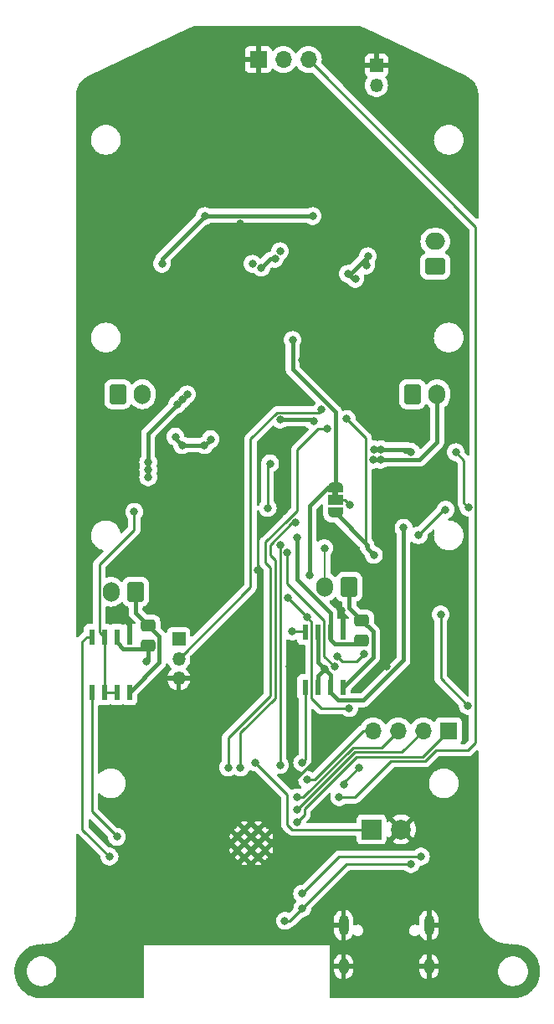
<source format=gbl>
G04 #@! TF.GenerationSoftware,KiCad,Pcbnew,7.0.7*
G04 #@! TF.CreationDate,2023-10-22T15:44:31+02:00*
G04 #@! TF.ProjectId,FC Control board 1.1,46432043-6f6e-4747-926f-6c20626f6172,rev?*
G04 #@! TF.SameCoordinates,Original*
G04 #@! TF.FileFunction,Copper,L2,Bot*
G04 #@! TF.FilePolarity,Positive*
%FSLAX46Y46*%
G04 Gerber Fmt 4.6, Leading zero omitted, Abs format (unit mm)*
G04 Created by KiCad (PCBNEW 7.0.7) date 2023-10-22 15:44:31*
%MOMM*%
%LPD*%
G01*
G04 APERTURE LIST*
G04 Aperture macros list*
%AMRoundRect*
0 Rectangle with rounded corners*
0 $1 Rounding radius*
0 $2 $3 $4 $5 $6 $7 $8 $9 X,Y pos of 4 corners*
0 Add a 4 corners polygon primitive as box body*
4,1,4,$2,$3,$4,$5,$6,$7,$8,$9,$2,$3,0*
0 Add four circle primitives for the rounded corners*
1,1,$1+$1,$2,$3*
1,1,$1+$1,$4,$5*
1,1,$1+$1,$6,$7*
1,1,$1+$1,$8,$9*
0 Add four rect primitives between the rounded corners*
20,1,$1+$1,$2,$3,$4,$5,0*
20,1,$1+$1,$4,$5,$6,$7,0*
20,1,$1+$1,$6,$7,$8,$9,0*
20,1,$1+$1,$8,$9,$2,$3,0*%
%AMFreePoly0*
4,1,19,0.550000,-0.750000,0.000000,-0.750000,0.000000,-0.744911,-0.071157,-0.744911,-0.207708,-0.704816,-0.327430,-0.627875,-0.420627,-0.520320,-0.479746,-0.390866,-0.500000,-0.250000,-0.500000,0.250000,-0.479746,0.390866,-0.420627,0.520320,-0.327430,0.627875,-0.207708,0.704816,-0.071157,0.744911,0.000000,0.744911,0.000000,0.750000,0.550000,0.750000,0.550000,-0.750000,0.550000,-0.750000,
$1*%
%AMFreePoly1*
4,1,19,0.000000,0.744911,0.071157,0.744911,0.207708,0.704816,0.327430,0.627875,0.420627,0.520320,0.479746,0.390866,0.500000,0.250000,0.500000,-0.250000,0.479746,-0.390866,0.420627,-0.520320,0.327430,-0.627875,0.207708,-0.704816,0.071157,-0.744911,0.000000,-0.744911,0.000000,-0.750000,-0.550000,-0.750000,-0.550000,0.750000,0.000000,0.750000,0.000000,0.744911,0.000000,0.744911,
$1*%
G04 Aperture macros list end*
G04 #@! TA.AperFunction,ComponentPad*
%ADD10RoundRect,0.250000X0.750000X-0.600000X0.750000X0.600000X-0.750000X0.600000X-0.750000X-0.600000X0*%
G04 #@! TD*
G04 #@! TA.AperFunction,ComponentPad*
%ADD11O,2.000000X1.700000*%
G04 #@! TD*
G04 #@! TA.AperFunction,ComponentPad*
%ADD12RoundRect,0.250000X-0.600000X-0.750000X0.600000X-0.750000X0.600000X0.750000X-0.600000X0.750000X0*%
G04 #@! TD*
G04 #@! TA.AperFunction,ComponentPad*
%ADD13O,1.700000X2.000000*%
G04 #@! TD*
G04 #@! TA.AperFunction,ComponentPad*
%ADD14R,1.700000X1.700000*%
G04 #@! TD*
G04 #@! TA.AperFunction,ComponentPad*
%ADD15O,1.700000X1.700000*%
G04 #@! TD*
G04 #@! TA.AperFunction,ComponentPad*
%ADD16R,1.350000X1.350000*%
G04 #@! TD*
G04 #@! TA.AperFunction,ComponentPad*
%ADD17O,1.350000X1.350000*%
G04 #@! TD*
G04 #@! TA.AperFunction,ComponentPad*
%ADD18R,2.000000X2.000000*%
G04 #@! TD*
G04 #@! TA.AperFunction,ComponentPad*
%ADD19C,2.000000*%
G04 #@! TD*
G04 #@! TA.AperFunction,HeatsinkPad*
%ADD20C,0.600000*%
G04 #@! TD*
G04 #@! TA.AperFunction,ComponentPad*
%ADD21O,1.000000X2.100000*%
G04 #@! TD*
G04 #@! TA.AperFunction,ComponentPad*
%ADD22O,1.000000X1.600000*%
G04 #@! TD*
G04 #@! TA.AperFunction,ComponentPad*
%ADD23RoundRect,0.250000X0.600000X0.750000X-0.600000X0.750000X-0.600000X-0.750000X0.600000X-0.750000X0*%
G04 #@! TD*
G04 #@! TA.AperFunction,SMDPad,CuDef*
%ADD24R,0.600000X1.650000*%
G04 #@! TD*
G04 #@! TA.AperFunction,SMDPad,CuDef*
%ADD25FreePoly0,270.000000*%
G04 #@! TD*
G04 #@! TA.AperFunction,SMDPad,CuDef*
%ADD26R,1.500000X1.000000*%
G04 #@! TD*
G04 #@! TA.AperFunction,SMDPad,CuDef*
%ADD27FreePoly1,270.000000*%
G04 #@! TD*
G04 #@! TA.AperFunction,SMDPad,CuDef*
%ADD28RoundRect,0.250000X-0.475000X0.337500X-0.475000X-0.337500X0.475000X-0.337500X0.475000X0.337500X0*%
G04 #@! TD*
G04 #@! TA.AperFunction,ViaPad*
%ADD29C,0.800000*%
G04 #@! TD*
G04 #@! TA.AperFunction,Conductor*
%ADD30C,0.400000*%
G04 #@! TD*
G04 #@! TA.AperFunction,Conductor*
%ADD31C,0.250000*%
G04 #@! TD*
G04 #@! TA.AperFunction,Conductor*
%ADD32C,0.200000*%
G04 #@! TD*
G04 APERTURE END LIST*
G04 #@! TA.AperFunction,EtchedComponent*
G36*
X212782000Y-147246000D02*
G01*
X212182000Y-147246000D01*
X212182000Y-146746000D01*
X212782000Y-146746000D01*
X212782000Y-147246000D01*
G37*
G04 #@! TD.AperFunction*
D10*
X222596000Y-124004000D03*
D11*
X222596000Y-121504000D03*
D12*
X220289599Y-136959500D03*
D13*
X222789599Y-136959500D03*
D14*
X223940000Y-170985000D03*
D15*
X221400000Y-170985000D03*
X218860000Y-170985000D03*
X216320000Y-170985000D03*
D16*
X196640000Y-161710000D03*
D17*
X196640000Y-163710000D03*
X196640000Y-165710000D03*
D16*
X216640000Y-103710000D03*
D17*
X216640000Y-105710000D03*
D12*
X190466000Y-136959500D03*
D13*
X192966000Y-136959500D03*
D18*
X216140000Y-180960000D03*
D19*
X219140000Y-180960000D03*
D20*
X205390000Y-183076000D03*
X205390000Y-181676000D03*
X204690000Y-183776000D03*
X204690000Y-182376000D03*
X204690000Y-180976000D03*
X203990000Y-183076000D03*
X203990000Y-181676000D03*
X203290000Y-183776000D03*
X203290000Y-182376000D03*
X203290000Y-180976000D03*
X202590000Y-183076000D03*
X202590000Y-181676000D03*
D21*
X213320000Y-190640000D03*
D22*
X213320000Y-194820000D03*
D21*
X221960000Y-190640000D03*
D22*
X221960000Y-194820000D03*
D14*
X204700000Y-103110000D03*
D15*
X207240000Y-103110000D03*
X209780000Y-103110000D03*
D23*
X213890000Y-156441000D03*
D13*
X211390000Y-156441000D03*
D24*
X191653500Y-167085000D03*
X190383500Y-167085000D03*
X189113500Y-167085000D03*
X187843500Y-167085000D03*
X187843500Y-161485000D03*
X189113500Y-161485000D03*
X190383500Y-161485000D03*
X191653500Y-161485000D03*
X213261000Y-166585000D03*
X211991000Y-166585000D03*
X210721000Y-166585000D03*
X209451000Y-166585000D03*
X209451000Y-160985000D03*
X210721000Y-160985000D03*
X211991000Y-160985000D03*
X213261000Y-160985000D03*
D23*
X192282500Y-156941000D03*
D13*
X189782500Y-156941000D03*
D25*
X212482000Y-146346000D03*
D26*
X212482000Y-147646000D03*
D27*
X212482000Y-148946000D03*
D28*
X193558500Y-160326500D03*
X193558500Y-162401500D03*
X215166000Y-159826500D03*
X215166000Y-161901500D03*
D29*
X212736000Y-129866000D03*
X204640000Y-154710000D03*
X213128316Y-158793477D03*
X207890000Y-164460000D03*
X203592000Y-129104000D03*
X217140000Y-168460000D03*
X191640000Y-159960000D03*
X221118000Y-140026000D03*
X209092859Y-133509141D03*
X207640000Y-175960000D03*
X206894000Y-129104000D03*
X194448000Y-119452000D03*
X217640000Y-157960000D03*
X212140000Y-170960000D03*
X194956000Y-129104000D03*
X216292000Y-129866000D03*
X191146000Y-140280000D03*
X213244000Y-123008000D03*
X202830000Y-119706000D03*
X198258000Y-129104000D03*
X202777359Y-144826539D03*
X217640000Y-164460000D03*
X193555500Y-145360000D03*
X196480000Y-137994000D03*
X204985834Y-124160498D03*
X211390000Y-164710000D03*
X213752000Y-124786000D03*
X206386000Y-123262000D03*
X196988000Y-137486000D03*
X214514000Y-125294000D03*
X204100000Y-123770000D03*
X215784000Y-123008000D03*
X193555500Y-143836000D03*
X215608832Y-123945168D03*
X206894000Y-122500000D03*
X192140000Y-148862783D03*
X219390000Y-150460000D03*
X197496000Y-136978000D03*
X193555500Y-144598000D03*
X220140000Y-184460000D03*
X207390000Y-190210000D03*
X209902299Y-155222299D03*
X209140000Y-188960000D03*
X207665500Y-157569145D03*
X209598177Y-159501823D03*
X213890000Y-168710000D03*
X208164000Y-131478746D03*
X213390000Y-176460000D03*
X199274000Y-118944000D03*
X206894000Y-139518000D03*
X210273814Y-139681310D03*
X216390000Y-153210000D03*
X214890000Y-174710000D03*
X210196000Y-118944000D03*
X213640000Y-139460000D03*
X194956000Y-123770000D03*
X213955000Y-148116000D03*
X208640000Y-151460000D03*
X208418000Y-149933678D03*
X202890000Y-174710000D03*
X201640000Y-174710000D03*
X211640000Y-140460000D03*
X208140000Y-160960000D03*
X209140000Y-174210000D03*
X212890000Y-177710000D03*
X209640000Y-175960000D03*
X208640000Y-177710000D03*
X205640000Y-148460000D03*
X205890000Y-143960000D03*
X207640000Y-152960000D03*
X212390000Y-164460000D03*
X208640000Y-178960000D03*
X208640000Y-180210000D03*
X225890000Y-168460000D03*
X221140000Y-183710000D03*
X223140000Y-159235500D03*
X209140000Y-187460000D03*
X206890000Y-174460000D03*
X206902299Y-152197701D03*
X211390000Y-152524500D03*
X212706070Y-163511788D03*
X215390000Y-163210000D03*
X211097668Y-138502332D03*
X217089099Y-142528000D03*
X216368000Y-142528000D03*
X220140000Y-142782500D03*
X199858000Y-141512000D03*
X199252590Y-142117410D03*
X196978926Y-142105074D03*
X196302000Y-141258000D03*
X193390000Y-163960000D03*
X216292000Y-143582000D03*
X217054000Y-143582000D03*
X189640000Y-183710000D03*
X190390000Y-181710000D03*
X224674000Y-142820000D03*
X225944000Y-148408000D03*
X223640000Y-148630037D03*
X220902299Y-151222299D03*
X204390000Y-174210000D03*
D30*
X202440000Y-145163898D02*
X202777359Y-144826539D01*
D31*
X191653500Y-160473500D02*
X191640000Y-159960000D01*
X213261000Y-158926161D02*
X213261000Y-160985000D01*
X195210000Y-129104000D02*
X195464000Y-128850000D01*
X208415305Y-175960000D02*
X212140000Y-172235305D01*
X212140000Y-172235305D02*
X212140000Y-170960000D01*
X191640000Y-159960000D02*
X191640000Y-160460000D01*
X213128316Y-158793477D02*
X213261000Y-158926161D01*
X194956000Y-129104000D02*
X195210000Y-129104000D01*
X191653500Y-161485000D02*
X191653500Y-160473500D01*
X207640000Y-175960000D02*
X208415305Y-175960000D01*
X189113500Y-167085000D02*
X189113500Y-161485000D01*
D30*
X219390000Y-163841371D02*
X215321371Y-167910000D01*
X193555500Y-145360000D02*
X193555500Y-144598000D01*
D31*
X189113500Y-161485000D02*
X188607500Y-160979000D01*
D30*
X211390000Y-164710000D02*
X210721000Y-165379000D01*
X215321371Y-167910000D02*
X212791000Y-167910000D01*
X215784000Y-123008000D02*
X215608832Y-123183168D01*
X214514000Y-125294000D02*
X214260000Y-125294000D01*
X193555500Y-144598000D02*
X193555500Y-143836000D01*
X210721000Y-160985000D02*
X210721000Y-164041000D01*
X204985834Y-124160498D02*
X205884332Y-123262000D01*
X215608832Y-123183168D02*
X215608832Y-123945168D01*
X212791000Y-167910000D02*
X211991000Y-167110000D01*
X215784000Y-123008000D02*
X214006000Y-124786000D01*
X214006000Y-124786000D02*
X213752000Y-124786000D01*
X193555500Y-143836000D02*
X193555500Y-140918500D01*
X196480000Y-137994000D02*
X197496000Y-136978000D01*
X211991000Y-166585000D02*
X211991000Y-165311000D01*
X219390000Y-150460000D02*
X219390000Y-163841371D01*
X214260000Y-125294000D02*
X213752000Y-124786000D01*
D31*
X189113500Y-167085000D02*
X190383500Y-167085000D01*
D30*
X193555500Y-140918500D02*
X196226000Y-138248000D01*
D31*
X188607500Y-160979000D02*
X188607500Y-154190267D01*
D30*
X211991000Y-167110000D02*
X211991000Y-166585000D01*
X211991000Y-165311000D02*
X211390000Y-164710000D01*
X210721000Y-164041000D02*
X211390000Y-164710000D01*
D31*
X192140000Y-150657767D02*
X192140000Y-148862783D01*
X188607500Y-154190267D02*
X192140000Y-150657767D01*
D30*
X210721000Y-165379000D02*
X210721000Y-166585000D01*
X205884332Y-123262000D02*
X206386000Y-123262000D01*
X211790000Y-146346000D02*
X209902299Y-148233701D01*
D31*
X209598177Y-159501823D02*
X207665500Y-157569145D01*
D30*
X212482000Y-146346000D02*
X211790000Y-146346000D01*
X212482000Y-138756000D02*
X212482000Y-146346000D01*
D31*
X210096000Y-159999645D02*
X209598177Y-159501823D01*
X211071000Y-168710000D02*
X210096000Y-167735000D01*
X207890000Y-190210000D02*
X209140000Y-188960000D01*
D30*
X208164000Y-131478746D02*
X208164000Y-134438000D01*
D31*
X213640000Y-184460000D02*
X209140000Y-188960000D01*
X220140000Y-184460000D02*
X213640000Y-184460000D01*
D30*
X208164000Y-134438000D02*
X212482000Y-138756000D01*
D31*
X210096000Y-167735000D02*
X210096000Y-159999645D01*
D30*
X209902299Y-148233701D02*
X209902299Y-155222299D01*
D31*
X207390000Y-190210000D02*
X207890000Y-190210000D01*
X213890000Y-168710000D02*
X211071000Y-168710000D01*
X213390000Y-176460000D02*
X213390000Y-176210000D01*
D30*
X199312000Y-118906000D02*
X199274000Y-118944000D01*
D31*
X215567000Y-152387000D02*
X215567000Y-141387000D01*
D30*
X215746000Y-152210000D02*
X215746000Y-152566000D01*
X210196000Y-118944000D02*
X210158000Y-118906000D01*
X194956000Y-123262000D02*
X194956000Y-123770000D01*
X210158000Y-118906000D02*
X199312000Y-118906000D01*
D31*
X215567000Y-141387000D02*
X213640000Y-139460000D01*
D30*
X215746000Y-152566000D02*
X216390000Y-153210000D01*
D31*
X216390000Y-153210000D02*
X215567000Y-152387000D01*
X213390000Y-176210000D02*
X214890000Y-174710000D01*
D30*
X210110504Y-139518000D02*
X206894000Y-139518000D01*
X212482000Y-148946000D02*
X215746000Y-152210000D01*
X199274000Y-118944000D02*
X194956000Y-123262000D01*
X210273814Y-139681310D02*
X210110504Y-139518000D01*
D31*
X212482000Y-147646000D02*
X213485000Y-147646000D01*
X213485000Y-147646000D02*
X213955000Y-148116000D01*
D30*
X213890000Y-156441000D02*
X213890000Y-158550500D01*
X215166000Y-159826500D02*
X216291000Y-160951500D01*
X213890000Y-158550500D02*
X215166000Y-159826500D01*
X216291000Y-160951500D02*
X216291000Y-163555000D01*
X216291000Y-163555000D02*
X213261000Y-166585000D01*
X212445500Y-162210000D02*
X211991000Y-161755500D01*
X208640000Y-155710000D02*
X208640000Y-151460000D01*
X211991000Y-161755500D02*
X211991000Y-160985000D01*
X211991000Y-160985000D02*
X211991000Y-159061000D01*
X211991000Y-159061000D02*
X208640000Y-155710000D01*
X215166000Y-161901500D02*
X214857500Y-162210000D01*
X214857500Y-162210000D02*
X212445500Y-162210000D01*
D31*
X206390000Y-153710000D02*
X205890000Y-153210000D01*
X206390000Y-167710000D02*
X206390000Y-153710000D01*
X202890000Y-174710000D02*
X202890000Y-171210000D01*
X205890000Y-153210000D02*
X205890000Y-152184695D01*
X205890000Y-152184695D02*
X208141017Y-149933678D01*
X202890000Y-171210000D02*
X206390000Y-167710000D01*
X208141017Y-149933678D02*
X208418000Y-149933678D01*
X208640000Y-148710000D02*
X208141322Y-149208678D01*
X205890000Y-154460000D02*
X205890000Y-167460000D01*
X211640000Y-140460000D02*
X210778000Y-140460000D01*
X208640000Y-142598000D02*
X208640000Y-148710000D01*
X205440000Y-154010000D02*
X205890000Y-154460000D01*
X208141322Y-149208678D02*
X208117695Y-149208678D01*
X207693000Y-149633373D02*
X207693000Y-149657000D01*
X207693000Y-149657000D02*
X205440000Y-151910000D01*
X210778000Y-140460000D02*
X208640000Y-142598000D01*
X208117695Y-149208678D02*
X207693000Y-149633373D01*
X205890000Y-167460000D02*
X201640000Y-171710000D01*
X201640000Y-171710000D02*
X201640000Y-174710000D01*
X205440000Y-151910000D02*
X205440000Y-154010000D01*
X208140000Y-160960000D02*
X209426000Y-160960000D01*
X209426000Y-160960000D02*
X209451000Y-160985000D01*
X209140000Y-174210000D02*
X209451000Y-173899000D01*
X209451000Y-173899000D02*
X209451000Y-166585000D01*
X226669000Y-148708305D02*
X226669000Y-119999000D01*
X212890000Y-177710000D02*
X214490000Y-177710000D01*
X214490000Y-177710000D02*
X218140000Y-174060000D01*
X225890000Y-172960000D02*
X226640000Y-172210000D01*
X218140000Y-174060000D02*
X221540000Y-174060000D01*
X226640000Y-172210000D02*
X226640000Y-148737305D01*
X221540000Y-174060000D02*
X222640000Y-172960000D01*
X222640000Y-172960000D02*
X225890000Y-172960000D01*
X226640000Y-148737305D02*
X226669000Y-148708305D01*
X226669000Y-119999000D02*
X209780000Y-103110000D01*
X210367208Y-175960000D02*
X209640000Y-175960000D01*
X216320000Y-170985000D02*
X215342208Y-170985000D01*
X215342208Y-170985000D02*
X212003604Y-174323604D01*
X212003604Y-174323604D02*
X210367208Y-175960000D01*
X214253604Y-172710000D02*
X217135000Y-172710000D01*
X208640000Y-177710000D02*
X209253604Y-177710000D01*
X217135000Y-172710000D02*
X218860000Y-170985000D01*
X209253604Y-177710000D02*
X214253604Y-172710000D01*
X212390000Y-164460000D02*
X211366000Y-163436000D01*
X205640000Y-144210000D02*
X205890000Y-143960000D01*
X207640000Y-156129000D02*
X207640000Y-152960000D01*
X205640000Y-148460000D02*
X205640000Y-144210000D01*
X211366000Y-159855000D02*
X207640000Y-156129000D01*
X211366000Y-163436000D02*
X211366000Y-159855000D01*
X214440000Y-173160000D02*
X219225000Y-173160000D01*
X208640000Y-178960000D02*
X214440000Y-173160000D01*
X219225000Y-173160000D02*
X221400000Y-170985000D01*
X209365000Y-179485000D02*
X209365000Y-178871396D01*
X214626396Y-173610000D02*
X221315000Y-173610000D01*
X221315000Y-173610000D02*
X223940000Y-170985000D01*
X209365000Y-178871396D02*
X214626396Y-173610000D01*
X208640000Y-180210000D02*
X209365000Y-179485000D01*
X221140000Y-183710000D02*
X212890000Y-183710000D01*
X212890000Y-183710000D02*
X209140000Y-187460000D01*
X223140000Y-159235500D02*
X223140000Y-165710000D01*
X223140000Y-165710000D02*
X225890000Y-168460000D01*
X206890000Y-152210000D02*
X206890000Y-174460000D01*
X206902299Y-152197701D02*
X206890000Y-152210000D01*
D32*
X211390000Y-156441000D02*
X211390000Y-152524500D01*
D31*
X212706070Y-163511788D02*
X213154282Y-163960000D01*
X213154282Y-163960000D02*
X214640000Y-163960000D01*
X214640000Y-163960000D02*
X215390000Y-163210000D01*
X203915000Y-156435000D02*
X203915000Y-141471695D01*
X206593695Y-138793000D02*
X210807000Y-138793000D01*
X210807000Y-138793000D02*
X211097668Y-138502332D01*
X203915000Y-141471695D02*
X206593695Y-138793000D01*
X196640000Y-163710000D02*
X203915000Y-156435000D01*
D30*
X219924000Y-142728500D02*
X219540500Y-142728500D01*
X219885500Y-142528000D02*
X219340000Y-142528000D01*
X216368000Y-142528000D02*
X219340000Y-142528000D01*
X220140000Y-142782500D02*
X219885500Y-142528000D01*
X219540500Y-142728500D02*
X219340000Y-142528000D01*
X196978926Y-142105074D02*
X199240254Y-142105074D01*
X199240254Y-142105074D02*
X199252590Y-142117410D01*
X199252590Y-142117410D02*
X199858000Y-141512000D01*
X196302000Y-141258000D02*
X196302000Y-141428148D01*
X196302000Y-141428148D02*
X196978926Y-142105074D01*
X194683500Y-161451500D02*
X194683500Y-164055000D01*
X192282500Y-156941000D02*
X192282500Y-159050500D01*
X192282500Y-159050500D02*
X193558500Y-160326500D01*
X194683500Y-164055000D02*
X191653500Y-167085000D01*
X193558500Y-160326500D02*
X194683500Y-161451500D01*
X193558500Y-162401500D02*
X193250000Y-162710000D01*
X190383500Y-162063500D02*
X190383500Y-161485000D01*
X193250000Y-162710000D02*
X191030000Y-162710000D01*
X193558500Y-162401500D02*
X193558500Y-163791500D01*
X193558500Y-163791500D02*
X193390000Y-163960000D01*
X191030000Y-162710000D02*
X190383500Y-162063500D01*
X216292000Y-143582000D02*
X221017371Y-143582000D01*
X222789599Y-141809772D02*
X222789599Y-136959500D01*
X221017371Y-143582000D02*
X222789599Y-141809772D01*
D31*
X186890000Y-161960000D02*
X187365000Y-161485000D01*
X187365000Y-161485000D02*
X187843500Y-161485000D01*
X186890000Y-180960000D02*
X186890000Y-161960000D01*
X189640000Y-183710000D02*
X186890000Y-180960000D01*
X187843500Y-167085000D02*
X187843500Y-179163500D01*
X187843500Y-179163500D02*
X189890000Y-181210000D01*
X189890000Y-181210000D02*
X190390000Y-181710000D01*
X225473000Y-143619000D02*
X225473000Y-147937000D01*
X224674000Y-142820000D02*
X225473000Y-143619000D01*
X225473000Y-147937000D02*
X225944000Y-148408000D01*
X223469963Y-148630037D02*
X223640000Y-148630037D01*
X220902299Y-151222299D02*
X220902299Y-151197701D01*
X220902299Y-151197701D02*
X223469963Y-148630037D01*
X207640000Y-180460000D02*
X207640000Y-177460000D01*
X216140000Y-180960000D02*
X208140000Y-180960000D01*
X208140000Y-180960000D02*
X207640000Y-180460000D01*
X207640000Y-177460000D02*
X204390000Y-174210000D01*
G04 #@! TA.AperFunction,Conductor*
G36*
X206228323Y-140145474D02*
G01*
X206277138Y-140178682D01*
X206288127Y-140190886D01*
X206288130Y-140190889D01*
X206441265Y-140302148D01*
X206441270Y-140302151D01*
X206614192Y-140379142D01*
X206614197Y-140379144D01*
X206799354Y-140418500D01*
X206799355Y-140418500D01*
X206988644Y-140418500D01*
X206988646Y-140418500D01*
X207173803Y-140379144D01*
X207346730Y-140302151D01*
X207405396Y-140259528D01*
X207429271Y-140242182D01*
X207495077Y-140218702D01*
X207502156Y-140218500D01*
X209490551Y-140218500D01*
X209557590Y-140238185D01*
X209582701Y-140259528D01*
X209667937Y-140354193D01*
X209667941Y-140354195D01*
X209667943Y-140354198D01*
X209726606Y-140396819D01*
X209742353Y-140408260D01*
X209785019Y-140463590D01*
X209790998Y-140533203D01*
X209758392Y-140594998D01*
X209757149Y-140596259D01*
X208256208Y-142097199D01*
X208243951Y-142107020D01*
X208244134Y-142107241D01*
X208238123Y-142112213D01*
X208190772Y-142162636D01*
X208169889Y-142183518D01*
X208169877Y-142183532D01*
X208165621Y-142189017D01*
X208161837Y-142193447D01*
X208129937Y-142227418D01*
X208129936Y-142227420D01*
X208120284Y-142244976D01*
X208109610Y-142261226D01*
X208097329Y-142277061D01*
X208097324Y-142277068D01*
X208078815Y-142319838D01*
X208076245Y-142325084D01*
X208053803Y-142365906D01*
X208048822Y-142385307D01*
X208042521Y-142403710D01*
X208034562Y-142422102D01*
X208034561Y-142422105D01*
X208027271Y-142468127D01*
X208026087Y-142473846D01*
X208014501Y-142518972D01*
X208014499Y-142518984D01*
X208014499Y-142539020D01*
X208012973Y-142558411D01*
X208009840Y-142578194D01*
X208009840Y-142578195D01*
X208014225Y-142624583D01*
X208014500Y-142630421D01*
X208014500Y-148399546D01*
X207994815Y-148466585D01*
X207978181Y-148487227D01*
X207803509Y-148661898D01*
X207788714Y-148674535D01*
X207776264Y-148683580D01*
X207771379Y-148686789D01*
X207731276Y-148710505D01*
X207717103Y-148724678D01*
X207702318Y-148737306D01*
X207686107Y-148749085D01*
X207656404Y-148784988D01*
X207652472Y-148789309D01*
X207309208Y-149132572D01*
X207296951Y-149142393D01*
X207297134Y-149142614D01*
X207291123Y-149147586D01*
X207243772Y-149198009D01*
X207222889Y-149218892D01*
X207222877Y-149218905D01*
X207218621Y-149224390D01*
X207214837Y-149228820D01*
X207182937Y-149262791D01*
X207182936Y-149262792D01*
X207173287Y-149280345D01*
X207162606Y-149296605D01*
X207143577Y-149321139D01*
X207138422Y-149326985D01*
X205056208Y-151409199D01*
X205043951Y-151419020D01*
X205044134Y-151419241D01*
X205038123Y-151424213D01*
X204990772Y-151474636D01*
X204969889Y-151495518D01*
X204969877Y-151495532D01*
X204965621Y-151501017D01*
X204961837Y-151505447D01*
X204929937Y-151539418D01*
X204929936Y-151539420D01*
X204920284Y-151556976D01*
X204909610Y-151573226D01*
X204897329Y-151589061D01*
X204897324Y-151589068D01*
X204878815Y-151631838D01*
X204876245Y-151637084D01*
X204853803Y-151677906D01*
X204848822Y-151697307D01*
X204842521Y-151715710D01*
X204834562Y-151734102D01*
X204834561Y-151734105D01*
X204827271Y-151780127D01*
X204826087Y-151785846D01*
X204814501Y-151830972D01*
X204814499Y-151830984D01*
X204814499Y-151851020D01*
X204812973Y-151870411D01*
X204809840Y-151890194D01*
X204809840Y-151890195D01*
X204814225Y-151936583D01*
X204814500Y-151942421D01*
X204814500Y-153927255D01*
X204812775Y-153942872D01*
X204813061Y-153942899D01*
X204812326Y-153950665D01*
X204814500Y-154019814D01*
X204814500Y-154049343D01*
X204814501Y-154049360D01*
X204815368Y-154056231D01*
X204815826Y-154062050D01*
X204817290Y-154108624D01*
X204817291Y-154108627D01*
X204822880Y-154127867D01*
X204826824Y-154146911D01*
X204829336Y-154166792D01*
X204846490Y-154210119D01*
X204848382Y-154215647D01*
X204861381Y-154260388D01*
X204871580Y-154277634D01*
X204880138Y-154295103D01*
X204887514Y-154313732D01*
X204914898Y-154351423D01*
X204918106Y-154356307D01*
X204941827Y-154396416D01*
X204941833Y-154396424D01*
X204955990Y-154410580D01*
X204968628Y-154425376D01*
X204980405Y-154441586D01*
X204980406Y-154441587D01*
X205016309Y-154471288D01*
X205020620Y-154475210D01*
X205199916Y-154654506D01*
X205228181Y-154682771D01*
X205261666Y-154744094D01*
X205264500Y-154770452D01*
X205264500Y-167149546D01*
X205244815Y-167216585D01*
X205228181Y-167237227D01*
X201256208Y-171209199D01*
X201243951Y-171219020D01*
X201244134Y-171219241D01*
X201238123Y-171224213D01*
X201190772Y-171274636D01*
X201169889Y-171295518D01*
X201169877Y-171295532D01*
X201165621Y-171301017D01*
X201161837Y-171305447D01*
X201129937Y-171339418D01*
X201129936Y-171339420D01*
X201120284Y-171356976D01*
X201109610Y-171373226D01*
X201097329Y-171389061D01*
X201097324Y-171389068D01*
X201078815Y-171431838D01*
X201076245Y-171437084D01*
X201053803Y-171477906D01*
X201048822Y-171497307D01*
X201042521Y-171515710D01*
X201034562Y-171534102D01*
X201034561Y-171534105D01*
X201027271Y-171580127D01*
X201026087Y-171585846D01*
X201014501Y-171630972D01*
X201014499Y-171630984D01*
X201014499Y-171651020D01*
X201012973Y-171670411D01*
X201009840Y-171690194D01*
X201009839Y-171690197D01*
X201014224Y-171736585D01*
X201014499Y-171742421D01*
X201014500Y-174011312D01*
X200994815Y-174078351D01*
X200982650Y-174094284D01*
X200907466Y-174177784D01*
X200812821Y-174341715D01*
X200812818Y-174341722D01*
X200755024Y-174519595D01*
X200754326Y-174521744D01*
X200734540Y-174710000D01*
X200754326Y-174898256D01*
X200754327Y-174898259D01*
X200812818Y-175078277D01*
X200812821Y-175078284D01*
X200907467Y-175242216D01*
X201000190Y-175345195D01*
X201034129Y-175382888D01*
X201187265Y-175494148D01*
X201187270Y-175494151D01*
X201360192Y-175571142D01*
X201360197Y-175571144D01*
X201545354Y-175610500D01*
X201545355Y-175610500D01*
X201734644Y-175610500D01*
X201734646Y-175610500D01*
X201919803Y-175571144D01*
X202092730Y-175494151D01*
X202184077Y-175427784D01*
X202192115Y-175421944D01*
X202257921Y-175398464D01*
X202325975Y-175414289D01*
X202337885Y-175421944D01*
X202437265Y-175494148D01*
X202437270Y-175494151D01*
X202610192Y-175571142D01*
X202610197Y-175571144D01*
X202795354Y-175610500D01*
X202795355Y-175610500D01*
X202984644Y-175610500D01*
X202984646Y-175610500D01*
X203169803Y-175571144D01*
X203342730Y-175494151D01*
X203495871Y-175382888D01*
X203622533Y-175242216D01*
X203717179Y-175078284D01*
X203728587Y-175043171D01*
X203768025Y-174985496D01*
X203832383Y-174958297D01*
X203901230Y-174970211D01*
X203919402Y-174981169D01*
X203933785Y-174991619D01*
X203937270Y-174994151D01*
X204110192Y-175071142D01*
X204110197Y-175071144D01*
X204295354Y-175110500D01*
X204354548Y-175110500D01*
X204421587Y-175130185D01*
X204442229Y-175146819D01*
X206978181Y-177682771D01*
X207011666Y-177744094D01*
X207014500Y-177770452D01*
X207014500Y-180377255D01*
X207012775Y-180392872D01*
X207013061Y-180392899D01*
X207012326Y-180400665D01*
X207014500Y-180469814D01*
X207014500Y-180499343D01*
X207014501Y-180499360D01*
X207015368Y-180506231D01*
X207015826Y-180512050D01*
X207017290Y-180558624D01*
X207017291Y-180558627D01*
X207022880Y-180577867D01*
X207026824Y-180596911D01*
X207029336Y-180616792D01*
X207042304Y-180649547D01*
X207046490Y-180660119D01*
X207048382Y-180665647D01*
X207051465Y-180676260D01*
X207061382Y-180710390D01*
X207062488Y-180712261D01*
X207071580Y-180727634D01*
X207080136Y-180745100D01*
X207087514Y-180763732D01*
X207112505Y-180798130D01*
X207114898Y-180801423D01*
X207118106Y-180806307D01*
X207141827Y-180846416D01*
X207141833Y-180846424D01*
X207155990Y-180860580D01*
X207168628Y-180875376D01*
X207180405Y-180891586D01*
X207180406Y-180891587D01*
X207216309Y-180921288D01*
X207220620Y-180925210D01*
X207439199Y-181143789D01*
X207639194Y-181343784D01*
X207649019Y-181356048D01*
X207649240Y-181355866D01*
X207654210Y-181361873D01*
X207654213Y-181361876D01*
X207654214Y-181361877D01*
X207704651Y-181409241D01*
X207725530Y-181430120D01*
X207726338Y-181430747D01*
X207731004Y-181434366D01*
X207735446Y-181438160D01*
X207769415Y-181470060D01*
X207769417Y-181470061D01*
X207769418Y-181470062D01*
X207786976Y-181479714D01*
X207803235Y-181490395D01*
X207811571Y-181496861D01*
X207819064Y-181502673D01*
X207861823Y-181521176D01*
X207867073Y-181523748D01*
X207907904Y-181546195D01*
X207907908Y-181546197D01*
X207907912Y-181546198D01*
X207927311Y-181551179D01*
X207945722Y-181557483D01*
X207964097Y-181565435D01*
X207964100Y-181565435D01*
X207964105Y-181565438D01*
X208010149Y-181572729D01*
X208015832Y-181573906D01*
X208060981Y-181585500D01*
X208081016Y-181585500D01*
X208100413Y-181587026D01*
X208120196Y-181590160D01*
X208166583Y-181585775D01*
X208172422Y-181585500D01*
X214515501Y-181585500D01*
X214582540Y-181605185D01*
X214628295Y-181657989D01*
X214639501Y-181709500D01*
X214639501Y-182007876D01*
X214645908Y-182067483D01*
X214696202Y-182202328D01*
X214696206Y-182202335D01*
X214782452Y-182317544D01*
X214782455Y-182317547D01*
X214897664Y-182403793D01*
X214897671Y-182403797D01*
X215032517Y-182454091D01*
X215032516Y-182454091D01*
X215039444Y-182454835D01*
X215092127Y-182460500D01*
X217187872Y-182460499D01*
X217247483Y-182454091D01*
X217382331Y-182403796D01*
X217497546Y-182317546D01*
X217583796Y-182202331D01*
X217634091Y-182067483D01*
X217640500Y-182007873D01*
X217640499Y-181823840D01*
X217660183Y-181756804D01*
X217712987Y-181711049D01*
X217782145Y-181701105D01*
X217845701Y-181730130D01*
X217868307Y-181756021D01*
X217916563Y-181829882D01*
X217916564Y-181829882D01*
X218564814Y-181181631D01*
X218626137Y-181148146D01*
X218695828Y-181153130D01*
X218749443Y-181192000D01*
X218830464Y-181293599D01*
X218830466Y-181293600D01*
X218902723Y-181342865D01*
X218947025Y-181396894D01*
X218955083Y-181466297D01*
X218924340Y-181529040D01*
X218920552Y-181532999D01*
X218269942Y-182183609D01*
X218316768Y-182220055D01*
X218316770Y-182220056D01*
X218535385Y-182338364D01*
X218535396Y-182338369D01*
X218770506Y-182419083D01*
X219015707Y-182460000D01*
X219264293Y-182460000D01*
X219509493Y-182419083D01*
X219744603Y-182338369D01*
X219744614Y-182338364D01*
X219963228Y-182220057D01*
X219963231Y-182220055D01*
X220010056Y-182183609D01*
X219362057Y-181535610D01*
X219328572Y-181474287D01*
X219333556Y-181404595D01*
X219375428Y-181348662D01*
X219395930Y-181336212D01*
X219396357Y-181336007D01*
X219495798Y-181243740D01*
X219518033Y-181205226D01*
X219568596Y-181157014D01*
X219637203Y-181143789D01*
X219702068Y-181169756D01*
X219713100Y-181179547D01*
X220363434Y-181829882D01*
X220463731Y-181676369D01*
X220563587Y-181448717D01*
X220624612Y-181207738D01*
X220624614Y-181207729D01*
X220645141Y-180960005D01*
X220645141Y-180959994D01*
X220624614Y-180712270D01*
X220624612Y-180712261D01*
X220563587Y-180471282D01*
X220463731Y-180243630D01*
X220363434Y-180090116D01*
X219715184Y-180738367D01*
X219653861Y-180771852D01*
X219584169Y-180766868D01*
X219530555Y-180727998D01*
X219518005Y-180712261D01*
X219489013Y-180675905D01*
X219449535Y-180626400D01*
X219402635Y-180594425D01*
X219377273Y-180577133D01*
X219332973Y-180523106D01*
X219324913Y-180453703D01*
X219355656Y-180390960D01*
X219359445Y-180387000D01*
X220010056Y-179736389D01*
X219963229Y-179699943D01*
X219744614Y-179581635D01*
X219744603Y-179581630D01*
X219509493Y-179500916D01*
X219264293Y-179460000D01*
X219015707Y-179460000D01*
X218770506Y-179500916D01*
X218535396Y-179581630D01*
X218535390Y-179581632D01*
X218316761Y-179699949D01*
X218269942Y-179736388D01*
X218269942Y-179736390D01*
X218917942Y-180384389D01*
X218951427Y-180445712D01*
X218946443Y-180515403D01*
X218904572Y-180571337D01*
X218884073Y-180583785D01*
X218883646Y-180583990D01*
X218883645Y-180583990D01*
X218784202Y-180676260D01*
X218784199Y-180676264D01*
X218761967Y-180714771D01*
X218711400Y-180762987D01*
X218642793Y-180776209D01*
X218577928Y-180750241D01*
X218566899Y-180740452D01*
X217916564Y-180090116D01*
X217868308Y-180163979D01*
X217815161Y-180209335D01*
X217745930Y-180218759D01*
X217682594Y-180189257D01*
X217645263Y-180130197D01*
X217640499Y-180096157D01*
X217640499Y-180019452D01*
X217640499Y-179912128D01*
X217634421Y-179855583D01*
X217634091Y-179852516D01*
X217583797Y-179717671D01*
X217583793Y-179717664D01*
X217497547Y-179602455D01*
X217497544Y-179602452D01*
X217382335Y-179516206D01*
X217382328Y-179516202D01*
X217247482Y-179465908D01*
X217247483Y-179465908D01*
X217187883Y-179459501D01*
X217187881Y-179459500D01*
X217187873Y-179459500D01*
X217187864Y-179459500D01*
X215092129Y-179459500D01*
X215092123Y-179459501D01*
X215032516Y-179465908D01*
X214897671Y-179516202D01*
X214897664Y-179516206D01*
X214782455Y-179602452D01*
X214782452Y-179602455D01*
X214696206Y-179717664D01*
X214696202Y-179717671D01*
X214645908Y-179852517D01*
X214640860Y-179899476D01*
X214639501Y-179912123D01*
X214639500Y-179912135D01*
X214639500Y-180210500D01*
X214619815Y-180277539D01*
X214567011Y-180323294D01*
X214515500Y-180334500D01*
X209699452Y-180334500D01*
X209632413Y-180314815D01*
X209586658Y-180262011D01*
X209576714Y-180192853D01*
X209605739Y-180129297D01*
X209611756Y-180122833D01*
X209748792Y-179985797D01*
X209761042Y-179975985D01*
X209760859Y-179975764D01*
X209766866Y-179970792D01*
X209766877Y-179970786D01*
X209797775Y-179937882D01*
X209814227Y-179920364D01*
X209824671Y-179909918D01*
X209835120Y-179899471D01*
X209839379Y-179893978D01*
X209843152Y-179889561D01*
X209875062Y-179855582D01*
X209884715Y-179838020D01*
X209895389Y-179821770D01*
X209907673Y-179805936D01*
X209926180Y-179763167D01*
X209928749Y-179757924D01*
X209930953Y-179753913D01*
X209951197Y-179717092D01*
X209956177Y-179697691D01*
X209962478Y-179679288D01*
X209970438Y-179660896D01*
X209977730Y-179614849D01*
X209978911Y-179609152D01*
X209990500Y-179564019D01*
X209990500Y-179543983D01*
X209992027Y-179524582D01*
X209995160Y-179504804D01*
X209990878Y-179459501D01*
X209990775Y-179458415D01*
X209990500Y-179452577D01*
X209990500Y-179181847D01*
X210010185Y-179114808D01*
X210026814Y-179094171D01*
X211834079Y-177286905D01*
X211895400Y-177253422D01*
X211965092Y-177258406D01*
X212021025Y-177300278D01*
X212045442Y-177365742D01*
X212039689Y-177412906D01*
X212004327Y-177521740D01*
X212004326Y-177521744D01*
X211984540Y-177710000D01*
X212004326Y-177898256D01*
X212004327Y-177898259D01*
X212062818Y-178078277D01*
X212062821Y-178078284D01*
X212157467Y-178242216D01*
X212278401Y-178376526D01*
X212284129Y-178382888D01*
X212437265Y-178494148D01*
X212437270Y-178494151D01*
X212610192Y-178571142D01*
X212610197Y-178571144D01*
X212795354Y-178610500D01*
X212795355Y-178610500D01*
X212984644Y-178610500D01*
X212984646Y-178610500D01*
X213169803Y-178571144D01*
X213342730Y-178494151D01*
X213495871Y-178382888D01*
X213498788Y-178379647D01*
X213501600Y-178376526D01*
X213561087Y-178339879D01*
X213593748Y-178335500D01*
X214407257Y-178335500D01*
X214422877Y-178337224D01*
X214422904Y-178336939D01*
X214430660Y-178337671D01*
X214430667Y-178337673D01*
X214499814Y-178335500D01*
X214529350Y-178335500D01*
X214536228Y-178334630D01*
X214542041Y-178334172D01*
X214588627Y-178332709D01*
X214607869Y-178327117D01*
X214626912Y-178323174D01*
X214646792Y-178320664D01*
X214690122Y-178303507D01*
X214695646Y-178301617D01*
X214699396Y-178300527D01*
X214740390Y-178288618D01*
X214757629Y-178278422D01*
X214775103Y-178269862D01*
X214793727Y-178262488D01*
X214793727Y-178262487D01*
X214793732Y-178262486D01*
X214831449Y-178235082D01*
X214836305Y-178231892D01*
X214876420Y-178208170D01*
X214890589Y-178193999D01*
X214905379Y-178181368D01*
X214921587Y-178169594D01*
X214951299Y-178133676D01*
X214955212Y-178129376D01*
X216783803Y-176300786D01*
X221954356Y-176300786D01*
X221962350Y-176397238D01*
X221962562Y-176402361D01*
X221962562Y-176415238D01*
X221961274Y-176419621D01*
X221961940Y-176427653D01*
X221964143Y-176434352D01*
X221966264Y-176447061D01*
X221966899Y-176452149D01*
X221974891Y-176548598D01*
X221974891Y-176548600D01*
X221998654Y-176642441D01*
X221999707Y-176647461D01*
X222001825Y-176660156D01*
X222001277Y-176664684D01*
X222003256Y-176672497D01*
X222006532Y-176678744D01*
X222010714Y-176690927D01*
X222012177Y-176695840D01*
X222034529Y-176784102D01*
X222035937Y-176789663D01*
X222061902Y-176848857D01*
X222074810Y-176878285D01*
X222076675Y-176883065D01*
X222080864Y-176895270D01*
X222081069Y-176899822D01*
X222084304Y-176907197D01*
X222088567Y-176912825D01*
X222094700Y-176924159D01*
X222096949Y-176928760D01*
X222124785Y-176992216D01*
X222135827Y-177017389D01*
X222158926Y-177052745D01*
X222188764Y-177098416D01*
X222191389Y-177102821D01*
X222197521Y-177114153D01*
X222198473Y-177118613D01*
X222202879Y-177125357D01*
X222208009Y-177130204D01*
X222215927Y-177140378D01*
X222218903Y-177144548D01*
X222269371Y-177221794D01*
X222271836Y-177225567D01*
X222296306Y-177252148D01*
X222337391Y-177296780D01*
X222340706Y-177300693D01*
X222348612Y-177310852D01*
X222350284Y-177315090D01*
X222355752Y-177321031D01*
X222361599Y-177324960D01*
X222371079Y-177333686D01*
X222374703Y-177337311D01*
X222440257Y-177408521D01*
X222516624Y-177467960D01*
X222520539Y-177471275D01*
X222530026Y-177480009D01*
X222532373Y-177483915D01*
X222538730Y-177488863D01*
X222545150Y-177491780D01*
X222555935Y-177498825D01*
X222560091Y-177501791D01*
X222636491Y-177561256D01*
X222721634Y-177607333D01*
X222726010Y-177609941D01*
X222736811Y-177616998D01*
X222739772Y-177620468D01*
X222746844Y-177624296D01*
X222753664Y-177626118D01*
X222765483Y-177631303D01*
X222770057Y-177633538D01*
X222855190Y-177679610D01*
X222946767Y-177711048D01*
X222951480Y-177712887D01*
X222963300Y-177718072D01*
X222966791Y-177721006D01*
X222974421Y-177723625D01*
X222981432Y-177724299D01*
X222989378Y-177726310D01*
X222993935Y-177727464D01*
X222998823Y-177728919D01*
X223064307Y-177751400D01*
X223090385Y-177760353D01*
X223185857Y-177776284D01*
X223190861Y-177777332D01*
X223203359Y-177780497D01*
X223207285Y-177782816D01*
X223215240Y-177784144D01*
X223222274Y-177783653D01*
X223235122Y-177784718D01*
X223240187Y-177785349D01*
X223335665Y-177801282D01*
X223335666Y-177801282D01*
X223432436Y-177801282D01*
X223437556Y-177801494D01*
X223449551Y-177802487D01*
X223450419Y-177802559D01*
X223454680Y-177804203D01*
X223462715Y-177804203D01*
X223469579Y-177802560D01*
X223482453Y-177801494D01*
X223487574Y-177801282D01*
X223584330Y-177801282D01*
X223584335Y-177801282D01*
X223679854Y-177785342D01*
X223684850Y-177784720D01*
X223697730Y-177783653D01*
X223702193Y-177784571D01*
X223710141Y-177783245D01*
X223716623Y-177780501D01*
X223729158Y-177777327D01*
X223734105Y-177776290D01*
X223829614Y-177760353D01*
X223921198Y-177728911D01*
X223926055Y-177727466D01*
X223938568Y-177724298D01*
X223943120Y-177724469D01*
X223950741Y-177721853D01*
X223956691Y-177718075D01*
X223968501Y-177712895D01*
X223973251Y-177711042D01*
X224064810Y-177679610D01*
X224149970Y-177633523D01*
X224154522Y-177631299D01*
X224166340Y-177626116D01*
X224170865Y-177625534D01*
X224177935Y-177621708D01*
X224183190Y-177616997D01*
X224193999Y-177609935D01*
X224198361Y-177607335D01*
X224283509Y-177561256D01*
X224359937Y-177501768D01*
X224364025Y-177498850D01*
X224374856Y-177491775D01*
X224379221Y-177490458D01*
X224385568Y-177485517D01*
X224389972Y-177480010D01*
X224399462Y-177471274D01*
X224403349Y-177467980D01*
X224479744Y-177408520D01*
X224545313Y-177337292D01*
X224548909Y-177333696D01*
X224558405Y-177324954D01*
X224562489Y-177322939D01*
X224567949Y-177317008D01*
X224571384Y-177310855D01*
X224579315Y-177300665D01*
X224582585Y-177296804D01*
X224648164Y-177225567D01*
X224701124Y-177144505D01*
X224704055Y-177140400D01*
X224712004Y-177130187D01*
X224715699Y-177127528D01*
X224720104Y-177120786D01*
X224722481Y-177114147D01*
X224728621Y-177102802D01*
X224731224Y-177098432D01*
X224784173Y-177017389D01*
X224823068Y-176928715D01*
X224825298Y-176924159D01*
X224831421Y-176912844D01*
X224834641Y-176909598D01*
X224837884Y-176902204D01*
X224839138Y-176895255D01*
X224843334Y-176883034D01*
X224845168Y-176878332D01*
X224884063Y-176789663D01*
X224907832Y-176695801D01*
X224909280Y-176690938D01*
X224913467Y-176678742D01*
X224916103Y-176675020D01*
X224918081Y-176667210D01*
X224918174Y-176660155D01*
X224920299Y-176647420D01*
X224921344Y-176642441D01*
X224945108Y-176548603D01*
X224953103Y-176452115D01*
X224953734Y-176447060D01*
X224958508Y-176418451D01*
X224957688Y-176412710D01*
X224958088Y-176393367D01*
X224958283Y-176389596D01*
X224965643Y-176300782D01*
X224958283Y-176211971D01*
X224958088Y-176208192D01*
X224957688Y-176188854D01*
X224958789Y-176184798D01*
X224956832Y-176173069D01*
X224953731Y-176154486D01*
X224953102Y-176149442D01*
X224945108Y-176052961D01*
X224921341Y-175959109D01*
X224920295Y-175954116D01*
X224920292Y-175954101D01*
X224918175Y-175941409D01*
X224918721Y-175936884D01*
X224916743Y-175929069D01*
X224913466Y-175922819D01*
X224909283Y-175910633D01*
X224907830Y-175905758D01*
X224884063Y-175811901D01*
X224845180Y-175723257D01*
X224843326Y-175718507D01*
X224839133Y-175706291D01*
X224838927Y-175701735D01*
X224835699Y-175694374D01*
X224831435Y-175688744D01*
X224825298Y-175677403D01*
X224823052Y-175672811D01*
X224795720Y-175610500D01*
X224784173Y-175584174D01*
X224731231Y-175503140D01*
X224728618Y-175498755D01*
X224722477Y-175487408D01*
X224721524Y-175482949D01*
X224717122Y-175476210D01*
X224711994Y-175471363D01*
X224704081Y-175461197D01*
X224701102Y-175457025D01*
X224648164Y-175375997D01*
X224619809Y-175345195D01*
X224582606Y-175304781D01*
X224579291Y-175300867D01*
X224571384Y-175290708D01*
X224569711Y-175286467D01*
X224564253Y-175280539D01*
X224558398Y-175276602D01*
X224548918Y-175267874D01*
X224545294Y-175264250D01*
X224526791Y-175244151D01*
X224479744Y-175193044D01*
X224455531Y-175174198D01*
X224403378Y-175133605D01*
X224399462Y-175130289D01*
X224389970Y-175121549D01*
X224387624Y-175117645D01*
X224381279Y-175112706D01*
X224374845Y-175109782D01*
X224364055Y-175102732D01*
X224359893Y-175099760D01*
X224350196Y-175092213D01*
X224283509Y-175040308D01*
X224283504Y-175040305D01*
X224283503Y-175040304D01*
X224234906Y-175014005D01*
X224198380Y-174994238D01*
X224193985Y-174991619D01*
X224183190Y-174984566D01*
X224180227Y-174981095D01*
X224173156Y-174977268D01*
X224166332Y-174975443D01*
X224154528Y-174970265D01*
X224149925Y-174968015D01*
X224064816Y-174921957D01*
X224064813Y-174921956D01*
X224064810Y-174921954D01*
X224064804Y-174921952D01*
X224064802Y-174921951D01*
X223973258Y-174890524D01*
X223968480Y-174888659D01*
X223956690Y-174883487D01*
X223953199Y-174880553D01*
X223945590Y-174877941D01*
X223938572Y-174877266D01*
X223932478Y-174875723D01*
X223926068Y-174874099D01*
X223921164Y-174872639D01*
X223829614Y-174841211D01*
X223734141Y-174825278D01*
X223729128Y-174824227D01*
X223716648Y-174821068D01*
X223712715Y-174818744D01*
X223704768Y-174817418D01*
X223697719Y-174817909D01*
X223684888Y-174816845D01*
X223679804Y-174816212D01*
X223584336Y-174800282D01*
X223584335Y-174800282D01*
X223487541Y-174800282D01*
X223482428Y-174800070D01*
X223471122Y-174799133D01*
X223469583Y-174799006D01*
X223465328Y-174797364D01*
X223457279Y-174797364D01*
X223450414Y-174799006D01*
X223440435Y-174799833D01*
X223440291Y-174799845D01*
X223437606Y-174800067D01*
X223432495Y-174800282D01*
X223335665Y-174800282D01*
X223240194Y-174816212D01*
X223235109Y-174816846D01*
X223222277Y-174817909D01*
X223217806Y-174816989D01*
X223209862Y-174818314D01*
X223203355Y-174821067D01*
X223190872Y-174824227D01*
X223185857Y-174825279D01*
X223090383Y-174841211D01*
X222998835Y-174872638D01*
X222993929Y-174874099D01*
X222981450Y-174877260D01*
X222976890Y-174877089D01*
X222969261Y-174879707D01*
X222963304Y-174883489D01*
X222951515Y-174888661D01*
X222946740Y-174890524D01*
X222855194Y-174921952D01*
X222855183Y-174921957D01*
X222770084Y-174968010D01*
X222765479Y-174970261D01*
X222753662Y-174975445D01*
X222749135Y-174976026D01*
X222742061Y-174979854D01*
X222736804Y-174984568D01*
X222726009Y-174991621D01*
X222721607Y-174994243D01*
X222636493Y-175040306D01*
X222636489Y-175040308D01*
X222560108Y-175099758D01*
X222555944Y-175102732D01*
X222548967Y-175107291D01*
X222545138Y-175109792D01*
X222540771Y-175111109D01*
X222534428Y-175116046D01*
X222530025Y-175121553D01*
X222520532Y-175130292D01*
X222516620Y-175133606D01*
X222440255Y-175193044D01*
X222374696Y-175264259D01*
X222371071Y-175267884D01*
X222361596Y-175276606D01*
X222357509Y-175278622D01*
X222352043Y-175284560D01*
X222348604Y-175290722D01*
X222340699Y-175300877D01*
X222337390Y-175304783D01*
X222271836Y-175375997D01*
X222218903Y-175457015D01*
X222215931Y-175461179D01*
X222209308Y-175469690D01*
X222207990Y-175471383D01*
X222204294Y-175474041D01*
X222199900Y-175480766D01*
X222197520Y-175487413D01*
X222191387Y-175498744D01*
X222188764Y-175503146D01*
X222135828Y-175584172D01*
X222096952Y-175672797D01*
X222094703Y-175677398D01*
X222091673Y-175682998D01*
X222088566Y-175688740D01*
X222085350Y-175691980D01*
X222082116Y-175699353D01*
X222080863Y-175706299D01*
X222076674Y-175718499D01*
X222074811Y-175723275D01*
X222045179Y-175790829D01*
X222035939Y-175811898D01*
X222035936Y-175811904D01*
X222012177Y-175905722D01*
X222010715Y-175910633D01*
X222006533Y-175922815D01*
X222003896Y-175926537D01*
X222001917Y-175934352D01*
X222001825Y-175941404D01*
X221999707Y-175954101D01*
X221998654Y-175959121D01*
X221974891Y-176052960D01*
X221974891Y-176052965D01*
X221966899Y-176149413D01*
X221966264Y-176154501D01*
X221964143Y-176167210D01*
X221962156Y-176171312D01*
X221961490Y-176179345D01*
X221962562Y-176186324D01*
X221962562Y-176199201D01*
X221962350Y-176204324D01*
X221954356Y-176300776D01*
X221954356Y-176300786D01*
X216783803Y-176300786D01*
X218362770Y-174721819D01*
X218424094Y-174688334D01*
X218450452Y-174685500D01*
X221457257Y-174685500D01*
X221472877Y-174687224D01*
X221472904Y-174686939D01*
X221480660Y-174687671D01*
X221480667Y-174687673D01*
X221549814Y-174685500D01*
X221579350Y-174685500D01*
X221586228Y-174684630D01*
X221592041Y-174684172D01*
X221638627Y-174682709D01*
X221657869Y-174677117D01*
X221676912Y-174673174D01*
X221696792Y-174670664D01*
X221740122Y-174653507D01*
X221745646Y-174651617D01*
X221757204Y-174648259D01*
X221790390Y-174638618D01*
X221807629Y-174628422D01*
X221825103Y-174619862D01*
X221843727Y-174612488D01*
X221843727Y-174612487D01*
X221843732Y-174612486D01*
X221881449Y-174585082D01*
X221886305Y-174581892D01*
X221926420Y-174558170D01*
X221940589Y-174543999D01*
X221955379Y-174531368D01*
X221971587Y-174519594D01*
X222001299Y-174483676D01*
X222005212Y-174479376D01*
X222862771Y-173621819D01*
X222924095Y-173588334D01*
X222950453Y-173585500D01*
X225807257Y-173585500D01*
X225822877Y-173587224D01*
X225822904Y-173586939D01*
X225830660Y-173587671D01*
X225830667Y-173587673D01*
X225899814Y-173585500D01*
X225929350Y-173585500D01*
X225936228Y-173584630D01*
X225942041Y-173584172D01*
X225988627Y-173582709D01*
X226007869Y-173577117D01*
X226026912Y-173573174D01*
X226046792Y-173570664D01*
X226090122Y-173553507D01*
X226095646Y-173551617D01*
X226099396Y-173550527D01*
X226140390Y-173538618D01*
X226157629Y-173528422D01*
X226175103Y-173519862D01*
X226193727Y-173512488D01*
X226193727Y-173512487D01*
X226193732Y-173512486D01*
X226231449Y-173485082D01*
X226236305Y-173481892D01*
X226276420Y-173458170D01*
X226290589Y-173443999D01*
X226305379Y-173431368D01*
X226321587Y-173419594D01*
X226351299Y-173383676D01*
X226355212Y-173379376D01*
X226747820Y-172986769D01*
X226809142Y-172953285D01*
X226878834Y-172958269D01*
X226934767Y-173000141D01*
X226959184Y-173065605D01*
X226959500Y-173074451D01*
X226959500Y-189277208D01*
X226959318Y-189279663D01*
X226959500Y-189286461D01*
X226959500Y-189294959D01*
X226959794Y-189297516D01*
X226964835Y-189486862D01*
X226964757Y-189488677D01*
X226964953Y-189491280D01*
X226965143Y-189497039D01*
X226965729Y-189500736D01*
X226981357Y-189691047D01*
X226981408Y-189692815D01*
X226981776Y-189696075D01*
X226981836Y-189696789D01*
X226982234Y-189698677D01*
X227009466Y-189891598D01*
X227009616Y-189893513D01*
X227009711Y-189893987D01*
X227010259Y-189897151D01*
X227010369Y-189897903D01*
X227010888Y-189899784D01*
X227049925Y-190090988D01*
X227050183Y-190092701D01*
X227050211Y-190092807D01*
X227050904Y-190095728D01*
X227051028Y-190096314D01*
X227051647Y-190098135D01*
X227102745Y-190286242D01*
X227103145Y-190288210D01*
X227103309Y-190288694D01*
X227104267Y-190291800D01*
X227104403Y-190292288D01*
X227105153Y-190294087D01*
X227167251Y-190474512D01*
X227168121Y-190477791D01*
X227170207Y-190483100D01*
X227172180Y-190488739D01*
X227173665Y-190491787D01*
X227198999Y-190555414D01*
X227199566Y-190557164D01*
X227199875Y-190557836D01*
X227201143Y-190560800D01*
X227202663Y-190564627D01*
X227204527Y-190567993D01*
X227268715Y-190708170D01*
X227289993Y-190754639D01*
X227290891Y-190756911D01*
X227291754Y-190758626D01*
X227293032Y-190760688D01*
X227308400Y-190788618D01*
X227394424Y-190944962D01*
X227395380Y-190946956D01*
X227397043Y-190949734D01*
X227398360Y-190951508D01*
X227512822Y-191127729D01*
X227514043Y-191129826D01*
X227515215Y-191131496D01*
X227516765Y-191133317D01*
X227644186Y-191301660D01*
X227645397Y-191303457D01*
X227647436Y-191305959D01*
X227648964Y-191307497D01*
X227723250Y-191392338D01*
X227793707Y-191472806D01*
X227794969Y-191474430D01*
X227797462Y-191477082D01*
X227797734Y-191477390D01*
X227799370Y-191478802D01*
X227954609Y-191633008D01*
X227956112Y-191634684D01*
X227958406Y-191636817D01*
X227960179Y-191638181D01*
X228005706Y-191677806D01*
X228125423Y-191782004D01*
X228126863Y-191783433D01*
X228127182Y-191783679D01*
X228129951Y-191785938D01*
X228130371Y-191786301D01*
X228132051Y-191787416D01*
X228301176Y-191917117D01*
X228303354Y-191919089D01*
X228309280Y-191923332D01*
X228317341Y-191929561D01*
X228320112Y-191931140D01*
X228351489Y-191953757D01*
X228358979Y-191959156D01*
X228358984Y-191959163D01*
X228358985Y-191959163D01*
X228360325Y-191960129D01*
X228365145Y-191966333D01*
X228396790Y-191986535D01*
X228399682Y-191988498D01*
X228405467Y-191992667D01*
X228405467Y-191992668D01*
X228523217Y-192077543D01*
X228523226Y-192077549D01*
X228523232Y-192077552D01*
X228677196Y-192167326D01*
X228677626Y-192167781D01*
X228677795Y-192167864D01*
X228681754Y-192169984D01*
X228693198Y-192176656D01*
X228709408Y-192186108D01*
X228762779Y-192220179D01*
X228771134Y-192222871D01*
X228771169Y-192222803D01*
X228771296Y-192222529D01*
X228771309Y-192222535D01*
X228771376Y-192222407D01*
X228774016Y-192223780D01*
X228774018Y-192223781D01*
X228774020Y-192223782D01*
X228970377Y-192314121D01*
X228970920Y-192314595D01*
X228975158Y-192316321D01*
X229037762Y-192345124D01*
X229041126Y-192346293D01*
X229048047Y-192349177D01*
X229048898Y-192349594D01*
X229052161Y-192350129D01*
X229270880Y-192426153D01*
X229272051Y-192426989D01*
X229272665Y-192427133D01*
X229278882Y-192428934D01*
X229311985Y-192440441D01*
X229312006Y-192440446D01*
X229346015Y-192448691D01*
X229352240Y-192450550D01*
X229352297Y-192450570D01*
X229354268Y-192450692D01*
X229396447Y-192460917D01*
X229579310Y-192505249D01*
X229581398Y-192506454D01*
X229583274Y-192506675D01*
X229590646Y-192507997D01*
X229594129Y-192508842D01*
X229662356Y-192518537D01*
X229666524Y-192519320D01*
X229667574Y-192519279D01*
X229881558Y-192549688D01*
X229881580Y-192549688D01*
X229884550Y-192549966D01*
X229884480Y-192550713D01*
X229890392Y-192552738D01*
X229956290Y-192553015D01*
X229971226Y-192553679D01*
X229988250Y-192554437D01*
X229992645Y-192554792D01*
X229993507Y-192554671D01*
X230109802Y-192559847D01*
X230171584Y-192562598D01*
X230171586Y-192562598D01*
X230171586Y-192562597D01*
X230171587Y-192562598D01*
X230314234Y-192555145D01*
X230314710Y-192555121D01*
X230318313Y-192555039D01*
X230527056Y-192556460D01*
X230639602Y-192557495D01*
X230646726Y-192557973D01*
X230823935Y-192580210D01*
X230967566Y-192599228D01*
X230974283Y-192600501D01*
X231142690Y-192642222D01*
X231288089Y-192680000D01*
X231294354Y-192681991D01*
X231454727Y-192742515D01*
X231596537Y-192798623D01*
X231602290Y-192801247D01*
X231753464Y-192879735D01*
X231887779Y-192952993D01*
X231888509Y-192953391D01*
X231893674Y-192956544D01*
X232034031Y-193051932D01*
X232068039Y-193076306D01*
X232159797Y-193142072D01*
X232164276Y-193145610D01*
X232250097Y-193220113D01*
X232292182Y-193256649D01*
X232293980Y-193258305D01*
X232406414Y-193361884D01*
X232410267Y-193365763D01*
X232524044Y-193490909D01*
X232624856Y-193609675D01*
X232628056Y-193613783D01*
X232726230Y-193751346D01*
X232811988Y-193881885D01*
X232814526Y-193886105D01*
X232895787Y-194034212D01*
X232965072Y-194174516D01*
X232966971Y-194178754D01*
X233029683Y-194334048D01*
X233030724Y-194336814D01*
X233081946Y-194483416D01*
X233083239Y-194487583D01*
X233127196Y-194649064D01*
X233127965Y-194652208D01*
X233160890Y-194804016D01*
X233161623Y-194808031D01*
X233186259Y-194973541D01*
X233186678Y-194977034D01*
X233200801Y-195131774D01*
X233201031Y-195135567D01*
X233206006Y-195302814D01*
X233206002Y-195306613D01*
X233201104Y-195461881D01*
X233200893Y-195465393D01*
X233186138Y-195632093D01*
X233185645Y-195636144D01*
X233161804Y-195789630D01*
X233161224Y-195792815D01*
X233126935Y-195956665D01*
X233125892Y-195960901D01*
X233083487Y-196110246D01*
X233082613Y-196113069D01*
X233029241Y-196271828D01*
X233027597Y-196276172D01*
X232966772Y-196420352D01*
X232894456Y-196573032D01*
X232892173Y-196577395D01*
X232814330Y-196712796D01*
X232724516Y-196855939D01*
X232721566Y-196860229D01*
X232627970Y-196984810D01*
X232521856Y-197116467D01*
X232518227Y-197120583D01*
X232410442Y-197232437D01*
X232289402Y-197350844D01*
X232285095Y-197354682D01*
X232164929Y-197452125D01*
X232030492Y-197555683D01*
X232025525Y-197559137D01*
X231895099Y-197640691D01*
X231748855Y-197728029D01*
X231743259Y-197730994D01*
X231605019Y-197795440D01*
X231448564Y-197865374D01*
X231442389Y-197867748D01*
X231299512Y-197914096D01*
X231133919Y-197965743D01*
X231127231Y-197967427D01*
X230984934Y-197994959D01*
X230809479Y-198027669D01*
X230802358Y-198028574D01*
X230683590Y-198036730D01*
X230482612Y-198050073D01*
X230478504Y-198050209D01*
X212012000Y-198050209D01*
X211944961Y-198030524D01*
X211899206Y-197977720D01*
X211888000Y-197926209D01*
X211888000Y-195170713D01*
X212320000Y-195170713D01*
X212335418Y-195322338D01*
X212396299Y-195516381D01*
X212396304Y-195516391D01*
X212495005Y-195694215D01*
X212495005Y-195694216D01*
X212627478Y-195848530D01*
X212627479Y-195848531D01*
X212788304Y-195973018D01*
X212970907Y-196062589D01*
X213070000Y-196088244D01*
X213070000Y-195524978D01*
X213089685Y-195457939D01*
X213142489Y-195412184D01*
X213211647Y-195402240D01*
X213227926Y-195405709D01*
X213291840Y-195423895D01*
X213403521Y-195413546D01*
X213403526Y-195413543D01*
X213412063Y-195411115D01*
X213481930Y-195411701D01*
X213540390Y-195449966D01*
X213568881Y-195513763D01*
X213570000Y-195530381D01*
X213570000Y-196093366D01*
X213571944Y-196093069D01*
X213571945Y-196093069D01*
X213762660Y-196022436D01*
X213762664Y-196022434D01*
X213935267Y-195914850D01*
X214082668Y-195774735D01*
X214082669Y-195774733D01*
X214198856Y-195607804D01*
X214279059Y-195420907D01*
X214320000Y-195221690D01*
X214320000Y-195170713D01*
X220960000Y-195170713D01*
X220975418Y-195322338D01*
X221036299Y-195516381D01*
X221036304Y-195516391D01*
X221135005Y-195694215D01*
X221135005Y-195694216D01*
X221267478Y-195848530D01*
X221267479Y-195848531D01*
X221428304Y-195973018D01*
X221610907Y-196062589D01*
X221710000Y-196088244D01*
X221710000Y-195524978D01*
X221729685Y-195457939D01*
X221782489Y-195412184D01*
X221851647Y-195402240D01*
X221867926Y-195405709D01*
X221931840Y-195423895D01*
X222043521Y-195413546D01*
X222043526Y-195413543D01*
X222052063Y-195411115D01*
X222121930Y-195411701D01*
X222180390Y-195449966D01*
X222208881Y-195513763D01*
X222210000Y-195530381D01*
X222210000Y-196093366D01*
X222211944Y-196093069D01*
X222211945Y-196093069D01*
X222402660Y-196022436D01*
X222402664Y-196022434D01*
X222575267Y-195914850D01*
X222722668Y-195774735D01*
X222722669Y-195774733D01*
X222838856Y-195607804D01*
X222919059Y-195420907D01*
X222943745Y-195300786D01*
X228954356Y-195300786D01*
X228962350Y-195397238D01*
X228962562Y-195402361D01*
X228962562Y-195415238D01*
X228961274Y-195419621D01*
X228961940Y-195427653D01*
X228964143Y-195434352D01*
X228966264Y-195447061D01*
X228966899Y-195452149D01*
X228974891Y-195548598D01*
X228974891Y-195548600D01*
X228998654Y-195642441D01*
X228999707Y-195647461D01*
X229001825Y-195660156D01*
X229001277Y-195664684D01*
X229003256Y-195672497D01*
X229006532Y-195678744D01*
X229010714Y-195690927D01*
X229012177Y-195695840D01*
X229035935Y-195789656D01*
X229035937Y-195789663D01*
X229061759Y-195848531D01*
X229074810Y-195878285D01*
X229076675Y-195883065D01*
X229080864Y-195895270D01*
X229081069Y-195899822D01*
X229084304Y-195907197D01*
X229088567Y-195912825D01*
X229094700Y-195924159D01*
X229096949Y-195928760D01*
X229134544Y-196014465D01*
X229135827Y-196017389D01*
X229158926Y-196052745D01*
X229188764Y-196098416D01*
X229191389Y-196102821D01*
X229197521Y-196114153D01*
X229198473Y-196118613D01*
X229202879Y-196125357D01*
X229208009Y-196130204D01*
X229215927Y-196140378D01*
X229218903Y-196144548D01*
X229269371Y-196221794D01*
X229271836Y-196225567D01*
X229296306Y-196252148D01*
X229337391Y-196296780D01*
X229340706Y-196300693D01*
X229348612Y-196310852D01*
X229350284Y-196315090D01*
X229355752Y-196321031D01*
X229361599Y-196324960D01*
X229371079Y-196333686D01*
X229374703Y-196337311D01*
X229440257Y-196408521D01*
X229516624Y-196467960D01*
X229520539Y-196471275D01*
X229530026Y-196480009D01*
X229532373Y-196483915D01*
X229538730Y-196488863D01*
X229545150Y-196491780D01*
X229555935Y-196498825D01*
X229560091Y-196501791D01*
X229636491Y-196561256D01*
X229721634Y-196607333D01*
X229726010Y-196609941D01*
X229736811Y-196616998D01*
X229739772Y-196620468D01*
X229746844Y-196624296D01*
X229753664Y-196626118D01*
X229765483Y-196631303D01*
X229770057Y-196633538D01*
X229855190Y-196679610D01*
X229946767Y-196711048D01*
X229951480Y-196712887D01*
X229963300Y-196718072D01*
X229966791Y-196721006D01*
X229974421Y-196723625D01*
X229981432Y-196724299D01*
X229989378Y-196726310D01*
X229993935Y-196727464D01*
X229998823Y-196728919D01*
X230064307Y-196751400D01*
X230090385Y-196760353D01*
X230185857Y-196776284D01*
X230190861Y-196777332D01*
X230203359Y-196780497D01*
X230207285Y-196782816D01*
X230215240Y-196784144D01*
X230222274Y-196783653D01*
X230235122Y-196784718D01*
X230240187Y-196785349D01*
X230335665Y-196801282D01*
X230335666Y-196801282D01*
X230432436Y-196801282D01*
X230437556Y-196801494D01*
X230449551Y-196802487D01*
X230450419Y-196802559D01*
X230454680Y-196804203D01*
X230462715Y-196804203D01*
X230469579Y-196802560D01*
X230482453Y-196801494D01*
X230487574Y-196801282D01*
X230584330Y-196801282D01*
X230584335Y-196801282D01*
X230679854Y-196785342D01*
X230684850Y-196784720D01*
X230697730Y-196783653D01*
X230702193Y-196784571D01*
X230710141Y-196783245D01*
X230716623Y-196780501D01*
X230729158Y-196777327D01*
X230734105Y-196776290D01*
X230829614Y-196760353D01*
X230921198Y-196728911D01*
X230926055Y-196727466D01*
X230938568Y-196724298D01*
X230943120Y-196724469D01*
X230950741Y-196721853D01*
X230956691Y-196718075D01*
X230968501Y-196712895D01*
X230973251Y-196711042D01*
X231064810Y-196679610D01*
X231149970Y-196633523D01*
X231154522Y-196631299D01*
X231166340Y-196626116D01*
X231170865Y-196625534D01*
X231177935Y-196621708D01*
X231183190Y-196616997D01*
X231193999Y-196609935D01*
X231198361Y-196607335D01*
X231283509Y-196561256D01*
X231359937Y-196501768D01*
X231364025Y-196498850D01*
X231374856Y-196491775D01*
X231379221Y-196490458D01*
X231385568Y-196485517D01*
X231389972Y-196480010D01*
X231399462Y-196471274D01*
X231403349Y-196467980D01*
X231479744Y-196408520D01*
X231545313Y-196337292D01*
X231548909Y-196333696D01*
X231558405Y-196324954D01*
X231562489Y-196322939D01*
X231567949Y-196317008D01*
X231571384Y-196310855D01*
X231579315Y-196300665D01*
X231582585Y-196296804D01*
X231648164Y-196225567D01*
X231701124Y-196144505D01*
X231704055Y-196140400D01*
X231712004Y-196130187D01*
X231715699Y-196127528D01*
X231720104Y-196120786D01*
X231722481Y-196114147D01*
X231728621Y-196102802D01*
X231731224Y-196098432D01*
X231784173Y-196017389D01*
X231823068Y-195928715D01*
X231825298Y-195924159D01*
X231831421Y-195912844D01*
X231834641Y-195909598D01*
X231837882Y-195902209D01*
X231839135Y-195895265D01*
X231843329Y-195883048D01*
X231845170Y-195878328D01*
X231884063Y-195789663D01*
X231907832Y-195695801D01*
X231909280Y-195690938D01*
X231913467Y-195678742D01*
X231916103Y-195675020D01*
X231918081Y-195667210D01*
X231918174Y-195660155D01*
X231920299Y-195647420D01*
X231921344Y-195642441D01*
X231945108Y-195548603D01*
X231953103Y-195452115D01*
X231953734Y-195447060D01*
X231958508Y-195418451D01*
X231957688Y-195412710D01*
X231958088Y-195393367D01*
X231958283Y-195389596D01*
X231965643Y-195300782D01*
X231958283Y-195211971D01*
X231958088Y-195208192D01*
X231957688Y-195188854D01*
X231958789Y-195184798D01*
X231957438Y-195176701D01*
X231953731Y-195154486D01*
X231953102Y-195149442D01*
X231945108Y-195052961D01*
X231921341Y-194959109D01*
X231920295Y-194954116D01*
X231920292Y-194954101D01*
X231918175Y-194941409D01*
X231918721Y-194936884D01*
X231916743Y-194929069D01*
X231913466Y-194922819D01*
X231909283Y-194910633D01*
X231907830Y-194905758D01*
X231884063Y-194811901D01*
X231882365Y-194808031D01*
X231845184Y-194723267D01*
X231843326Y-194718507D01*
X231839133Y-194706291D01*
X231838927Y-194701735D01*
X231835699Y-194694374D01*
X231831435Y-194688744D01*
X231825298Y-194677403D01*
X231823052Y-194672811D01*
X231784173Y-194584175D01*
X231784173Y-194584174D01*
X231731231Y-194503140D01*
X231728618Y-194498755D01*
X231722477Y-194487408D01*
X231721524Y-194482949D01*
X231717122Y-194476210D01*
X231711994Y-194471363D01*
X231704081Y-194461197D01*
X231701102Y-194457025D01*
X231648164Y-194375997D01*
X231632825Y-194359334D01*
X231582606Y-194304781D01*
X231579291Y-194300867D01*
X231571384Y-194290708D01*
X231569711Y-194286467D01*
X231564253Y-194280539D01*
X231558398Y-194276602D01*
X231548918Y-194267874D01*
X231545294Y-194264250D01*
X231512738Y-194228885D01*
X231479744Y-194193044D01*
X231454854Y-194173671D01*
X231403378Y-194133605D01*
X231399462Y-194130289D01*
X231389970Y-194121549D01*
X231387624Y-194117645D01*
X231381279Y-194112706D01*
X231374845Y-194109782D01*
X231374594Y-194109618D01*
X231364055Y-194102732D01*
X231359893Y-194099760D01*
X231352501Y-194094007D01*
X231283509Y-194040308D01*
X231283504Y-194040305D01*
X231283503Y-194040304D01*
X231234906Y-194014005D01*
X231198380Y-193994238D01*
X231193985Y-193991619D01*
X231183190Y-193984566D01*
X231180227Y-193981095D01*
X231173156Y-193977268D01*
X231166332Y-193975443D01*
X231154528Y-193970265D01*
X231149925Y-193968015D01*
X231064816Y-193921957D01*
X231064813Y-193921956D01*
X231064810Y-193921954D01*
X231064804Y-193921952D01*
X231064802Y-193921951D01*
X230973258Y-193890524D01*
X230968480Y-193888659D01*
X230956690Y-193883487D01*
X230953199Y-193880553D01*
X230945584Y-193877938D01*
X230938562Y-193877263D01*
X230934750Y-193876298D01*
X230926080Y-193874102D01*
X230921168Y-193872640D01*
X230829614Y-193841211D01*
X230734141Y-193825278D01*
X230729128Y-193824227D01*
X230716648Y-193821068D01*
X230712715Y-193818744D01*
X230704768Y-193817418D01*
X230697719Y-193817909D01*
X230684888Y-193816845D01*
X230679804Y-193816212D01*
X230584336Y-193800282D01*
X230584335Y-193800282D01*
X230487541Y-193800282D01*
X230482428Y-193800070D01*
X230471122Y-193799133D01*
X230469583Y-193799006D01*
X230465328Y-193797364D01*
X230457279Y-193797364D01*
X230450414Y-193799006D01*
X230440435Y-193799833D01*
X230440291Y-193799845D01*
X230437606Y-193800067D01*
X230432495Y-193800282D01*
X230335665Y-193800282D01*
X230240194Y-193816212D01*
X230235109Y-193816846D01*
X230222277Y-193817909D01*
X230217806Y-193816989D01*
X230209862Y-193818314D01*
X230203355Y-193821067D01*
X230190872Y-193824227D01*
X230185857Y-193825279D01*
X230090383Y-193841211D01*
X229998835Y-193872638D01*
X229993929Y-193874099D01*
X229981450Y-193877260D01*
X229976890Y-193877089D01*
X229969261Y-193879707D01*
X229963304Y-193883489D01*
X229951515Y-193888661D01*
X229946740Y-193890524D01*
X229855194Y-193921952D01*
X229855183Y-193921957D01*
X229770084Y-193968010D01*
X229765479Y-193970261D01*
X229753662Y-193975445D01*
X229749135Y-193976026D01*
X229742061Y-193979854D01*
X229736804Y-193984568D01*
X229726009Y-193991621D01*
X229721607Y-193994243D01*
X229636493Y-194040306D01*
X229636489Y-194040308D01*
X229560108Y-194099758D01*
X229555944Y-194102732D01*
X229548967Y-194107291D01*
X229545138Y-194109792D01*
X229540771Y-194111109D01*
X229534428Y-194116046D01*
X229530025Y-194121553D01*
X229520532Y-194130292D01*
X229516620Y-194133606D01*
X229440255Y-194193044D01*
X229374696Y-194264259D01*
X229371071Y-194267884D01*
X229361596Y-194276606D01*
X229357509Y-194278622D01*
X229352043Y-194284560D01*
X229348604Y-194290722D01*
X229340699Y-194300877D01*
X229337390Y-194304783D01*
X229271836Y-194375997D01*
X229218903Y-194457015D01*
X229215931Y-194461179D01*
X229209308Y-194469690D01*
X229207990Y-194471383D01*
X229204294Y-194474041D01*
X229199900Y-194480766D01*
X229197520Y-194487413D01*
X229191387Y-194498744D01*
X229188764Y-194503146D01*
X229135828Y-194584172D01*
X229096961Y-194672777D01*
X229094733Y-194677339D01*
X229093114Y-194680337D01*
X229088563Y-194688747D01*
X229085347Y-194691986D01*
X229082116Y-194699353D01*
X229080863Y-194706299D01*
X229076674Y-194718499D01*
X229074811Y-194723275D01*
X229045179Y-194790829D01*
X229035939Y-194811898D01*
X229035936Y-194811904D01*
X229012177Y-194905722D01*
X229010715Y-194910633D01*
X229006533Y-194922815D01*
X229003896Y-194926537D01*
X229001917Y-194934352D01*
X229001825Y-194941404D01*
X228999707Y-194954101D01*
X228998654Y-194959121D01*
X228974891Y-195052960D01*
X228974891Y-195052965D01*
X228966899Y-195149413D01*
X228966264Y-195154501D01*
X228964143Y-195167210D01*
X228962156Y-195171312D01*
X228961490Y-195179345D01*
X228962562Y-195186324D01*
X228962562Y-195199201D01*
X228962350Y-195204324D01*
X228954356Y-195300776D01*
X228954356Y-195300786D01*
X222943745Y-195300786D01*
X222960000Y-195221690D01*
X222960000Y-195070000D01*
X222384000Y-195070000D01*
X222316961Y-195050315D01*
X222271206Y-194997511D01*
X222260000Y-194946000D01*
X222260000Y-194694000D01*
X222279685Y-194626961D01*
X222332489Y-194581206D01*
X222384000Y-194570000D01*
X222960000Y-194570000D01*
X222960000Y-194469286D01*
X222944581Y-194317661D01*
X222883700Y-194123618D01*
X222883695Y-194123608D01*
X222784994Y-193945784D01*
X222784994Y-193945783D01*
X222652521Y-193791469D01*
X222652520Y-193791468D01*
X222491695Y-193666981D01*
X222309093Y-193577411D01*
X222210000Y-193551753D01*
X222210000Y-194115021D01*
X222190315Y-194182060D01*
X222137511Y-194227815D01*
X222068353Y-194237759D01*
X222052066Y-194234287D01*
X221988162Y-194216105D01*
X221988162Y-194216104D01*
X221876475Y-194226454D01*
X221867931Y-194228885D01*
X221798064Y-194228297D01*
X221739606Y-194190028D01*
X221711118Y-194126230D01*
X221710000Y-194109618D01*
X221710000Y-193546633D01*
X221708053Y-193546931D01*
X221708047Y-193546933D01*
X221517342Y-193617562D01*
X221517335Y-193617565D01*
X221344732Y-193725149D01*
X221197331Y-193865264D01*
X221197330Y-193865266D01*
X221081143Y-194032195D01*
X221000940Y-194219092D01*
X220960000Y-194418309D01*
X220960000Y-194570000D01*
X221536000Y-194570000D01*
X221603039Y-194589685D01*
X221648794Y-194642489D01*
X221660000Y-194694000D01*
X221660000Y-194946000D01*
X221640315Y-195013039D01*
X221587511Y-195058794D01*
X221536000Y-195070000D01*
X220960000Y-195070000D01*
X220960000Y-195170713D01*
X214320000Y-195170713D01*
X214320000Y-195070000D01*
X213744000Y-195070000D01*
X213676961Y-195050315D01*
X213631206Y-194997511D01*
X213620000Y-194946000D01*
X213620000Y-194694000D01*
X213639685Y-194626961D01*
X213692489Y-194581206D01*
X213744000Y-194570000D01*
X214320000Y-194570000D01*
X214320000Y-194469286D01*
X214304581Y-194317661D01*
X214243700Y-194123618D01*
X214243695Y-194123608D01*
X214144994Y-193945784D01*
X214144994Y-193945783D01*
X214012521Y-193791469D01*
X214012520Y-193791468D01*
X213851695Y-193666981D01*
X213669093Y-193577411D01*
X213570000Y-193551753D01*
X213570000Y-194115021D01*
X213550315Y-194182060D01*
X213497511Y-194227815D01*
X213428353Y-194237759D01*
X213412066Y-194234287D01*
X213348162Y-194216105D01*
X213348162Y-194216104D01*
X213236475Y-194226454D01*
X213227931Y-194228885D01*
X213158064Y-194228297D01*
X213099606Y-194190028D01*
X213071118Y-194126230D01*
X213070000Y-194109618D01*
X213070000Y-193546633D01*
X213068053Y-193546931D01*
X213068047Y-193546933D01*
X212877342Y-193617562D01*
X212877335Y-193617565D01*
X212704732Y-193725149D01*
X212557331Y-193865264D01*
X212557330Y-193865266D01*
X212441143Y-194032195D01*
X212360940Y-194219092D01*
X212320000Y-194418309D01*
X212320000Y-194570000D01*
X212896000Y-194570000D01*
X212963039Y-194589685D01*
X213008794Y-194642489D01*
X213020000Y-194694000D01*
X213020000Y-194946000D01*
X213000315Y-195013039D01*
X212947511Y-195058794D01*
X212896000Y-195070000D01*
X212320000Y-195070000D01*
X212320000Y-195170713D01*
X211888000Y-195170713D01*
X211888000Y-192710000D01*
X193092000Y-192710000D01*
X193092000Y-197926209D01*
X193072315Y-197993248D01*
X193019511Y-198039003D01*
X192968000Y-198050209D01*
X182752058Y-198050209D01*
X182747950Y-198050073D01*
X182519200Y-198034887D01*
X182428270Y-198028652D01*
X182421143Y-198027746D01*
X182234512Y-197992954D01*
X182103414Y-197967589D01*
X182096726Y-197965905D01*
X181924325Y-197912136D01*
X181788255Y-197867996D01*
X181782081Y-197865622D01*
X181620742Y-197793505D01*
X181487377Y-197731332D01*
X181481780Y-197728366D01*
X181331821Y-197638808D01*
X181205102Y-197559575D01*
X181200141Y-197556126D01*
X181062752Y-197450292D01*
X180945502Y-197355215D01*
X180941193Y-197351375D01*
X180817793Y-197230658D01*
X180779838Y-197191272D01*
X180712312Y-197121198D01*
X180708712Y-197117116D01*
X180600688Y-196983087D01*
X180508935Y-196860960D01*
X180505990Y-196856678D01*
X180414685Y-196711158D01*
X180370069Y-196633554D01*
X180338253Y-196578215D01*
X180335978Y-196573864D01*
X180262529Y-196418791D01*
X180216991Y-196310847D01*
X180202742Y-196277071D01*
X180201109Y-196272757D01*
X180146921Y-196111572D01*
X180146055Y-196108774D01*
X180143110Y-196098402D01*
X180104350Y-195961892D01*
X180103318Y-195957702D01*
X180068513Y-195791393D01*
X180067947Y-195788283D01*
X180044482Y-195637210D01*
X180043997Y-195633228D01*
X180029025Y-195464064D01*
X180028820Y-195460660D01*
X180023996Y-195307769D01*
X180023993Y-195304079D01*
X180024091Y-195300786D01*
X181264365Y-195300786D01*
X181272358Y-195397238D01*
X181272570Y-195402361D01*
X181272570Y-195415238D01*
X181271282Y-195419621D01*
X181271948Y-195427653D01*
X181274151Y-195434352D01*
X181276272Y-195447061D01*
X181276907Y-195452149D01*
X181284899Y-195548598D01*
X181284899Y-195548600D01*
X181308662Y-195642441D01*
X181309715Y-195647461D01*
X181311833Y-195660156D01*
X181311285Y-195664684D01*
X181313264Y-195672497D01*
X181316540Y-195678744D01*
X181320722Y-195690927D01*
X181322185Y-195695840D01*
X181345943Y-195789656D01*
X181345945Y-195789663D01*
X181371767Y-195848531D01*
X181384818Y-195878285D01*
X181386683Y-195883065D01*
X181390872Y-195895270D01*
X181391077Y-195899822D01*
X181394312Y-195907197D01*
X181398575Y-195912825D01*
X181404708Y-195924159D01*
X181406957Y-195928760D01*
X181444552Y-196014465D01*
X181445835Y-196017389D01*
X181468934Y-196052745D01*
X181498772Y-196098416D01*
X181501397Y-196102821D01*
X181507529Y-196114153D01*
X181508481Y-196118613D01*
X181512887Y-196125357D01*
X181518017Y-196130204D01*
X181525935Y-196140378D01*
X181528911Y-196144548D01*
X181579379Y-196221794D01*
X181581844Y-196225567D01*
X181606314Y-196252148D01*
X181647399Y-196296780D01*
X181650714Y-196300693D01*
X181658620Y-196310852D01*
X181660292Y-196315090D01*
X181665760Y-196321031D01*
X181671607Y-196324960D01*
X181681087Y-196333686D01*
X181684711Y-196337311D01*
X181750265Y-196408521D01*
X181826632Y-196467960D01*
X181830547Y-196471275D01*
X181840034Y-196480009D01*
X181842381Y-196483915D01*
X181848738Y-196488863D01*
X181855158Y-196491780D01*
X181865943Y-196498825D01*
X181870099Y-196501791D01*
X181946499Y-196561256D01*
X182031642Y-196607333D01*
X182036018Y-196609941D01*
X182046819Y-196616998D01*
X182049780Y-196620468D01*
X182056852Y-196624296D01*
X182063672Y-196626118D01*
X182075491Y-196631303D01*
X182080065Y-196633538D01*
X182165198Y-196679610D01*
X182256775Y-196711048D01*
X182261488Y-196712887D01*
X182273308Y-196718072D01*
X182276799Y-196721006D01*
X182284429Y-196723625D01*
X182291440Y-196724299D01*
X182299386Y-196726310D01*
X182303943Y-196727464D01*
X182308831Y-196728919D01*
X182374315Y-196751400D01*
X182400393Y-196760353D01*
X182495865Y-196776284D01*
X182500869Y-196777332D01*
X182513367Y-196780497D01*
X182517293Y-196782816D01*
X182525248Y-196784144D01*
X182532282Y-196783653D01*
X182545130Y-196784718D01*
X182550195Y-196785349D01*
X182645673Y-196801282D01*
X182645674Y-196801282D01*
X182742444Y-196801282D01*
X182747564Y-196801494D01*
X182759559Y-196802487D01*
X182760427Y-196802559D01*
X182764688Y-196804203D01*
X182772723Y-196804203D01*
X182779587Y-196802560D01*
X182792461Y-196801494D01*
X182797582Y-196801282D01*
X182894338Y-196801282D01*
X182894343Y-196801282D01*
X182989862Y-196785342D01*
X182994858Y-196784720D01*
X183007738Y-196783653D01*
X183012201Y-196784571D01*
X183020149Y-196783245D01*
X183026631Y-196780501D01*
X183039166Y-196777327D01*
X183044113Y-196776290D01*
X183139622Y-196760353D01*
X183231206Y-196728911D01*
X183236063Y-196727466D01*
X183248576Y-196724298D01*
X183253128Y-196724469D01*
X183260749Y-196721853D01*
X183266699Y-196718075D01*
X183278509Y-196712895D01*
X183283259Y-196711042D01*
X183374818Y-196679610D01*
X183459978Y-196633523D01*
X183464530Y-196631299D01*
X183476348Y-196626116D01*
X183480873Y-196625534D01*
X183487943Y-196621708D01*
X183493198Y-196616997D01*
X183504007Y-196609935D01*
X183508369Y-196607335D01*
X183593517Y-196561256D01*
X183669945Y-196501768D01*
X183674033Y-196498850D01*
X183684864Y-196491775D01*
X183689229Y-196490458D01*
X183695576Y-196485517D01*
X183699980Y-196480010D01*
X183709470Y-196471274D01*
X183713357Y-196467980D01*
X183789752Y-196408520D01*
X183855321Y-196337292D01*
X183858917Y-196333696D01*
X183868413Y-196324954D01*
X183872497Y-196322939D01*
X183877957Y-196317008D01*
X183881392Y-196310855D01*
X183889323Y-196300665D01*
X183892593Y-196296804D01*
X183958172Y-196225567D01*
X184011132Y-196144505D01*
X184014063Y-196140400D01*
X184022012Y-196130187D01*
X184025707Y-196127528D01*
X184030112Y-196120786D01*
X184032489Y-196114147D01*
X184038629Y-196102802D01*
X184041232Y-196098432D01*
X184094181Y-196017389D01*
X184133076Y-195928715D01*
X184135306Y-195924159D01*
X184141429Y-195912844D01*
X184144649Y-195909598D01*
X184147890Y-195902209D01*
X184149143Y-195895265D01*
X184153337Y-195883048D01*
X184155178Y-195878328D01*
X184194071Y-195789663D01*
X184217840Y-195695801D01*
X184219288Y-195690938D01*
X184223475Y-195678742D01*
X184226111Y-195675020D01*
X184228089Y-195667210D01*
X184228182Y-195660155D01*
X184230307Y-195647420D01*
X184231352Y-195642441D01*
X184255116Y-195548603D01*
X184263111Y-195452115D01*
X184263742Y-195447060D01*
X184268516Y-195418451D01*
X184267696Y-195412710D01*
X184268096Y-195393367D01*
X184268291Y-195389596D01*
X184275651Y-195300782D01*
X184268291Y-195211971D01*
X184268096Y-195208192D01*
X184267696Y-195188854D01*
X184268797Y-195184798D01*
X184267446Y-195176701D01*
X184263739Y-195154486D01*
X184263110Y-195149442D01*
X184255116Y-195052961D01*
X184231349Y-194959109D01*
X184230303Y-194954116D01*
X184230300Y-194954101D01*
X184228183Y-194941409D01*
X184228729Y-194936884D01*
X184226751Y-194929069D01*
X184223474Y-194922819D01*
X184219291Y-194910633D01*
X184217838Y-194905758D01*
X184194071Y-194811901D01*
X184192373Y-194808031D01*
X184155192Y-194723267D01*
X184153334Y-194718507D01*
X184149141Y-194706291D01*
X184148935Y-194701735D01*
X184145707Y-194694374D01*
X184141443Y-194688744D01*
X184135306Y-194677403D01*
X184133060Y-194672811D01*
X184094181Y-194584175D01*
X184094181Y-194584174D01*
X184041239Y-194503140D01*
X184038626Y-194498755D01*
X184032485Y-194487408D01*
X184031532Y-194482949D01*
X184027130Y-194476210D01*
X184022002Y-194471363D01*
X184014089Y-194461197D01*
X184011110Y-194457025D01*
X183958172Y-194375997D01*
X183942833Y-194359334D01*
X183892614Y-194304781D01*
X183889299Y-194300867D01*
X183881392Y-194290708D01*
X183879719Y-194286467D01*
X183874261Y-194280539D01*
X183868406Y-194276602D01*
X183858926Y-194267874D01*
X183855302Y-194264250D01*
X183822746Y-194228885D01*
X183789752Y-194193044D01*
X183764862Y-194173671D01*
X183713386Y-194133605D01*
X183709470Y-194130289D01*
X183699978Y-194121549D01*
X183697632Y-194117645D01*
X183691287Y-194112706D01*
X183684853Y-194109782D01*
X183684602Y-194109618D01*
X183674063Y-194102732D01*
X183669901Y-194099760D01*
X183662509Y-194094007D01*
X183593517Y-194040308D01*
X183593512Y-194040305D01*
X183593511Y-194040304D01*
X183544914Y-194014005D01*
X183508388Y-193994238D01*
X183503993Y-193991619D01*
X183493198Y-193984566D01*
X183490235Y-193981095D01*
X183483164Y-193977268D01*
X183476340Y-193975443D01*
X183464536Y-193970265D01*
X183459933Y-193968015D01*
X183374824Y-193921957D01*
X183374821Y-193921956D01*
X183374818Y-193921954D01*
X183374812Y-193921952D01*
X183374810Y-193921951D01*
X183283266Y-193890524D01*
X183278488Y-193888659D01*
X183266698Y-193883487D01*
X183263207Y-193880553D01*
X183255592Y-193877938D01*
X183248570Y-193877263D01*
X183244758Y-193876298D01*
X183236088Y-193874102D01*
X183231176Y-193872640D01*
X183139622Y-193841211D01*
X183044149Y-193825278D01*
X183039136Y-193824227D01*
X183026656Y-193821068D01*
X183022723Y-193818744D01*
X183014776Y-193817418D01*
X183007727Y-193817909D01*
X182994896Y-193816845D01*
X182989812Y-193816212D01*
X182894344Y-193800282D01*
X182894343Y-193800282D01*
X182797549Y-193800282D01*
X182792436Y-193800070D01*
X182781130Y-193799133D01*
X182779591Y-193799006D01*
X182775336Y-193797364D01*
X182767287Y-193797364D01*
X182760422Y-193799006D01*
X182750443Y-193799833D01*
X182750299Y-193799845D01*
X182747614Y-193800067D01*
X182742503Y-193800282D01*
X182645673Y-193800282D01*
X182550202Y-193816212D01*
X182545117Y-193816846D01*
X182532285Y-193817909D01*
X182527814Y-193816989D01*
X182519870Y-193818314D01*
X182513363Y-193821067D01*
X182500880Y-193824227D01*
X182495865Y-193825279D01*
X182400391Y-193841211D01*
X182308843Y-193872638D01*
X182303937Y-193874099D01*
X182291458Y-193877260D01*
X182286898Y-193877089D01*
X182279269Y-193879707D01*
X182273312Y-193883489D01*
X182261523Y-193888661D01*
X182256748Y-193890524D01*
X182165202Y-193921952D01*
X182165191Y-193921957D01*
X182080092Y-193968010D01*
X182075487Y-193970261D01*
X182063670Y-193975445D01*
X182059143Y-193976026D01*
X182052069Y-193979854D01*
X182046812Y-193984568D01*
X182036017Y-193991621D01*
X182031615Y-193994243D01*
X181946501Y-194040306D01*
X181946497Y-194040308D01*
X181870116Y-194099758D01*
X181865952Y-194102732D01*
X181858975Y-194107291D01*
X181855146Y-194109792D01*
X181850779Y-194111109D01*
X181844436Y-194116046D01*
X181840033Y-194121553D01*
X181830540Y-194130292D01*
X181826628Y-194133606D01*
X181750263Y-194193044D01*
X181684704Y-194264259D01*
X181681079Y-194267884D01*
X181671604Y-194276606D01*
X181667517Y-194278622D01*
X181662051Y-194284560D01*
X181658612Y-194290722D01*
X181650707Y-194300877D01*
X181647398Y-194304783D01*
X181581844Y-194375997D01*
X181528911Y-194457015D01*
X181525939Y-194461179D01*
X181519316Y-194469690D01*
X181517998Y-194471383D01*
X181514302Y-194474041D01*
X181509908Y-194480766D01*
X181507528Y-194487413D01*
X181501395Y-194498744D01*
X181498772Y-194503146D01*
X181445836Y-194584172D01*
X181406969Y-194672777D01*
X181404741Y-194677339D01*
X181403122Y-194680337D01*
X181398571Y-194688747D01*
X181395355Y-194691986D01*
X181392124Y-194699353D01*
X181390871Y-194706299D01*
X181386682Y-194718499D01*
X181384819Y-194723275D01*
X181355187Y-194790829D01*
X181345947Y-194811898D01*
X181345944Y-194811904D01*
X181322185Y-194905722D01*
X181320723Y-194910633D01*
X181316541Y-194922815D01*
X181313904Y-194926537D01*
X181311925Y-194934352D01*
X181311833Y-194941404D01*
X181309715Y-194954101D01*
X181308662Y-194959121D01*
X181284899Y-195052960D01*
X181284899Y-195052965D01*
X181276907Y-195149413D01*
X181276272Y-195154501D01*
X181274151Y-195167210D01*
X181272164Y-195171312D01*
X181271498Y-195179345D01*
X181272570Y-195186324D01*
X181272570Y-195199201D01*
X181272358Y-195204317D01*
X181269509Y-195238697D01*
X181264365Y-195300776D01*
X181264365Y-195300786D01*
X180024091Y-195300786D01*
X180029043Y-195134308D01*
X180029268Y-195130592D01*
X180043167Y-194978312D01*
X180043582Y-194974853D01*
X180067837Y-194811904D01*
X180068577Y-194806934D01*
X180069310Y-194802920D01*
X180101710Y-194653529D01*
X180102456Y-194650479D01*
X180147083Y-194486540D01*
X180148359Y-194482427D01*
X180198741Y-194338229D01*
X180199755Y-194335535D01*
X180263447Y-194177811D01*
X180265303Y-194173671D01*
X180333414Y-194035743D01*
X180415975Y-193885268D01*
X180418476Y-193881109D01*
X180502671Y-193752949D01*
X180602502Y-193613063D01*
X180605658Y-193609011D01*
X180704511Y-193492552D01*
X180820329Y-193365161D01*
X180824157Y-193361307D01*
X180935946Y-193258322D01*
X181066365Y-193145101D01*
X181070818Y-193141585D01*
X181193542Y-193053626D01*
X181240179Y-193021931D01*
X181336996Y-192956133D01*
X181342128Y-192953001D01*
X181473310Y-192881451D01*
X181628383Y-192800938D01*
X181634109Y-192798327D01*
X181770948Y-192744186D01*
X181936339Y-192681769D01*
X181942561Y-192679792D01*
X182080988Y-192643826D01*
X182256373Y-192600377D01*
X182263103Y-192599102D01*
X182395290Y-192581599D01*
X182583898Y-192557932D01*
X182591031Y-192557454D01*
X182676799Y-192556675D01*
X182912269Y-192555072D01*
X182915832Y-192555152D01*
X183058421Y-192562601D01*
X183236465Y-192554675D01*
X183237077Y-192554825D01*
X183237270Y-192554803D01*
X183241751Y-192554440D01*
X183251586Y-192554002D01*
X183273759Y-192553014D01*
X183337071Y-192552749D01*
X183345509Y-192550499D01*
X183345460Y-192549968D01*
X183348433Y-192549690D01*
X183348450Y-192549690D01*
X183562414Y-192519283D01*
X183563130Y-192519387D01*
X183567634Y-192518541D01*
X183635879Y-192508843D01*
X183639370Y-192507996D01*
X183646730Y-192506676D01*
X183647676Y-192506564D01*
X183650703Y-192505249D01*
X183875718Y-192450698D01*
X183877155Y-192450766D01*
X183877743Y-192450557D01*
X183883965Y-192448698D01*
X183918023Y-192440442D01*
X183951111Y-192428940D01*
X183957348Y-192427133D01*
X183957406Y-192427119D01*
X183959132Y-192426152D01*
X184177835Y-192350132D01*
X184180242Y-192350015D01*
X184181937Y-192349185D01*
X184188842Y-192346306D01*
X184192246Y-192345124D01*
X184254834Y-192316327D01*
X184258788Y-192314716D01*
X184259650Y-192314112D01*
X184455988Y-192223781D01*
X184456014Y-192223765D01*
X184458648Y-192222397D01*
X184458994Y-192223063D01*
X184465055Y-192221564D01*
X184520545Y-192186138D01*
X184548257Y-192169980D01*
X184552151Y-192167895D01*
X184552815Y-192167322D01*
X184706785Y-192077546D01*
X184763047Y-192036991D01*
X184763192Y-192036940D01*
X184824540Y-191992667D01*
X184824946Y-191992374D01*
X184824945Y-191992373D01*
X184825530Y-191991952D01*
X184825548Y-191991938D01*
X184830321Y-191988498D01*
X184833183Y-191986555D01*
X184862087Y-191968103D01*
X184869558Y-191960214D01*
X184908886Y-191931866D01*
X184911833Y-191930224D01*
X184920741Y-191923322D01*
X184928713Y-191917694D01*
X184931191Y-191915356D01*
X185075223Y-191805590D01*
X185079224Y-191803045D01*
X185081754Y-191800832D01*
X185085780Y-191797595D01*
X185088183Y-191795822D01*
X185091559Y-191792421D01*
X185231720Y-191672800D01*
X185235358Y-191670130D01*
X185236905Y-191668610D01*
X185240270Y-191665562D01*
X185241860Y-191663814D01*
X185301018Y-191607044D01*
X185378790Y-191532412D01*
X185382305Y-191529491D01*
X185383478Y-191528186D01*
X185387205Y-191524378D01*
X185389006Y-191522689D01*
X185391950Y-191518947D01*
X185415049Y-191493894D01*
X185515954Y-191384450D01*
X185519407Y-191381259D01*
X185521267Y-191378935D01*
X185524389Y-191375325D01*
X185526211Y-191373375D01*
X185528837Y-191369568D01*
X185647950Y-191222569D01*
X185649572Y-191220819D01*
X185652154Y-191217402D01*
X185653453Y-191215816D01*
X185655785Y-191211953D01*
X185761634Y-191062033D01*
X185764301Y-191058905D01*
X185767337Y-191054103D01*
X185769204Y-191051319D01*
X185772505Y-191046673D01*
X185774374Y-191043048D01*
X185807061Y-190991750D01*
X185809702Y-190988241D01*
X185811152Y-190985612D01*
X185813641Y-190981485D01*
X185815101Y-190979262D01*
X185816967Y-190975320D01*
X185918096Y-190797383D01*
X185919801Y-190794796D01*
X185920811Y-190792851D01*
X185921953Y-190789974D01*
X185998198Y-190629365D01*
X186011532Y-190601277D01*
X186012752Y-190599091D01*
X186013993Y-190596212D01*
X186014759Y-190593815D01*
X186055537Y-190488739D01*
X186088564Y-190403634D01*
X186090648Y-190399264D01*
X186091198Y-190397431D01*
X186092644Y-190393271D01*
X186093244Y-190390714D01*
X186148813Y-190210000D01*
X206484540Y-190210000D01*
X206504326Y-190398256D01*
X206504327Y-190398259D01*
X206562818Y-190578277D01*
X206562821Y-190578284D01*
X206657467Y-190742216D01*
X206772808Y-190870315D01*
X206784129Y-190882888D01*
X206937265Y-190994148D01*
X206937270Y-190994151D01*
X207110192Y-191071142D01*
X207110197Y-191071144D01*
X207295354Y-191110500D01*
X207295355Y-191110500D01*
X207484644Y-191110500D01*
X207484646Y-191110500D01*
X207669803Y-191071144D01*
X207842730Y-190994151D01*
X207995871Y-190882888D01*
X208035264Y-190839136D01*
X208081762Y-190806818D01*
X208082819Y-190806399D01*
X208090134Y-190803503D01*
X208095641Y-190801618D01*
X208140390Y-190788618D01*
X208157629Y-190778422D01*
X208175103Y-190769862D01*
X208193727Y-190762488D01*
X208193727Y-190762487D01*
X208193732Y-190762486D01*
X208231449Y-190735082D01*
X208236305Y-190731892D01*
X208276420Y-190708170D01*
X208290589Y-190693999D01*
X208305379Y-190681368D01*
X208321587Y-190669594D01*
X208351299Y-190633676D01*
X208355212Y-190629376D01*
X208594590Y-190389999D01*
X212319999Y-190389999D01*
X212320000Y-190390000D01*
X212896000Y-190390000D01*
X212963039Y-190409685D01*
X213008794Y-190462489D01*
X213020000Y-190514000D01*
X213020000Y-190766000D01*
X213000315Y-190833039D01*
X212947511Y-190878794D01*
X212896000Y-190890000D01*
X212320000Y-190890000D01*
X212320000Y-191240713D01*
X212335418Y-191392338D01*
X212396299Y-191586381D01*
X212396304Y-191586391D01*
X212495005Y-191764215D01*
X212495005Y-191764216D01*
X212627478Y-191918530D01*
X212627479Y-191918531D01*
X212788304Y-192043018D01*
X212970902Y-192132586D01*
X212970903Y-192132587D01*
X213069999Y-192158244D01*
X213069999Y-191594978D01*
X213089684Y-191527939D01*
X213142488Y-191482184D01*
X213211646Y-191472240D01*
X213227932Y-191475711D01*
X213291840Y-191493895D01*
X213403521Y-191483546D01*
X213403526Y-191483543D01*
X213412063Y-191481115D01*
X213481930Y-191481701D01*
X213540390Y-191519966D01*
X213568881Y-191583763D01*
X213570000Y-191600381D01*
X213570000Y-192163365D01*
X213571944Y-192163069D01*
X213571945Y-192163069D01*
X213762660Y-192092436D01*
X213762664Y-192092434D01*
X213935267Y-191984850D01*
X214082668Y-191844735D01*
X214082669Y-191844733D01*
X214198855Y-191677806D01*
X214202234Y-191669931D01*
X214246758Y-191616084D01*
X214313325Y-191594857D01*
X214380801Y-191612988D01*
X214391663Y-191620440D01*
X214459767Y-191672698D01*
X214599764Y-191730687D01*
X214712280Y-191745500D01*
X214712287Y-191745500D01*
X214787713Y-191745500D01*
X214787720Y-191745500D01*
X214900236Y-191730687D01*
X215040233Y-191672698D01*
X215160451Y-191580451D01*
X215252698Y-191460233D01*
X215310687Y-191320236D01*
X215330466Y-191170000D01*
X219949534Y-191170000D01*
X219969312Y-191320234D01*
X219969313Y-191320236D01*
X219992825Y-191377000D01*
X220027302Y-191460233D01*
X220119549Y-191580451D01*
X220239767Y-191672698D01*
X220379764Y-191730687D01*
X220492280Y-191745500D01*
X220492287Y-191745500D01*
X220567713Y-191745500D01*
X220567720Y-191745500D01*
X220680236Y-191730687D01*
X220820233Y-191672698D01*
X220891256Y-191618199D01*
X220956425Y-191593006D01*
X221024869Y-191607044D01*
X221074859Y-191655858D01*
X221075161Y-191656398D01*
X221135005Y-191764215D01*
X221135005Y-191764216D01*
X221267478Y-191918530D01*
X221267479Y-191918531D01*
X221428304Y-192043018D01*
X221610902Y-192132586D01*
X221610903Y-192132587D01*
X221709999Y-192158244D01*
X221709999Y-191594978D01*
X221729684Y-191527939D01*
X221782488Y-191482184D01*
X221851646Y-191472240D01*
X221867932Y-191475711D01*
X221931840Y-191493895D01*
X222043521Y-191483546D01*
X222043526Y-191483543D01*
X222052063Y-191481115D01*
X222121930Y-191481701D01*
X222180390Y-191519966D01*
X222208881Y-191583763D01*
X222210000Y-191600381D01*
X222210000Y-192163365D01*
X222211944Y-192163069D01*
X222211945Y-192163069D01*
X222402660Y-192092436D01*
X222402664Y-192092434D01*
X222575267Y-191984850D01*
X222722668Y-191844735D01*
X222722669Y-191844733D01*
X222838856Y-191677804D01*
X222919059Y-191490907D01*
X222960000Y-191291690D01*
X222960000Y-190890000D01*
X222384000Y-190890000D01*
X222316961Y-190870315D01*
X222271206Y-190817511D01*
X222260000Y-190766000D01*
X222260000Y-190514000D01*
X222279685Y-190446961D01*
X222332489Y-190401206D01*
X222384000Y-190390000D01*
X222960000Y-190390000D01*
X222960000Y-190039286D01*
X222944581Y-189887661D01*
X222883700Y-189693618D01*
X222883695Y-189693608D01*
X222784994Y-189515784D01*
X222784994Y-189515783D01*
X222652521Y-189361469D01*
X222652520Y-189361468D01*
X222491695Y-189236981D01*
X222309093Y-189147411D01*
X222210000Y-189121753D01*
X222210000Y-189685021D01*
X222190315Y-189752060D01*
X222137511Y-189797815D01*
X222068353Y-189807759D01*
X222052066Y-189804287D01*
X221988162Y-189786105D01*
X221988162Y-189786104D01*
X221876475Y-189796454D01*
X221867931Y-189798885D01*
X221798064Y-189798297D01*
X221739606Y-189760028D01*
X221711118Y-189696230D01*
X221710000Y-189679618D01*
X221710000Y-189116633D01*
X221708053Y-189116931D01*
X221708047Y-189116933D01*
X221517342Y-189187562D01*
X221517335Y-189187565D01*
X221344732Y-189295149D01*
X221197331Y-189435264D01*
X221197330Y-189435266D01*
X221081143Y-189602195D01*
X221000940Y-189789092D01*
X220960000Y-189988309D01*
X220960000Y-190539615D01*
X220940315Y-190606654D01*
X220887511Y-190652409D01*
X220818353Y-190662353D01*
X220788548Y-190654176D01*
X220680239Y-190609314D01*
X220680237Y-190609313D01*
X220680236Y-190609313D01*
X220660039Y-190606654D01*
X220567727Y-190594500D01*
X220567720Y-190594500D01*
X220492280Y-190594500D01*
X220492272Y-190594500D01*
X220379764Y-190609313D01*
X220379763Y-190609313D01*
X220239770Y-190667300D01*
X220239767Y-190667301D01*
X220239767Y-190667302D01*
X220119549Y-190759549D01*
X220058480Y-190839136D01*
X220027300Y-190879770D01*
X219969313Y-191019763D01*
X219969312Y-191019765D01*
X219949534Y-191169999D01*
X219949534Y-191170000D01*
X215330466Y-191170000D01*
X215325261Y-191130468D01*
X215315030Y-191052756D01*
X215310687Y-191019764D01*
X215252698Y-190879767D01*
X215160451Y-190759549D01*
X215040233Y-190667302D01*
X215040229Y-190667300D01*
X214976801Y-190641027D01*
X214900236Y-190609313D01*
X214880039Y-190606654D01*
X214787727Y-190594500D01*
X214787720Y-190594500D01*
X214712280Y-190594500D01*
X214712272Y-190594500D01*
X214599764Y-190609313D01*
X214599760Y-190609314D01*
X214491452Y-190654176D01*
X214421982Y-190661645D01*
X214359503Y-190630369D01*
X214323852Y-190570280D01*
X214320000Y-190539615D01*
X214320000Y-190039286D01*
X214304581Y-189887661D01*
X214243700Y-189693618D01*
X214243695Y-189693608D01*
X214144994Y-189515784D01*
X214144994Y-189515783D01*
X214012521Y-189361469D01*
X214012520Y-189361468D01*
X213851695Y-189236981D01*
X213669093Y-189147411D01*
X213570000Y-189121753D01*
X213570000Y-189685021D01*
X213550315Y-189752060D01*
X213497511Y-189797815D01*
X213428353Y-189807759D01*
X213412066Y-189804287D01*
X213348162Y-189786105D01*
X213348162Y-189786104D01*
X213236475Y-189796454D01*
X213227931Y-189798885D01*
X213158064Y-189798297D01*
X213099606Y-189760028D01*
X213071118Y-189696230D01*
X213070000Y-189679618D01*
X213070000Y-189116633D01*
X213068053Y-189116931D01*
X213068047Y-189116933D01*
X212877342Y-189187562D01*
X212877335Y-189187565D01*
X212704732Y-189295149D01*
X212557331Y-189435264D01*
X212557330Y-189435266D01*
X212441143Y-189602195D01*
X212360940Y-189789092D01*
X212320000Y-189988309D01*
X212319999Y-190389999D01*
X208594590Y-190389999D01*
X209087771Y-189896819D01*
X209149095Y-189863334D01*
X209175453Y-189860500D01*
X209234644Y-189860500D01*
X209234646Y-189860500D01*
X209419803Y-189821144D01*
X209592730Y-189744151D01*
X209745871Y-189632888D01*
X209872533Y-189492216D01*
X209967179Y-189328284D01*
X210025674Y-189148256D01*
X210043321Y-188980345D01*
X210069905Y-188915732D01*
X210078952Y-188905636D01*
X213862771Y-185121819D01*
X213924095Y-185088334D01*
X213950453Y-185085500D01*
X219436252Y-185085500D01*
X219503291Y-185105185D01*
X219528400Y-185126526D01*
X219534126Y-185132885D01*
X219534130Y-185132889D01*
X219687265Y-185244148D01*
X219687270Y-185244151D01*
X219860192Y-185321142D01*
X219860197Y-185321144D01*
X220045354Y-185360500D01*
X220045355Y-185360500D01*
X220234644Y-185360500D01*
X220234646Y-185360500D01*
X220419803Y-185321144D01*
X220592730Y-185244151D01*
X220745871Y-185132888D01*
X220872533Y-184992216D01*
X220967179Y-184828284D01*
X221010101Y-184696182D01*
X221049540Y-184638506D01*
X221113898Y-184611308D01*
X221128033Y-184610500D01*
X221234644Y-184610500D01*
X221234646Y-184610500D01*
X221419803Y-184571144D01*
X221592730Y-184494151D01*
X221745871Y-184382888D01*
X221872533Y-184242216D01*
X221967179Y-184078284D01*
X222025674Y-183898256D01*
X222045460Y-183710000D01*
X222025674Y-183521744D01*
X221967179Y-183341716D01*
X221872533Y-183177784D01*
X221745871Y-183037112D01*
X221745870Y-183037111D01*
X221592734Y-182925851D01*
X221592729Y-182925848D01*
X221419807Y-182848857D01*
X221419802Y-182848855D01*
X221274000Y-182817865D01*
X221234646Y-182809500D01*
X221045354Y-182809500D01*
X221012897Y-182816398D01*
X220860197Y-182848855D01*
X220860192Y-182848857D01*
X220687270Y-182925848D01*
X220687265Y-182925851D01*
X220534130Y-183037110D01*
X220534126Y-183037114D01*
X220528400Y-183043474D01*
X220468913Y-183080121D01*
X220436252Y-183084500D01*
X212972743Y-183084500D01*
X212957122Y-183082775D01*
X212957096Y-183083061D01*
X212949334Y-183082327D01*
X212949333Y-183082327D01*
X212880186Y-183084500D01*
X212850649Y-183084500D01*
X212843766Y-183085369D01*
X212837949Y-183085826D01*
X212791373Y-183087290D01*
X212772129Y-183092881D01*
X212753079Y-183096825D01*
X212733211Y-183099334D01*
X212689884Y-183116488D01*
X212684358Y-183118379D01*
X212639614Y-183131379D01*
X212639610Y-183131381D01*
X212622366Y-183141579D01*
X212604905Y-183150133D01*
X212586274Y-183157510D01*
X212586262Y-183157517D01*
X212548570Y-183184902D01*
X212543687Y-183188109D01*
X212503580Y-183211829D01*
X212489414Y-183225995D01*
X212474624Y-183238627D01*
X212458414Y-183250404D01*
X212458411Y-183250407D01*
X212428710Y-183286309D01*
X212424777Y-183290631D01*
X209192228Y-186523181D01*
X209130905Y-186556666D01*
X209104547Y-186559500D01*
X209045354Y-186559500D01*
X209012897Y-186566398D01*
X208860197Y-186598855D01*
X208860192Y-186598857D01*
X208687270Y-186675848D01*
X208687265Y-186675851D01*
X208534129Y-186787111D01*
X208407466Y-186927785D01*
X208312821Y-187091715D01*
X208312818Y-187091722D01*
X208254327Y-187271740D01*
X208254326Y-187271744D01*
X208234540Y-187460000D01*
X208254326Y-187648256D01*
X208254327Y-187648259D01*
X208312818Y-187828277D01*
X208312821Y-187828284D01*
X208407466Y-187992215D01*
X208528851Y-188127028D01*
X208559081Y-188190020D01*
X208550455Y-188259355D01*
X208528851Y-188292972D01*
X208407466Y-188427784D01*
X208312821Y-188591715D01*
X208312818Y-188591722D01*
X208254327Y-188771740D01*
X208254326Y-188771744D01*
X208240255Y-188905627D01*
X208236679Y-188939649D01*
X208210094Y-189004263D01*
X208201039Y-189014368D01*
X207866201Y-189349206D01*
X207804878Y-189382691D01*
X207735186Y-189377707D01*
X207728084Y-189374804D01*
X207669808Y-189348857D01*
X207669802Y-189348855D01*
X207524001Y-189317865D01*
X207484646Y-189309500D01*
X207295354Y-189309500D01*
X207262897Y-189316398D01*
X207110197Y-189348855D01*
X207110192Y-189348857D01*
X206937270Y-189425848D01*
X206937265Y-189425851D01*
X206784129Y-189537111D01*
X206657466Y-189677785D01*
X206562821Y-189841715D01*
X206562818Y-189841722D01*
X206504327Y-190021740D01*
X206504326Y-190021744D01*
X206484540Y-190210000D01*
X186148813Y-190210000D01*
X186153444Y-190194940D01*
X186155240Y-190190326D01*
X186155486Y-190189196D01*
X186156555Y-190185235D01*
X186157054Y-190182227D01*
X186176483Y-190098135D01*
X186205313Y-189973348D01*
X186206653Y-189969009D01*
X186207005Y-189966763D01*
X186207772Y-189962830D01*
X186207991Y-189960522D01*
X186241546Y-189749226D01*
X186242544Y-189744953D01*
X186242780Y-189742360D01*
X186243304Y-189738175D01*
X186243311Y-189738131D01*
X186243362Y-189735990D01*
X186262881Y-189523583D01*
X186263636Y-189519117D01*
X186263699Y-189516422D01*
X186263980Y-189511794D01*
X186263889Y-189509559D01*
X186264151Y-189500736D01*
X186270131Y-189299155D01*
X186270508Y-189296298D01*
X186270508Y-189286492D01*
X186270734Y-189278889D01*
X186270508Y-189276147D01*
X186270508Y-181524460D01*
X186290193Y-181457421D01*
X186342997Y-181411666D01*
X186412155Y-181401722D01*
X186475711Y-181430747D01*
X186482189Y-181436779D01*
X188701038Y-183655629D01*
X188734523Y-183716952D01*
X188736678Y-183730348D01*
X188743228Y-183792660D01*
X188754326Y-183898256D01*
X188754327Y-183898259D01*
X188812818Y-184078277D01*
X188812821Y-184078284D01*
X188907467Y-184242216D01*
X189034128Y-184382888D01*
X189034129Y-184382888D01*
X189187265Y-184494148D01*
X189187270Y-184494151D01*
X189360192Y-184571142D01*
X189360197Y-184571144D01*
X189545354Y-184610500D01*
X189545355Y-184610500D01*
X189734644Y-184610500D01*
X189734646Y-184610500D01*
X189919803Y-184571144D01*
X190092730Y-184494151D01*
X190094782Y-184492660D01*
X202926891Y-184492660D01*
X202940697Y-184501335D01*
X202940701Y-184501337D01*
X203110858Y-184560877D01*
X203110861Y-184560878D01*
X203289997Y-184581062D01*
X203290003Y-184581062D01*
X203469138Y-184560878D01*
X203639307Y-184501333D01*
X203653107Y-184492661D01*
X203653107Y-184492660D01*
X204326891Y-184492660D01*
X204340697Y-184501335D01*
X204340701Y-184501337D01*
X204510858Y-184560877D01*
X204510861Y-184560878D01*
X204689997Y-184581062D01*
X204690003Y-184581062D01*
X204869138Y-184560878D01*
X205039307Y-184501333D01*
X205053107Y-184492661D01*
X205053107Y-184492660D01*
X204690001Y-184129553D01*
X204690000Y-184129553D01*
X204326891Y-184492660D01*
X203653107Y-184492660D01*
X203290001Y-184129553D01*
X203290000Y-184129553D01*
X202926891Y-184492660D01*
X190094782Y-184492660D01*
X190245871Y-184382888D01*
X190372533Y-184242216D01*
X190467179Y-184078284D01*
X190525674Y-183898256D01*
X190536772Y-183792660D01*
X202226891Y-183792660D01*
X202240697Y-183801335D01*
X202240701Y-183801337D01*
X202410859Y-183860878D01*
X202411644Y-183861057D01*
X202412099Y-183861311D01*
X202417430Y-183863177D01*
X202417103Y-183864110D01*
X202472623Y-183895166D01*
X202501952Y-183948875D01*
X202502823Y-183948571D01*
X202504672Y-183953855D01*
X202504940Y-183954346D01*
X202505120Y-183955137D01*
X202564662Y-184125298D01*
X202564667Y-184125308D01*
X202573338Y-184139108D01*
X202903954Y-183808492D01*
X203190000Y-183808492D01*
X203228197Y-183861065D01*
X203274162Y-183876000D01*
X203274163Y-183876000D01*
X203305837Y-183876000D01*
X203305838Y-183876000D01*
X203351803Y-183861065D01*
X203390000Y-183808492D01*
X203390000Y-183775999D01*
X203643553Y-183775999D01*
X203989999Y-184122447D01*
X203990000Y-184122447D01*
X204303955Y-183808492D01*
X204590000Y-183808492D01*
X204628197Y-183861065D01*
X204674162Y-183876000D01*
X204674163Y-183876000D01*
X204705837Y-183876000D01*
X204705838Y-183876000D01*
X204751803Y-183861065D01*
X204790000Y-183808492D01*
X204790000Y-183776000D01*
X205043553Y-183776000D01*
X205406660Y-184139107D01*
X205406661Y-184139107D01*
X205415333Y-184125307D01*
X205474877Y-183955141D01*
X205475056Y-183954358D01*
X205475310Y-183953902D01*
X205477177Y-183948569D01*
X205478111Y-183948895D01*
X205509164Y-183893379D01*
X205562874Y-183864050D01*
X205562569Y-183863177D01*
X205567871Y-183861321D01*
X205568358Y-183861056D01*
X205569141Y-183860877D01*
X205739307Y-183801333D01*
X205753107Y-183792661D01*
X205753107Y-183792660D01*
X205390000Y-183429553D01*
X205043553Y-183776000D01*
X204790000Y-183776000D01*
X204790000Y-183743508D01*
X204751803Y-183690935D01*
X204751802Y-183690934D01*
X204705839Y-183676000D01*
X204705838Y-183676000D01*
X204674162Y-183676000D01*
X204674160Y-183676000D01*
X204628196Y-183690935D01*
X204614345Y-183710000D01*
X204590000Y-183743508D01*
X204590000Y-183808492D01*
X204303955Y-183808492D01*
X204336447Y-183776000D01*
X204336447Y-183775999D01*
X203990001Y-183429553D01*
X203990000Y-183429553D01*
X203643553Y-183775998D01*
X203643553Y-183775999D01*
X203390000Y-183775999D01*
X203390000Y-183743508D01*
X203351803Y-183690935D01*
X203351802Y-183690934D01*
X203305839Y-183676000D01*
X203305838Y-183676000D01*
X203274162Y-183676000D01*
X203274160Y-183676000D01*
X203228196Y-183690935D01*
X203214345Y-183710000D01*
X203190000Y-183743508D01*
X203190000Y-183808492D01*
X202903954Y-183808492D01*
X202936446Y-183776000D01*
X202936446Y-183775999D01*
X202590001Y-183429553D01*
X202590000Y-183429553D01*
X202226891Y-183792660D01*
X190536772Y-183792660D01*
X190545460Y-183710000D01*
X190525674Y-183521744D01*
X190467179Y-183341716D01*
X190372533Y-183177784D01*
X190280888Y-183076002D01*
X201784938Y-183076002D01*
X201805121Y-183255138D01*
X201805122Y-183255141D01*
X201864662Y-183425298D01*
X201864667Y-183425308D01*
X201873338Y-183439108D01*
X202203956Y-183108491D01*
X202489999Y-183108491D01*
X202506631Y-183131382D01*
X202528197Y-183161065D01*
X202574162Y-183176000D01*
X202574163Y-183176000D01*
X202605837Y-183176000D01*
X202605838Y-183176000D01*
X202651803Y-183161065D01*
X202690000Y-183108492D01*
X202690000Y-183076000D01*
X202943553Y-183076000D01*
X203289999Y-183422447D01*
X203603956Y-183108491D01*
X203889999Y-183108491D01*
X203906631Y-183131382D01*
X203928197Y-183161065D01*
X203974162Y-183176000D01*
X203974163Y-183176000D01*
X204005837Y-183176000D01*
X204005838Y-183176000D01*
X204051803Y-183161065D01*
X204090000Y-183108492D01*
X204090000Y-183076000D01*
X204343552Y-183076000D01*
X204690000Y-183422447D01*
X204690001Y-183422447D01*
X205003956Y-183108491D01*
X205289999Y-183108491D01*
X205306631Y-183131382D01*
X205328197Y-183161065D01*
X205374162Y-183176000D01*
X205374163Y-183176000D01*
X205405837Y-183176000D01*
X205405838Y-183176000D01*
X205451803Y-183161065D01*
X205490000Y-183108492D01*
X205490000Y-183076000D01*
X205743552Y-183076000D01*
X206106660Y-183439107D01*
X206106661Y-183439107D01*
X206115333Y-183425307D01*
X206174878Y-183255138D01*
X206195062Y-183076002D01*
X206195062Y-183075997D01*
X206174878Y-182896861D01*
X206174877Y-182896858D01*
X206115337Y-182726701D01*
X206115335Y-182726697D01*
X206106660Y-182712891D01*
X205743553Y-183075999D01*
X205743552Y-183076000D01*
X205490000Y-183076000D01*
X205490000Y-183043508D01*
X205451803Y-182990935D01*
X205451802Y-182990934D01*
X205405839Y-182976000D01*
X205405838Y-182976000D01*
X205374162Y-182976000D01*
X205374160Y-182976000D01*
X205328196Y-182990935D01*
X205289999Y-183043508D01*
X205289999Y-183108491D01*
X205003956Y-183108491D01*
X205036447Y-183076000D01*
X205036447Y-183075999D01*
X204690001Y-182729553D01*
X204690000Y-182729553D01*
X204343552Y-183075999D01*
X204343552Y-183076000D01*
X204090000Y-183076000D01*
X204090000Y-183043508D01*
X204051803Y-182990935D01*
X204051802Y-182990934D01*
X204005839Y-182976000D01*
X204005838Y-182976000D01*
X203974162Y-182976000D01*
X203974160Y-182976000D01*
X203928196Y-182990935D01*
X203889999Y-183043508D01*
X203889999Y-183108491D01*
X203603956Y-183108491D01*
X203636447Y-183076000D01*
X203290000Y-182729553D01*
X202943553Y-183076000D01*
X202690000Y-183076000D01*
X202690000Y-183043508D01*
X202651803Y-182990935D01*
X202651802Y-182990934D01*
X202605839Y-182976000D01*
X202605838Y-182976000D01*
X202574162Y-182976000D01*
X202574160Y-182976000D01*
X202528196Y-182990935D01*
X202489999Y-183043508D01*
X202489999Y-183108491D01*
X202203956Y-183108491D01*
X202236447Y-183076000D01*
X202236447Y-183075999D01*
X201873338Y-182712890D01*
X201873338Y-182712891D01*
X201864664Y-182726696D01*
X201805122Y-182896858D01*
X201805121Y-182896861D01*
X201784938Y-183075997D01*
X201784938Y-183076002D01*
X190280888Y-183076002D01*
X190245871Y-183037112D01*
X190245870Y-183037111D01*
X190092734Y-182925851D01*
X190092729Y-182925848D01*
X189919807Y-182848857D01*
X189919802Y-182848855D01*
X189774001Y-182817865D01*
X189734646Y-182809500D01*
X189734645Y-182809500D01*
X189675453Y-182809500D01*
X189608414Y-182789815D01*
X189587772Y-182773181D01*
X187551819Y-180737228D01*
X187518334Y-180675905D01*
X187515500Y-180649547D01*
X187515500Y-180019452D01*
X187535185Y-179952413D01*
X187587989Y-179906658D01*
X187657147Y-179896714D01*
X187720703Y-179925739D01*
X187727181Y-179931771D01*
X189451039Y-181655631D01*
X189484524Y-181716954D01*
X189486678Y-181730346D01*
X189504326Y-181898256D01*
X189504327Y-181898259D01*
X189562818Y-182078277D01*
X189562821Y-182078284D01*
X189657467Y-182242216D01*
X189744044Y-182338369D01*
X189784129Y-182382888D01*
X189937265Y-182494148D01*
X189937270Y-182494151D01*
X190110192Y-182571142D01*
X190110197Y-182571144D01*
X190295354Y-182610500D01*
X190295355Y-182610500D01*
X190484644Y-182610500D01*
X190484646Y-182610500D01*
X190669803Y-182571144D01*
X190842730Y-182494151D01*
X190995871Y-182382888D01*
X191002073Y-182376000D01*
X202243553Y-182376000D01*
X202590000Y-182722447D01*
X202903955Y-182408492D01*
X203190000Y-182408492D01*
X203228197Y-182461065D01*
X203274162Y-182476000D01*
X203274163Y-182476000D01*
X203305837Y-182476000D01*
X203305838Y-182476000D01*
X203351803Y-182461065D01*
X203390000Y-182408492D01*
X203390000Y-182376000D01*
X203643553Y-182376000D01*
X203990000Y-182722447D01*
X204303955Y-182408492D01*
X204590000Y-182408492D01*
X204628197Y-182461065D01*
X204674162Y-182476000D01*
X204674163Y-182476000D01*
X204705837Y-182476000D01*
X204705838Y-182476000D01*
X204751803Y-182461065D01*
X204790000Y-182408492D01*
X204790000Y-182376000D01*
X205043553Y-182376000D01*
X205390000Y-182722447D01*
X205736447Y-182376000D01*
X205390000Y-182029553D01*
X205043553Y-182376000D01*
X204790000Y-182376000D01*
X204790000Y-182343508D01*
X204751803Y-182290935D01*
X204751802Y-182290934D01*
X204705839Y-182276000D01*
X204705838Y-182276000D01*
X204674162Y-182276000D01*
X204674160Y-182276000D01*
X204628196Y-182290935D01*
X204608862Y-182317547D01*
X204590000Y-182343508D01*
X204590000Y-182408492D01*
X204303955Y-182408492D01*
X204336447Y-182376000D01*
X203990000Y-182029553D01*
X203643553Y-182376000D01*
X203390000Y-182376000D01*
X203390000Y-182343508D01*
X203351803Y-182290935D01*
X203351802Y-182290934D01*
X203305839Y-182276000D01*
X203305838Y-182276000D01*
X203274162Y-182276000D01*
X203274160Y-182276000D01*
X203228196Y-182290935D01*
X203208862Y-182317547D01*
X203190000Y-182343508D01*
X203190000Y-182408492D01*
X202903955Y-182408492D01*
X202936447Y-182376000D01*
X202590000Y-182029553D01*
X202243553Y-182376000D01*
X191002073Y-182376000D01*
X191122533Y-182242216D01*
X191217179Y-182078284D01*
X191275674Y-181898256D01*
X191295460Y-181710000D01*
X191291887Y-181676002D01*
X201784938Y-181676002D01*
X201805121Y-181855138D01*
X201805122Y-181855141D01*
X201864662Y-182025298D01*
X201864667Y-182025308D01*
X201873338Y-182039108D01*
X202203956Y-181708491D01*
X202489999Y-181708491D01*
X202491096Y-181710000D01*
X202528197Y-181761065D01*
X202574162Y-181776000D01*
X202574163Y-181776000D01*
X202605837Y-181776000D01*
X202605838Y-181776000D01*
X202651803Y-181761065D01*
X202690000Y-181708492D01*
X202690000Y-181676000D01*
X202943552Y-181676000D01*
X203290000Y-182022447D01*
X203290001Y-182022447D01*
X203603956Y-181708491D01*
X203889999Y-181708491D01*
X203891096Y-181710000D01*
X203928197Y-181761065D01*
X203974162Y-181776000D01*
X203974163Y-181776000D01*
X204005837Y-181776000D01*
X204005838Y-181776000D01*
X204051803Y-181761065D01*
X204090000Y-181708492D01*
X204090000Y-181676000D01*
X204343553Y-181676000D01*
X204690000Y-182022447D01*
X205003956Y-181708491D01*
X205289999Y-181708491D01*
X205291096Y-181710000D01*
X205328197Y-181761065D01*
X205374162Y-181776000D01*
X205374163Y-181776000D01*
X205405837Y-181776000D01*
X205405838Y-181776000D01*
X205451803Y-181761065D01*
X205490000Y-181708492D01*
X205490000Y-181675999D01*
X205743552Y-181675999D01*
X206106660Y-182039107D01*
X206106661Y-182039107D01*
X206115333Y-182025307D01*
X206174878Y-181855138D01*
X206195062Y-181676002D01*
X206195062Y-181675997D01*
X206174878Y-181496861D01*
X206174877Y-181496858D01*
X206115337Y-181326701D01*
X206115335Y-181326697D01*
X206106660Y-181312891D01*
X205743552Y-181675999D01*
X205490000Y-181675999D01*
X205490000Y-181643508D01*
X205451803Y-181590935D01*
X205449415Y-181590159D01*
X205405839Y-181576000D01*
X205405838Y-181576000D01*
X205374162Y-181576000D01*
X205374160Y-181576000D01*
X205328196Y-181590935D01*
X205289999Y-181643508D01*
X205289999Y-181708491D01*
X205003956Y-181708491D01*
X205036447Y-181676000D01*
X204690000Y-181329553D01*
X204343553Y-181676000D01*
X204090000Y-181676000D01*
X204090000Y-181643508D01*
X204051803Y-181590935D01*
X204049415Y-181590159D01*
X204005839Y-181576000D01*
X204005838Y-181576000D01*
X203974162Y-181576000D01*
X203974160Y-181576000D01*
X203928196Y-181590935D01*
X203889999Y-181643508D01*
X203889999Y-181708491D01*
X203603956Y-181708491D01*
X203636447Y-181676000D01*
X203636447Y-181675999D01*
X203290001Y-181329553D01*
X203290000Y-181329553D01*
X202943552Y-181675999D01*
X202943552Y-181676000D01*
X202690000Y-181676000D01*
X202690000Y-181643508D01*
X202651803Y-181590935D01*
X202649415Y-181590159D01*
X202605839Y-181576000D01*
X202605838Y-181576000D01*
X202574162Y-181576000D01*
X202574160Y-181576000D01*
X202528196Y-181590935D01*
X202489999Y-181643508D01*
X202489999Y-181708491D01*
X202203956Y-181708491D01*
X202236447Y-181676000D01*
X202236447Y-181675999D01*
X201873338Y-181312890D01*
X201873338Y-181312891D01*
X201864664Y-181326696D01*
X201805122Y-181496858D01*
X201805121Y-181496861D01*
X201784938Y-181675997D01*
X201784938Y-181676002D01*
X191291887Y-181676002D01*
X191275674Y-181521744D01*
X191217179Y-181341716D01*
X191122533Y-181177784D01*
X190995871Y-181037112D01*
X190995870Y-181037111D01*
X190888825Y-180959338D01*
X202226890Y-180959338D01*
X202589999Y-181322447D01*
X202903955Y-181008492D01*
X203190000Y-181008492D01*
X203190464Y-181009130D01*
X203226425Y-181058627D01*
X203228197Y-181061065D01*
X203274162Y-181076000D01*
X203274163Y-181076000D01*
X203305837Y-181076000D01*
X203305838Y-181076000D01*
X203351803Y-181061065D01*
X203390000Y-181008492D01*
X203390000Y-180976000D01*
X203643553Y-180976000D01*
X203990000Y-181322447D01*
X204303955Y-181008492D01*
X204590000Y-181008492D01*
X204590464Y-181009130D01*
X204626425Y-181058627D01*
X204628197Y-181061065D01*
X204674162Y-181076000D01*
X204674163Y-181076000D01*
X204705837Y-181076000D01*
X204705838Y-181076000D01*
X204751803Y-181061065D01*
X204790000Y-181008492D01*
X204790000Y-180976000D01*
X205043553Y-180976000D01*
X205390000Y-181322446D01*
X205390001Y-181322446D01*
X205753108Y-180959338D01*
X205753108Y-180959337D01*
X205739308Y-180950667D01*
X205739298Y-180950662D01*
X205569137Y-180891120D01*
X205568346Y-180890940D01*
X205567886Y-180890683D01*
X205562571Y-180888823D01*
X205562896Y-180887891D01*
X205507370Y-180856827D01*
X205478049Y-180803124D01*
X205477177Y-180803430D01*
X205475322Y-180798130D01*
X205475057Y-180797644D01*
X205474878Y-180796859D01*
X205415337Y-180626701D01*
X205415335Y-180626697D01*
X205406660Y-180612891D01*
X205043553Y-180975999D01*
X205043553Y-180976000D01*
X204790000Y-180976000D01*
X204790000Y-180943508D01*
X204751803Y-180890935D01*
X204745303Y-180888823D01*
X204705839Y-180876000D01*
X204705838Y-180876000D01*
X204674162Y-180876000D01*
X204674160Y-180876000D01*
X204628196Y-180890935D01*
X204602726Y-180925992D01*
X204590000Y-180943508D01*
X204590000Y-181008492D01*
X204303955Y-181008492D01*
X204336447Y-180976000D01*
X203990000Y-180629553D01*
X203643553Y-180976000D01*
X203390000Y-180976000D01*
X203390000Y-180943508D01*
X203351803Y-180890935D01*
X203345303Y-180888823D01*
X203305839Y-180876000D01*
X203305838Y-180876000D01*
X203274162Y-180876000D01*
X203274160Y-180876000D01*
X203228196Y-180890935D01*
X203202726Y-180925992D01*
X203190000Y-180943508D01*
X203190000Y-181008492D01*
X202903955Y-181008492D01*
X202936447Y-180976000D01*
X202936447Y-180975999D01*
X202573338Y-180612890D01*
X202573338Y-180612891D01*
X202564665Y-180626695D01*
X202505118Y-180796869D01*
X202504939Y-180797656D01*
X202504683Y-180798112D01*
X202502823Y-180803430D01*
X202501890Y-180803103D01*
X202470824Y-180858631D01*
X202417125Y-180887952D01*
X202417430Y-180888823D01*
X202412143Y-180890672D01*
X202411656Y-180890939D01*
X202410869Y-180891118D01*
X202240695Y-180950665D01*
X202226891Y-180959338D01*
X202226890Y-180959338D01*
X190888825Y-180959338D01*
X190842734Y-180925851D01*
X190842729Y-180925848D01*
X190669807Y-180848857D01*
X190669802Y-180848855D01*
X190524000Y-180817865D01*
X190484646Y-180809500D01*
X190484645Y-180809500D01*
X190425454Y-180809500D01*
X190358415Y-180789815D01*
X190337773Y-180773181D01*
X190303235Y-180738643D01*
X190303196Y-180738606D01*
X189823928Y-180259338D01*
X202926890Y-180259338D01*
X203290000Y-180622447D01*
X203290001Y-180622447D01*
X203653108Y-180259338D01*
X204326890Y-180259338D01*
X204690000Y-180622447D01*
X204690001Y-180622447D01*
X205053108Y-180259338D01*
X205053108Y-180259337D01*
X205039308Y-180250667D01*
X205039298Y-180250662D01*
X204869141Y-180191122D01*
X204869138Y-180191121D01*
X204690003Y-180170938D01*
X204689997Y-180170938D01*
X204510861Y-180191121D01*
X204510858Y-180191122D01*
X204340696Y-180250664D01*
X204326891Y-180259338D01*
X204326890Y-180259338D01*
X203653108Y-180259338D01*
X203653108Y-180259337D01*
X203639308Y-180250667D01*
X203639298Y-180250662D01*
X203469141Y-180191122D01*
X203469138Y-180191121D01*
X203290003Y-180170938D01*
X203289997Y-180170938D01*
X203110861Y-180191121D01*
X203110858Y-180191122D01*
X202940696Y-180250664D01*
X202926891Y-180259338D01*
X202926890Y-180259338D01*
X189823928Y-180259338D01*
X188505319Y-178940728D01*
X188471834Y-178879405D01*
X188469000Y-178853047D01*
X188469000Y-177421138D01*
X188488685Y-177354099D01*
X188541489Y-177308344D01*
X188610647Y-177298400D01*
X188674203Y-177327425D01*
X188676985Y-177329910D01*
X188681088Y-177333687D01*
X188684711Y-177337311D01*
X188750265Y-177408521D01*
X188826632Y-177467960D01*
X188830547Y-177471275D01*
X188840034Y-177480009D01*
X188842381Y-177483915D01*
X188848738Y-177488863D01*
X188855158Y-177491780D01*
X188865943Y-177498825D01*
X188870099Y-177501791D01*
X188946499Y-177561256D01*
X189031642Y-177607333D01*
X189036018Y-177609941D01*
X189046819Y-177616998D01*
X189049780Y-177620468D01*
X189056852Y-177624296D01*
X189063672Y-177626118D01*
X189075491Y-177631303D01*
X189080065Y-177633538D01*
X189165198Y-177679610D01*
X189256775Y-177711048D01*
X189261488Y-177712887D01*
X189273308Y-177718072D01*
X189276799Y-177721006D01*
X189284429Y-177723625D01*
X189291440Y-177724299D01*
X189299386Y-177726310D01*
X189303943Y-177727464D01*
X189308831Y-177728919D01*
X189374315Y-177751400D01*
X189400393Y-177760353D01*
X189495865Y-177776284D01*
X189500869Y-177777332D01*
X189513367Y-177780497D01*
X189517293Y-177782816D01*
X189525248Y-177784144D01*
X189532282Y-177783653D01*
X189545130Y-177784718D01*
X189550195Y-177785349D01*
X189645673Y-177801282D01*
X189645674Y-177801282D01*
X189742444Y-177801282D01*
X189747564Y-177801494D01*
X189759559Y-177802487D01*
X189760427Y-177802559D01*
X189764688Y-177804203D01*
X189772723Y-177804203D01*
X189779587Y-177802560D01*
X189792461Y-177801494D01*
X189797582Y-177801282D01*
X189894338Y-177801282D01*
X189894343Y-177801282D01*
X189989862Y-177785342D01*
X189994858Y-177784720D01*
X190007738Y-177783653D01*
X190012201Y-177784571D01*
X190020149Y-177783245D01*
X190026631Y-177780501D01*
X190039166Y-177777327D01*
X190044113Y-177776290D01*
X190139622Y-177760353D01*
X190231206Y-177728911D01*
X190236063Y-177727466D01*
X190248576Y-177724298D01*
X190253128Y-177724469D01*
X190260749Y-177721853D01*
X190266699Y-177718075D01*
X190278509Y-177712895D01*
X190283259Y-177711042D01*
X190374818Y-177679610D01*
X190459978Y-177633523D01*
X190464530Y-177631299D01*
X190476348Y-177626116D01*
X190480873Y-177625534D01*
X190487943Y-177621708D01*
X190493198Y-177616997D01*
X190504007Y-177609935D01*
X190508369Y-177607335D01*
X190593517Y-177561256D01*
X190669945Y-177501768D01*
X190674033Y-177498850D01*
X190684864Y-177491775D01*
X190689229Y-177490458D01*
X190695576Y-177485517D01*
X190699980Y-177480010D01*
X190709470Y-177471274D01*
X190713357Y-177467980D01*
X190789752Y-177408520D01*
X190855321Y-177337292D01*
X190858917Y-177333696D01*
X190868413Y-177324954D01*
X190872497Y-177322939D01*
X190877957Y-177317008D01*
X190881392Y-177310855D01*
X190889323Y-177300665D01*
X190892593Y-177296804D01*
X190958172Y-177225567D01*
X191011132Y-177144505D01*
X191014063Y-177140400D01*
X191022012Y-177130187D01*
X191025707Y-177127528D01*
X191030112Y-177120786D01*
X191032489Y-177114147D01*
X191038629Y-177102802D01*
X191041232Y-177098432D01*
X191094181Y-177017389D01*
X191133076Y-176928715D01*
X191135306Y-176924159D01*
X191141429Y-176912844D01*
X191144649Y-176909598D01*
X191147892Y-176902204D01*
X191149146Y-176895255D01*
X191153342Y-176883034D01*
X191155176Y-176878332D01*
X191194071Y-176789663D01*
X191217840Y-176695801D01*
X191219288Y-176690938D01*
X191223475Y-176678742D01*
X191226111Y-176675020D01*
X191228089Y-176667210D01*
X191228182Y-176660155D01*
X191230307Y-176647420D01*
X191231352Y-176642441D01*
X191255116Y-176548603D01*
X191263111Y-176452115D01*
X191263742Y-176447060D01*
X191268516Y-176418451D01*
X191267696Y-176412710D01*
X191268096Y-176393367D01*
X191268291Y-176389596D01*
X191275651Y-176300782D01*
X191268291Y-176211971D01*
X191268096Y-176208192D01*
X191267696Y-176188854D01*
X191268797Y-176184798D01*
X191266840Y-176173069D01*
X191263739Y-176154486D01*
X191263110Y-176149442D01*
X191255116Y-176052961D01*
X191231349Y-175959109D01*
X191230303Y-175954116D01*
X191230300Y-175954101D01*
X191228183Y-175941409D01*
X191228729Y-175936884D01*
X191226751Y-175929069D01*
X191223474Y-175922819D01*
X191219291Y-175910633D01*
X191217838Y-175905758D01*
X191194071Y-175811901D01*
X191155188Y-175723257D01*
X191153334Y-175718507D01*
X191149141Y-175706291D01*
X191148935Y-175701735D01*
X191145707Y-175694374D01*
X191141443Y-175688744D01*
X191135306Y-175677403D01*
X191133060Y-175672811D01*
X191105728Y-175610500D01*
X191094181Y-175584174D01*
X191041239Y-175503140D01*
X191038626Y-175498755D01*
X191032485Y-175487408D01*
X191031532Y-175482949D01*
X191027130Y-175476210D01*
X191022002Y-175471363D01*
X191014089Y-175461197D01*
X191011110Y-175457025D01*
X190958172Y-175375997D01*
X190929817Y-175345195D01*
X190892614Y-175304781D01*
X190889299Y-175300867D01*
X190881392Y-175290708D01*
X190879719Y-175286467D01*
X190874261Y-175280539D01*
X190868406Y-175276602D01*
X190858926Y-175267874D01*
X190855302Y-175264250D01*
X190836799Y-175244151D01*
X190789752Y-175193044D01*
X190765539Y-175174198D01*
X190713386Y-175133605D01*
X190709470Y-175130289D01*
X190699978Y-175121549D01*
X190697632Y-175117645D01*
X190691287Y-175112706D01*
X190684853Y-175109782D01*
X190674063Y-175102732D01*
X190669901Y-175099760D01*
X190660204Y-175092213D01*
X190593517Y-175040308D01*
X190593512Y-175040305D01*
X190593511Y-175040304D01*
X190544914Y-175014005D01*
X190508388Y-174994238D01*
X190503993Y-174991619D01*
X190493198Y-174984566D01*
X190490235Y-174981095D01*
X190483164Y-174977268D01*
X190476340Y-174975443D01*
X190464536Y-174970265D01*
X190459933Y-174968015D01*
X190374824Y-174921957D01*
X190374821Y-174921956D01*
X190374818Y-174921954D01*
X190374812Y-174921952D01*
X190374810Y-174921951D01*
X190283266Y-174890524D01*
X190278488Y-174888659D01*
X190266698Y-174883487D01*
X190263207Y-174880553D01*
X190255598Y-174877941D01*
X190248580Y-174877266D01*
X190242486Y-174875723D01*
X190236076Y-174874099D01*
X190231172Y-174872639D01*
X190139622Y-174841211D01*
X190044149Y-174825278D01*
X190039136Y-174824227D01*
X190026656Y-174821068D01*
X190022723Y-174818744D01*
X190014776Y-174817418D01*
X190007727Y-174817909D01*
X189994896Y-174816845D01*
X189989812Y-174816212D01*
X189894344Y-174800282D01*
X189894343Y-174800282D01*
X189797549Y-174800282D01*
X189792436Y-174800070D01*
X189781130Y-174799133D01*
X189779591Y-174799006D01*
X189775336Y-174797364D01*
X189767287Y-174797364D01*
X189760422Y-174799006D01*
X189750443Y-174799833D01*
X189750299Y-174799845D01*
X189747614Y-174800067D01*
X189742503Y-174800282D01*
X189645673Y-174800282D01*
X189550202Y-174816212D01*
X189545117Y-174816846D01*
X189532285Y-174817909D01*
X189527814Y-174816989D01*
X189519870Y-174818314D01*
X189513363Y-174821067D01*
X189500880Y-174824227D01*
X189495865Y-174825279D01*
X189400391Y-174841211D01*
X189308843Y-174872638D01*
X189303937Y-174874099D01*
X189291458Y-174877260D01*
X189286898Y-174877089D01*
X189279269Y-174879707D01*
X189273312Y-174883489D01*
X189261523Y-174888661D01*
X189256748Y-174890524D01*
X189165202Y-174921952D01*
X189165191Y-174921957D01*
X189080092Y-174968010D01*
X189075487Y-174970261D01*
X189063670Y-174975445D01*
X189059143Y-174976026D01*
X189052069Y-174979854D01*
X189046812Y-174984568D01*
X189036017Y-174991621D01*
X189031615Y-174994243D01*
X188946501Y-175040306D01*
X188946497Y-175040308D01*
X188870116Y-175099758D01*
X188865952Y-175102732D01*
X188858975Y-175107291D01*
X188855146Y-175109792D01*
X188850779Y-175111109D01*
X188844436Y-175116046D01*
X188840033Y-175121553D01*
X188830540Y-175130292D01*
X188826628Y-175133606D01*
X188750263Y-175193044D01*
X188684707Y-175264255D01*
X188681090Y-175267873D01*
X188676997Y-175271642D01*
X188614347Y-175302574D01*
X188544920Y-175294724D01*
X188490758Y-175250586D01*
X188469057Y-175184171D01*
X188469000Y-175180425D01*
X188469000Y-168494282D01*
X188488685Y-168427243D01*
X188541489Y-168381488D01*
X188610647Y-168371544D01*
X188636325Y-168378097D01*
X188706017Y-168404091D01*
X188765627Y-168410500D01*
X189461372Y-168410499D01*
X189520983Y-168404091D01*
X189655831Y-168353796D01*
X189674188Y-168340053D01*
X189739647Y-168315635D01*
X189807921Y-168330484D01*
X189822810Y-168340053D01*
X189841166Y-168353794D01*
X189841170Y-168353797D01*
X189906331Y-168378100D01*
X189976017Y-168404091D01*
X190035627Y-168410500D01*
X190731372Y-168410499D01*
X190790983Y-168404091D01*
X190925831Y-168353796D01*
X190944188Y-168340053D01*
X191009647Y-168315635D01*
X191077921Y-168330484D01*
X191092810Y-168340053D01*
X191111166Y-168353794D01*
X191111170Y-168353797D01*
X191176331Y-168378100D01*
X191246017Y-168404091D01*
X191305627Y-168410500D01*
X192001372Y-168410499D01*
X192060983Y-168404091D01*
X192195831Y-168353796D01*
X192311046Y-168267546D01*
X192397296Y-168152331D01*
X192447591Y-168017483D01*
X192454000Y-167957873D01*
X192453999Y-167326517D01*
X192473683Y-167259479D01*
X192490313Y-167238842D01*
X195162556Y-164566599D01*
X195165248Y-164564065D01*
X195211683Y-164522929D01*
X195246921Y-164471876D01*
X195249113Y-164468896D01*
X195287378Y-164420057D01*
X195291534Y-164410821D01*
X195302562Y-164391266D01*
X195308318Y-164382930D01*
X195330309Y-164324942D01*
X195331729Y-164321512D01*
X195357195Y-164264932D01*
X195357195Y-164264927D01*
X195357197Y-164264925D01*
X195359429Y-164257765D01*
X195362007Y-164258568D01*
X195387715Y-164207546D01*
X195447897Y-164172050D01*
X195517715Y-164174726D01*
X195575003Y-164214724D01*
X195589249Y-164237006D01*
X195636288Y-164331472D01*
X195767574Y-164505324D01*
X195891944Y-164618701D01*
X195928226Y-164678412D01*
X195926465Y-164748259D01*
X195891944Y-164801975D01*
X195767945Y-164915013D01*
X195636715Y-165088791D01*
X195539651Y-165283719D01*
X195489494Y-165459999D01*
X195489495Y-165460000D01*
X196129424Y-165460000D01*
X196196463Y-165479685D01*
X196242218Y-165532489D01*
X196252162Y-165601647D01*
X196251897Y-165603397D01*
X196235014Y-165709996D01*
X196235014Y-165710003D01*
X196251897Y-165816603D01*
X196242942Y-165885896D01*
X196197946Y-165939348D01*
X196131194Y-165959987D01*
X196129424Y-165960000D01*
X195489495Y-165960000D01*
X195539651Y-166136280D01*
X195636715Y-166331208D01*
X195767945Y-166504985D01*
X195928868Y-166651685D01*
X196114012Y-166766322D01*
X196114023Y-166766327D01*
X196317060Y-166844984D01*
X196390000Y-166858619D01*
X196390000Y-166220575D01*
X196409685Y-166153536D01*
X196462489Y-166107781D01*
X196531647Y-166097837D01*
X196533331Y-166098091D01*
X196565699Y-166103218D01*
X196608515Y-166110000D01*
X196608519Y-166110000D01*
X196671485Y-166110000D01*
X196708960Y-166104064D01*
X196746602Y-166098102D01*
X196815893Y-166107056D01*
X196869346Y-166152052D01*
X196889986Y-166218803D01*
X196889999Y-166220575D01*
X196889999Y-166858619D01*
X196962939Y-166844984D01*
X197165976Y-166766327D01*
X197165987Y-166766322D01*
X197351130Y-166651685D01*
X197351131Y-166651685D01*
X197512054Y-166504985D01*
X197643284Y-166331208D01*
X197740348Y-166136280D01*
X197790505Y-165960000D01*
X197150576Y-165960000D01*
X197083537Y-165940315D01*
X197037782Y-165887511D01*
X197027838Y-165818353D01*
X197028103Y-165816603D01*
X197044986Y-165710003D01*
X197044986Y-165709996D01*
X197028103Y-165603397D01*
X197037058Y-165534104D01*
X197082054Y-165480652D01*
X197148806Y-165460013D01*
X197150576Y-165460000D01*
X197790505Y-165460000D01*
X197790505Y-165459999D01*
X197740348Y-165283719D01*
X197643284Y-165088791D01*
X197512056Y-164915017D01*
X197388055Y-164801976D01*
X197351774Y-164742265D01*
X197353534Y-164672417D01*
X197388052Y-164618704D01*
X197512427Y-164505322D01*
X197643712Y-164331472D01*
X197740817Y-164136459D01*
X197800435Y-163926923D01*
X197820536Y-163710000D01*
X197800808Y-163497109D01*
X197814223Y-163428543D01*
X197836595Y-163397993D01*
X204298786Y-156935802D01*
X204311048Y-156925980D01*
X204310865Y-156925759D01*
X204316867Y-156920792D01*
X204316877Y-156920786D01*
X204364241Y-156870348D01*
X204385120Y-156849470D01*
X204389373Y-156843986D01*
X204393150Y-156839563D01*
X204425062Y-156805582D01*
X204434714Y-156788023D01*
X204445389Y-156771772D01*
X204457674Y-156755936D01*
X204476186Y-156713152D01*
X204478742Y-156707935D01*
X204501197Y-156667092D01*
X204506180Y-156647680D01*
X204512477Y-156629291D01*
X204520438Y-156610895D01*
X204527729Y-156564853D01*
X204528908Y-156559162D01*
X204540500Y-156514019D01*
X204540500Y-156493983D01*
X204542027Y-156474582D01*
X204545160Y-156454804D01*
X204540775Y-156408415D01*
X204540500Y-156402577D01*
X204540500Y-148773072D01*
X204560185Y-148706033D01*
X204612989Y-148660278D01*
X204682147Y-148650334D01*
X204745703Y-148679359D01*
X204782431Y-148734754D01*
X204812818Y-148828278D01*
X204812821Y-148828284D01*
X204907467Y-148992216D01*
X204987308Y-149080888D01*
X205034129Y-149132888D01*
X205187265Y-149244148D01*
X205187270Y-149244151D01*
X205360192Y-149321142D01*
X205360197Y-149321144D01*
X205545354Y-149360500D01*
X205545355Y-149360500D01*
X205734644Y-149360500D01*
X205734646Y-149360500D01*
X205919803Y-149321144D01*
X206092730Y-149244151D01*
X206245871Y-149132888D01*
X206372533Y-148992216D01*
X206467179Y-148828284D01*
X206525674Y-148648256D01*
X206545460Y-148460000D01*
X206525674Y-148271744D01*
X206467179Y-148091716D01*
X206372533Y-147927784D01*
X206372497Y-147927744D01*
X206297350Y-147844284D01*
X206267120Y-147781292D01*
X206265500Y-147761312D01*
X206265500Y-144859062D01*
X206285185Y-144792023D01*
X206337989Y-144746268D01*
X206339013Y-144745805D01*
X206342730Y-144744151D01*
X206495871Y-144632888D01*
X206622533Y-144492216D01*
X206717179Y-144328284D01*
X206775674Y-144148256D01*
X206795460Y-143960000D01*
X206775674Y-143771744D01*
X206717179Y-143591716D01*
X206622533Y-143427784D01*
X206495871Y-143287112D01*
X206479480Y-143275203D01*
X206342734Y-143175851D01*
X206342729Y-143175848D01*
X206169807Y-143098857D01*
X206169802Y-143098855D01*
X206024001Y-143067865D01*
X205984646Y-143059500D01*
X205795354Y-143059500D01*
X205762897Y-143066398D01*
X205610197Y-143098855D01*
X205610192Y-143098857D01*
X205437270Y-143175848D01*
X205437265Y-143175851D01*
X205284129Y-143287111D01*
X205157466Y-143427785D01*
X205062821Y-143591715D01*
X205062818Y-143591722D01*
X205020976Y-143720500D01*
X205004326Y-143771744D01*
X204997573Y-143835999D01*
X204984540Y-143960000D01*
X205004326Y-144148260D01*
X205005676Y-144154611D01*
X205004995Y-144154755D01*
X205008935Y-144182447D01*
X205009106Y-144182431D01*
X205009447Y-144186046D01*
X205009875Y-144189049D01*
X205009839Y-144190188D01*
X205014225Y-144236582D01*
X205014500Y-144242421D01*
X205014499Y-147761312D01*
X204994814Y-147828351D01*
X204982650Y-147844283D01*
X204907466Y-147927785D01*
X204812821Y-148091715D01*
X204812818Y-148091722D01*
X204782431Y-148185245D01*
X204742993Y-148242921D01*
X204678635Y-148270119D01*
X204609788Y-148258204D01*
X204558313Y-148210960D01*
X204540500Y-148146927D01*
X204540500Y-141782146D01*
X204560185Y-141715107D01*
X204576814Y-141694470D01*
X206097310Y-140173973D01*
X206158631Y-140140490D01*
X206228323Y-140145474D01*
G37*
G04 #@! TD.AperFunction*
G04 #@! TA.AperFunction,Conductor*
G36*
X207689927Y-161745334D02*
G01*
X207860197Y-161821144D01*
X208045354Y-161860500D01*
X208045355Y-161860500D01*
X208234644Y-161860500D01*
X208234646Y-161860500D01*
X208419803Y-161821144D01*
X208462438Y-161802161D01*
X208480666Y-161794046D01*
X208549916Y-161784761D01*
X208613192Y-161814389D01*
X208650406Y-161873523D01*
X208654392Y-161894071D01*
X208656908Y-161917483D01*
X208707202Y-162052328D01*
X208707206Y-162052335D01*
X208793452Y-162167544D01*
X208793455Y-162167547D01*
X208908664Y-162253793D01*
X208908671Y-162253797D01*
X208953618Y-162270561D01*
X209043517Y-162304091D01*
X209103127Y-162310500D01*
X209346500Y-162310499D01*
X209413539Y-162330183D01*
X209459294Y-162382987D01*
X209470500Y-162434499D01*
X209470500Y-165135500D01*
X209450815Y-165202539D01*
X209398011Y-165248294D01*
X209346501Y-165259500D01*
X209103130Y-165259500D01*
X209103123Y-165259501D01*
X209043516Y-165265908D01*
X208908671Y-165316202D01*
X208908664Y-165316206D01*
X208793455Y-165402452D01*
X208793452Y-165402455D01*
X208707206Y-165517664D01*
X208707202Y-165517671D01*
X208656908Y-165652517D01*
X208650501Y-165712116D01*
X208650500Y-165712135D01*
X208650500Y-167457870D01*
X208650501Y-167457876D01*
X208656908Y-167517483D01*
X208707202Y-167652328D01*
X208707206Y-167652335D01*
X208798768Y-167774645D01*
X208796370Y-167776439D01*
X208822665Y-167824595D01*
X208825499Y-167850953D01*
X208825499Y-173283778D01*
X208805814Y-173350817D01*
X208753010Y-173396572D01*
X208751936Y-173397057D01*
X208687267Y-173425850D01*
X208534129Y-173537111D01*
X208407466Y-173677785D01*
X208312821Y-173841715D01*
X208312818Y-173841722D01*
X208254327Y-174021740D01*
X208254326Y-174021744D01*
X208234540Y-174210000D01*
X208254326Y-174398256D01*
X208254327Y-174398259D01*
X208312818Y-174578277D01*
X208312821Y-174578284D01*
X208407467Y-174742216D01*
X208496603Y-174841211D01*
X208534129Y-174882888D01*
X208687265Y-174994148D01*
X208687270Y-174994151D01*
X208860191Y-175071142D01*
X208860193Y-175071142D01*
X208860197Y-175071144D01*
X208959330Y-175092215D01*
X209020808Y-175125406D01*
X209054585Y-175186568D01*
X209049933Y-175256283D01*
X209025696Y-175296476D01*
X208907466Y-175427784D01*
X208812821Y-175591715D01*
X208812818Y-175591722D01*
X208754327Y-175771740D01*
X208754326Y-175771744D01*
X208734540Y-175960000D01*
X208754326Y-176148256D01*
X208754327Y-176148259D01*
X208812818Y-176328277D01*
X208812821Y-176328284D01*
X208907467Y-176492216D01*
X209022222Y-176619664D01*
X209034129Y-176632888D01*
X209038958Y-176637236D01*
X209037412Y-176638952D01*
X209073632Y-176685903D01*
X209079625Y-176755515D01*
X209047032Y-176817316D01*
X208986200Y-176851686D01*
X208926388Y-176849131D01*
X208926160Y-176850207D01*
X208830855Y-176829949D01*
X208734646Y-176809500D01*
X208545354Y-176809500D01*
X208512897Y-176816398D01*
X208360197Y-176848855D01*
X208360192Y-176848857D01*
X208187270Y-176925848D01*
X208158945Y-176946428D01*
X208093138Y-176969907D01*
X208025085Y-176954081D01*
X207998380Y-176933790D01*
X206677924Y-175613334D01*
X206621149Y-175556558D01*
X206587665Y-175495237D01*
X206592649Y-175425545D01*
X206634521Y-175369612D01*
X206699985Y-175345195D01*
X206734611Y-175347589D01*
X206747554Y-175350339D01*
X206795354Y-175360500D01*
X206795355Y-175360500D01*
X206984644Y-175360500D01*
X206984646Y-175360500D01*
X207169803Y-175321144D01*
X207342730Y-175244151D01*
X207495871Y-175132888D01*
X207622533Y-174992216D01*
X207717179Y-174828284D01*
X207775674Y-174648256D01*
X207795460Y-174460000D01*
X207775674Y-174271744D01*
X207717179Y-174091716D01*
X207622533Y-173927784D01*
X207614447Y-173918804D01*
X207547350Y-173844284D01*
X207517120Y-173781292D01*
X207515500Y-173761312D01*
X207515500Y-161858616D01*
X207535185Y-161791577D01*
X207587989Y-161745822D01*
X207657147Y-161735878D01*
X207689927Y-161745334D01*
G37*
G04 #@! TD.AperFunction*
G04 #@! TA.AperFunction,Conductor*
G36*
X214553852Y-99677650D02*
G01*
X214579005Y-99679047D01*
X214809606Y-99696154D01*
X214815294Y-99696843D01*
X214902182Y-99711451D01*
X214905562Y-99712116D01*
X215077588Y-99750967D01*
X215080906Y-99751813D01*
X215165653Y-99775968D01*
X215171081Y-99777791D01*
X215387523Y-99861802D01*
X215409683Y-99870879D01*
X215412800Y-99872258D01*
X225817626Y-104825077D01*
X225821059Y-104826845D01*
X225875450Y-104857045D01*
X225955405Y-104902257D01*
X226044864Y-104952844D01*
X226050958Y-104956778D01*
X226129181Y-105014055D01*
X226139643Y-105021716D01*
X226258214Y-105112888D01*
X226263011Y-105116981D01*
X226308748Y-105160208D01*
X226349262Y-105198499D01*
X226388178Y-105238274D01*
X226448535Y-105299965D01*
X226452099Y-105303935D01*
X226487036Y-105346400D01*
X226528597Y-105396918D01*
X226530637Y-105399542D01*
X226599365Y-105493081D01*
X226612488Y-105510942D01*
X226614947Y-105514549D01*
X226679642Y-105616997D01*
X226681842Y-105620768D01*
X226747237Y-105742534D01*
X226748760Y-105745568D01*
X226799822Y-105854567D01*
X226801865Y-105859466D01*
X226843418Y-105972583D01*
X226850821Y-105992737D01*
X226887353Y-106105648D01*
X226888987Y-106111740D01*
X226920347Y-106257996D01*
X226940859Y-106365966D01*
X226941796Y-106373183D01*
X226955413Y-106566272D01*
X226957892Y-106605829D01*
X226959367Y-106629368D01*
X226959379Y-106629551D01*
X226959500Y-106633430D01*
X226959500Y-119105547D01*
X226939815Y-119172586D01*
X226887011Y-119218341D01*
X226817853Y-119228285D01*
X226754297Y-119199260D01*
X226747819Y-119193228D01*
X218774889Y-111220298D01*
X222454357Y-111220298D01*
X222462349Y-111316753D01*
X222462561Y-111321869D01*
X222462562Y-111334743D01*
X222461274Y-111339130D01*
X222461940Y-111347170D01*
X222464143Y-111353869D01*
X222466264Y-111366578D01*
X222466899Y-111371666D01*
X222474891Y-111468115D01*
X222474891Y-111468117D01*
X222498654Y-111561958D01*
X222499707Y-111566978D01*
X222501825Y-111579673D01*
X222501277Y-111584201D01*
X222503256Y-111592014D01*
X222506532Y-111598261D01*
X222510714Y-111610444D01*
X222512177Y-111615357D01*
X222535432Y-111707186D01*
X222535937Y-111709180D01*
X222562565Y-111769887D01*
X222574810Y-111797802D01*
X222576675Y-111802582D01*
X222580864Y-111814787D01*
X222581069Y-111819339D01*
X222584304Y-111826714D01*
X222588567Y-111832342D01*
X222594700Y-111843676D01*
X222596949Y-111848277D01*
X222635826Y-111936904D01*
X222688764Y-112017933D01*
X222691389Y-112022338D01*
X222697521Y-112033670D01*
X222698473Y-112038130D01*
X222702879Y-112044874D01*
X222708009Y-112049721D01*
X222715927Y-112059895D01*
X222718903Y-112064065D01*
X222769371Y-112141311D01*
X222771836Y-112145084D01*
X222796306Y-112171665D01*
X222837391Y-112216297D01*
X222840706Y-112220210D01*
X222848612Y-112230369D01*
X222850284Y-112234607D01*
X222855752Y-112240548D01*
X222861599Y-112244477D01*
X222871079Y-112253203D01*
X222874703Y-112256828D01*
X222940257Y-112328038D01*
X223016624Y-112387477D01*
X223020539Y-112390792D01*
X223030026Y-112399526D01*
X223032373Y-112403432D01*
X223038730Y-112408380D01*
X223045150Y-112411297D01*
X223055935Y-112418342D01*
X223060091Y-112421308D01*
X223136491Y-112480773D01*
X223221634Y-112526850D01*
X223226010Y-112529458D01*
X223236811Y-112536515D01*
X223239772Y-112539985D01*
X223246844Y-112543813D01*
X223253664Y-112545635D01*
X223265483Y-112550820D01*
X223270057Y-112553055D01*
X223355190Y-112599127D01*
X223446767Y-112630565D01*
X223451480Y-112632404D01*
X223463300Y-112637589D01*
X223466791Y-112640523D01*
X223474421Y-112643142D01*
X223481432Y-112643816D01*
X223489378Y-112645827D01*
X223493935Y-112646981D01*
X223498823Y-112648436D01*
X223564307Y-112670917D01*
X223590385Y-112679870D01*
X223685857Y-112695801D01*
X223690861Y-112696849D01*
X223703359Y-112700014D01*
X223707285Y-112702333D01*
X223715240Y-112703661D01*
X223722274Y-112703170D01*
X223735122Y-112704235D01*
X223740187Y-112704866D01*
X223835665Y-112720799D01*
X223835666Y-112720799D01*
X223932436Y-112720799D01*
X223937556Y-112721011D01*
X223949551Y-112722004D01*
X223950419Y-112722076D01*
X223954680Y-112723720D01*
X223962715Y-112723720D01*
X223969579Y-112722077D01*
X223982453Y-112721011D01*
X223987574Y-112720799D01*
X224084330Y-112720799D01*
X224084335Y-112720799D01*
X224179854Y-112704859D01*
X224184850Y-112704237D01*
X224197730Y-112703170D01*
X224202193Y-112704088D01*
X224210141Y-112702762D01*
X224216623Y-112700018D01*
X224229158Y-112696844D01*
X224234105Y-112695807D01*
X224329614Y-112679870D01*
X224421198Y-112648428D01*
X224426055Y-112646983D01*
X224438568Y-112643815D01*
X224443120Y-112643986D01*
X224450741Y-112641370D01*
X224456691Y-112637592D01*
X224468501Y-112632412D01*
X224473251Y-112630559D01*
X224564810Y-112599127D01*
X224649970Y-112553040D01*
X224654522Y-112550816D01*
X224666340Y-112545633D01*
X224670865Y-112545051D01*
X224677935Y-112541225D01*
X224683190Y-112536514D01*
X224693999Y-112529452D01*
X224698361Y-112526852D01*
X224783509Y-112480773D01*
X224859937Y-112421285D01*
X224864025Y-112418367D01*
X224874856Y-112411292D01*
X224879221Y-112409975D01*
X224885568Y-112405034D01*
X224889972Y-112399527D01*
X224899462Y-112390791D01*
X224903349Y-112387497D01*
X224979744Y-112328037D01*
X225045313Y-112256809D01*
X225048909Y-112253213D01*
X225058405Y-112244471D01*
X225062489Y-112242456D01*
X225067949Y-112236525D01*
X225071384Y-112230372D01*
X225079315Y-112220182D01*
X225082585Y-112216321D01*
X225148164Y-112145084D01*
X225201124Y-112064022D01*
X225204055Y-112059917D01*
X225212004Y-112049704D01*
X225215699Y-112047045D01*
X225220104Y-112040303D01*
X225222481Y-112033664D01*
X225228621Y-112022319D01*
X225231224Y-112017949D01*
X225284173Y-111936906D01*
X225323068Y-111848232D01*
X225325298Y-111843676D01*
X225331421Y-111832361D01*
X225334641Y-111829115D01*
X225337882Y-111821726D01*
X225339135Y-111814782D01*
X225343329Y-111802565D01*
X225345170Y-111797845D01*
X225384063Y-111709180D01*
X225407832Y-111615318D01*
X225409280Y-111610455D01*
X225413467Y-111598259D01*
X225416103Y-111594537D01*
X225418081Y-111586727D01*
X225418174Y-111579672D01*
X225420299Y-111566937D01*
X225421344Y-111561958D01*
X225445108Y-111468120D01*
X225453103Y-111371632D01*
X225453734Y-111366577D01*
X225458508Y-111337968D01*
X225457688Y-111332227D01*
X225458088Y-111312884D01*
X225458283Y-111309113D01*
X225465643Y-111220299D01*
X225458283Y-111131488D01*
X225458088Y-111127709D01*
X225457688Y-111108371D01*
X225458789Y-111104315D01*
X225457438Y-111096218D01*
X225453731Y-111074003D01*
X225453102Y-111068959D01*
X225445108Y-110972478D01*
X225421341Y-110878626D01*
X225420295Y-110873633D01*
X225420292Y-110873618D01*
X225418175Y-110860926D01*
X225418721Y-110856401D01*
X225416743Y-110848586D01*
X225413466Y-110842336D01*
X225409283Y-110830150D01*
X225407830Y-110825275D01*
X225384063Y-110731418D01*
X225345180Y-110642774D01*
X225343326Y-110638024D01*
X225339133Y-110625808D01*
X225338927Y-110621252D01*
X225335699Y-110613891D01*
X225331435Y-110608261D01*
X225325298Y-110596920D01*
X225323052Y-110592328D01*
X225284173Y-110503692D01*
X225284173Y-110503691D01*
X225231231Y-110422657D01*
X225228618Y-110418272D01*
X225222477Y-110406925D01*
X225221524Y-110402466D01*
X225217122Y-110395727D01*
X225211994Y-110390880D01*
X225204081Y-110380714D01*
X225201102Y-110376542D01*
X225148164Y-110295514D01*
X225142884Y-110289778D01*
X225082606Y-110224298D01*
X225079291Y-110220384D01*
X225071384Y-110210225D01*
X225069711Y-110205984D01*
X225064253Y-110200056D01*
X225058398Y-110196119D01*
X225048918Y-110187391D01*
X225045294Y-110183767D01*
X225031863Y-110169178D01*
X224979744Y-110112561D01*
X224958870Y-110096314D01*
X224903378Y-110053122D01*
X224899462Y-110049806D01*
X224889970Y-110041066D01*
X224887624Y-110037162D01*
X224881279Y-110032223D01*
X224874845Y-110029299D01*
X224864055Y-110022249D01*
X224859893Y-110019277D01*
X224852501Y-110013524D01*
X224783509Y-109959825D01*
X224783504Y-109959822D01*
X224783503Y-109959821D01*
X224734906Y-109933522D01*
X224698380Y-109913755D01*
X224693985Y-109911136D01*
X224683190Y-109904083D01*
X224680227Y-109900612D01*
X224673156Y-109896785D01*
X224666332Y-109894960D01*
X224654528Y-109889782D01*
X224649925Y-109887532D01*
X224564816Y-109841474D01*
X224564813Y-109841473D01*
X224564810Y-109841471D01*
X224564804Y-109841469D01*
X224564802Y-109841468D01*
X224473258Y-109810041D01*
X224468480Y-109808176D01*
X224456690Y-109803004D01*
X224453199Y-109800070D01*
X224445584Y-109797455D01*
X224438562Y-109796780D01*
X224434750Y-109795815D01*
X224426080Y-109793619D01*
X224421168Y-109792157D01*
X224329614Y-109760728D01*
X224234141Y-109744795D01*
X224229128Y-109743744D01*
X224216648Y-109740585D01*
X224212715Y-109738261D01*
X224204768Y-109736935D01*
X224197719Y-109737426D01*
X224184888Y-109736362D01*
X224179804Y-109735729D01*
X224084336Y-109719799D01*
X224084335Y-109719799D01*
X223987541Y-109719799D01*
X223982428Y-109719587D01*
X223971122Y-109718650D01*
X223969583Y-109718523D01*
X223965328Y-109716881D01*
X223957279Y-109716881D01*
X223950414Y-109718523D01*
X223940435Y-109719350D01*
X223940291Y-109719362D01*
X223937606Y-109719584D01*
X223932495Y-109719799D01*
X223835665Y-109719799D01*
X223740194Y-109735729D01*
X223735109Y-109736363D01*
X223722277Y-109737426D01*
X223717806Y-109736506D01*
X223709862Y-109737831D01*
X223703355Y-109740584D01*
X223690872Y-109743744D01*
X223685857Y-109744796D01*
X223590383Y-109760728D01*
X223498835Y-109792155D01*
X223493929Y-109793616D01*
X223481450Y-109796777D01*
X223476890Y-109796606D01*
X223469261Y-109799224D01*
X223463304Y-109803006D01*
X223451515Y-109808178D01*
X223446740Y-109810041D01*
X223355194Y-109841469D01*
X223355183Y-109841474D01*
X223270084Y-109887527D01*
X223265479Y-109889778D01*
X223253662Y-109894962D01*
X223249135Y-109895543D01*
X223242061Y-109899371D01*
X223236804Y-109904085D01*
X223226009Y-109911138D01*
X223221607Y-109913760D01*
X223136493Y-109959823D01*
X223136489Y-109959825D01*
X223060108Y-110019275D01*
X223055944Y-110022249D01*
X223048967Y-110026808D01*
X223045138Y-110029309D01*
X223040771Y-110030626D01*
X223034428Y-110035563D01*
X223030025Y-110041070D01*
X223020532Y-110049809D01*
X223016620Y-110053123D01*
X222940255Y-110112561D01*
X222874696Y-110183776D01*
X222871071Y-110187401D01*
X222861596Y-110196123D01*
X222857509Y-110198139D01*
X222852043Y-110204077D01*
X222848604Y-110210239D01*
X222840699Y-110220394D01*
X222837390Y-110224300D01*
X222771836Y-110295514D01*
X222718903Y-110376532D01*
X222715931Y-110380696D01*
X222709308Y-110389207D01*
X222707990Y-110390900D01*
X222704294Y-110393558D01*
X222699900Y-110400283D01*
X222697520Y-110406930D01*
X222691387Y-110418261D01*
X222688764Y-110422663D01*
X222635828Y-110503689D01*
X222596952Y-110592314D01*
X222594703Y-110596915D01*
X222591673Y-110602515D01*
X222588566Y-110608257D01*
X222585350Y-110611497D01*
X222582116Y-110618870D01*
X222580863Y-110625816D01*
X222576674Y-110638016D01*
X222574811Y-110642792D01*
X222545179Y-110710346D01*
X222535939Y-110731415D01*
X222535936Y-110731421D01*
X222512177Y-110825239D01*
X222510715Y-110830150D01*
X222506533Y-110842332D01*
X222503896Y-110846054D01*
X222501917Y-110853869D01*
X222501825Y-110860921D01*
X222499707Y-110873618D01*
X222498654Y-110878638D01*
X222474891Y-110972477D01*
X222474891Y-110972482D01*
X222466899Y-111068930D01*
X222466264Y-111074018D01*
X222464143Y-111086727D01*
X222462156Y-111090829D01*
X222461490Y-111098868D01*
X222462562Y-111105853D01*
X222462561Y-111118727D01*
X222462349Y-111123843D01*
X222454357Y-111220298D01*
X218774889Y-111220298D01*
X213264591Y-105710000D01*
X215459464Y-105710000D01*
X215479564Y-105926918D01*
X215479564Y-105926920D01*
X215479565Y-105926923D01*
X215539183Y-106136459D01*
X215636288Y-106331472D01*
X215767573Y-106505322D01*
X215928568Y-106652088D01*
X215928575Y-106652092D01*
X215928576Y-106652093D01*
X216113786Y-106766770D01*
X216113792Y-106766773D01*
X216136664Y-106775633D01*
X216316931Y-106845470D01*
X216531074Y-106885500D01*
X216531076Y-106885500D01*
X216748924Y-106885500D01*
X216748926Y-106885500D01*
X216963069Y-106845470D01*
X217166210Y-106766772D01*
X217351432Y-106652088D01*
X217512427Y-106505322D01*
X217643712Y-106331472D01*
X217740817Y-106136459D01*
X217800435Y-105926923D01*
X217820536Y-105710000D01*
X217800435Y-105493077D01*
X217740817Y-105283541D01*
X217643712Y-105088528D01*
X217561950Y-104980257D01*
X217537259Y-104914898D01*
X217551824Y-104846563D01*
X217586594Y-104806265D01*
X217672190Y-104742186D01*
X217758350Y-104627093D01*
X217758354Y-104627086D01*
X217808596Y-104492379D01*
X217808598Y-104492372D01*
X217814999Y-104432844D01*
X217815000Y-104432827D01*
X217815000Y-103960000D01*
X217150576Y-103960000D01*
X217083537Y-103940315D01*
X217037782Y-103887511D01*
X217027838Y-103818353D01*
X217028103Y-103816603D01*
X217044986Y-103710003D01*
X217044986Y-103709996D01*
X217028103Y-103603397D01*
X217037058Y-103534104D01*
X217082054Y-103480652D01*
X217148806Y-103460013D01*
X217150576Y-103460000D01*
X217815000Y-103460000D01*
X217815000Y-102987172D01*
X217814999Y-102987155D01*
X217808598Y-102927627D01*
X217808596Y-102927620D01*
X217758354Y-102792913D01*
X217758350Y-102792906D01*
X217672190Y-102677812D01*
X217672187Y-102677809D01*
X217557093Y-102591649D01*
X217557086Y-102591645D01*
X217422379Y-102541403D01*
X217422372Y-102541401D01*
X217362844Y-102535000D01*
X216890000Y-102535000D01*
X216890000Y-103199424D01*
X216870315Y-103266463D01*
X216817511Y-103312218D01*
X216748353Y-103322162D01*
X216746602Y-103321897D01*
X216671486Y-103310000D01*
X216671481Y-103310000D01*
X216608519Y-103310000D01*
X216608512Y-103310000D01*
X216533396Y-103321897D01*
X216464103Y-103312942D01*
X216410651Y-103267946D01*
X216390012Y-103201194D01*
X216389999Y-103199424D01*
X216390000Y-102535000D01*
X215917155Y-102535000D01*
X215857627Y-102541401D01*
X215857620Y-102541403D01*
X215722913Y-102591645D01*
X215722906Y-102591649D01*
X215607812Y-102677809D01*
X215607809Y-102677812D01*
X215521649Y-102792906D01*
X215521645Y-102792913D01*
X215471403Y-102927620D01*
X215471401Y-102927627D01*
X215465000Y-102987155D01*
X215465000Y-103460000D01*
X216129424Y-103460000D01*
X216196463Y-103479685D01*
X216242218Y-103532489D01*
X216252162Y-103601647D01*
X216251897Y-103603397D01*
X216235013Y-103709996D01*
X216235013Y-103710003D01*
X216251897Y-103816603D01*
X216242942Y-103885896D01*
X216197946Y-103939348D01*
X216131194Y-103959987D01*
X216129424Y-103960000D01*
X215465000Y-103960000D01*
X215465000Y-104432844D01*
X215471401Y-104492372D01*
X215471403Y-104492379D01*
X215521645Y-104627086D01*
X215521649Y-104627093D01*
X215607809Y-104742186D01*
X215693405Y-104806264D01*
X215735276Y-104862198D01*
X215740260Y-104931890D01*
X215718049Y-104980257D01*
X215636288Y-105088528D01*
X215539184Y-105283537D01*
X215479564Y-105493081D01*
X215459464Y-105709999D01*
X215459464Y-105710000D01*
X213264591Y-105710000D01*
X211120237Y-103565646D01*
X211086752Y-103504323D01*
X211088142Y-103445876D01*
X211115063Y-103345408D01*
X211135659Y-103110000D01*
X211115063Y-102874592D01*
X211053903Y-102646337D01*
X210954035Y-102432171D01*
X210948425Y-102424158D01*
X210818494Y-102238597D01*
X210651402Y-102071506D01*
X210651395Y-102071501D01*
X210457834Y-101935967D01*
X210457830Y-101935965D01*
X210386727Y-101902809D01*
X210243663Y-101836097D01*
X210243659Y-101836096D01*
X210243655Y-101836094D01*
X210015413Y-101774938D01*
X210015403Y-101774936D01*
X209780001Y-101754341D01*
X209779999Y-101754341D01*
X209544596Y-101774936D01*
X209544586Y-101774938D01*
X209316344Y-101836094D01*
X209316335Y-101836098D01*
X209102171Y-101935964D01*
X209102169Y-101935965D01*
X208908597Y-102071505D01*
X208741505Y-102238597D01*
X208611575Y-102424158D01*
X208556998Y-102467783D01*
X208487500Y-102474977D01*
X208425145Y-102443454D01*
X208408425Y-102424158D01*
X208278494Y-102238597D01*
X208111402Y-102071506D01*
X208111395Y-102071501D01*
X207917834Y-101935967D01*
X207917830Y-101935965D01*
X207846727Y-101902809D01*
X207703663Y-101836097D01*
X207703659Y-101836096D01*
X207703655Y-101836094D01*
X207475413Y-101774938D01*
X207475403Y-101774936D01*
X207240001Y-101754341D01*
X207239999Y-101754341D01*
X207004596Y-101774936D01*
X207004586Y-101774938D01*
X206776344Y-101836094D01*
X206776335Y-101836098D01*
X206562171Y-101935964D01*
X206562169Y-101935965D01*
X206368600Y-102071503D01*
X206246284Y-102193819D01*
X206184961Y-102227303D01*
X206115269Y-102222319D01*
X206059336Y-102180447D01*
X206042421Y-102149470D01*
X205993354Y-102017913D01*
X205993350Y-102017906D01*
X205907190Y-101902812D01*
X205907187Y-101902809D01*
X205792093Y-101816649D01*
X205792086Y-101816645D01*
X205657379Y-101766403D01*
X205657372Y-101766401D01*
X205597844Y-101760000D01*
X204950000Y-101760000D01*
X204950000Y-102497698D01*
X204930315Y-102564737D01*
X204877511Y-102610492D01*
X204808355Y-102620436D01*
X204735766Y-102610000D01*
X204735763Y-102610000D01*
X204664237Y-102610000D01*
X204664233Y-102610000D01*
X204591645Y-102620436D01*
X204522487Y-102610492D01*
X204469684Y-102564736D01*
X204450000Y-102497698D01*
X204450000Y-101760000D01*
X203802155Y-101760000D01*
X203742627Y-101766401D01*
X203742620Y-101766403D01*
X203607913Y-101816645D01*
X203607906Y-101816649D01*
X203492812Y-101902809D01*
X203492809Y-101902812D01*
X203406649Y-102017906D01*
X203406645Y-102017913D01*
X203356403Y-102152620D01*
X203356401Y-102152627D01*
X203350000Y-102212155D01*
X203350000Y-102860000D01*
X204086653Y-102860000D01*
X204153692Y-102879685D01*
X204199447Y-102932489D01*
X204209391Y-103001647D01*
X204205631Y-103018933D01*
X204200000Y-103038111D01*
X204200000Y-103181888D01*
X204205631Y-103201067D01*
X204205630Y-103270936D01*
X204167855Y-103329714D01*
X204104299Y-103358738D01*
X204086653Y-103360000D01*
X203350000Y-103360000D01*
X203350000Y-104007844D01*
X203356401Y-104067372D01*
X203356403Y-104067379D01*
X203406645Y-104202086D01*
X203406649Y-104202093D01*
X203492809Y-104317187D01*
X203492812Y-104317190D01*
X203607906Y-104403350D01*
X203607913Y-104403354D01*
X203742620Y-104453596D01*
X203742627Y-104453598D01*
X203802155Y-104459999D01*
X203802172Y-104460000D01*
X204449999Y-104460000D01*
X204450000Y-103722301D01*
X204469685Y-103655262D01*
X204522489Y-103609507D01*
X204591647Y-103599563D01*
X204664237Y-103610000D01*
X204664238Y-103610000D01*
X204735762Y-103610000D01*
X204735763Y-103610000D01*
X204808353Y-103599563D01*
X204877512Y-103609507D01*
X204930315Y-103655262D01*
X204950000Y-103722301D01*
X204950000Y-104460000D01*
X205597828Y-104460000D01*
X205597844Y-104459999D01*
X205657372Y-104453598D01*
X205657379Y-104453596D01*
X205792086Y-104403354D01*
X205792093Y-104403350D01*
X205907187Y-104317190D01*
X205907190Y-104317187D01*
X205993350Y-104202093D01*
X205993354Y-104202086D01*
X206042422Y-104070529D01*
X206084293Y-104014595D01*
X206149757Y-103990178D01*
X206218030Y-104005030D01*
X206246285Y-104026181D01*
X206368599Y-104148495D01*
X206445135Y-104202086D01*
X206562165Y-104284032D01*
X206562167Y-104284033D01*
X206562170Y-104284035D01*
X206776337Y-104383903D01*
X207004592Y-104445063D01*
X207175319Y-104460000D01*
X207239999Y-104465659D01*
X207240000Y-104465659D01*
X207240001Y-104465659D01*
X207304681Y-104460000D01*
X207475408Y-104445063D01*
X207703663Y-104383903D01*
X207917830Y-104284035D01*
X208111401Y-104148495D01*
X208278495Y-103981401D01*
X208408424Y-103795842D01*
X208463002Y-103752217D01*
X208532500Y-103745023D01*
X208594855Y-103776546D01*
X208611575Y-103795842D01*
X208726519Y-103960000D01*
X208741505Y-103981401D01*
X208908599Y-104148495D01*
X208985135Y-104202086D01*
X209102165Y-104284032D01*
X209102167Y-104284033D01*
X209102170Y-104284035D01*
X209316337Y-104383903D01*
X209544592Y-104445063D01*
X209715319Y-104460000D01*
X209779999Y-104465659D01*
X209780000Y-104465659D01*
X209780001Y-104465659D01*
X209844681Y-104460000D01*
X210015408Y-104445063D01*
X210115873Y-104418143D01*
X210185722Y-104419806D01*
X210235647Y-104450237D01*
X226007180Y-120221770D01*
X226040665Y-120283093D01*
X226043499Y-120309451D01*
X226043500Y-143005547D01*
X226023815Y-143072586D01*
X225971011Y-143118341D01*
X225901853Y-143128285D01*
X225838297Y-143099260D01*
X225831819Y-143093228D01*
X225612960Y-142874369D01*
X225579475Y-142813046D01*
X225577323Y-142799668D01*
X225559674Y-142631744D01*
X225501179Y-142451716D01*
X225406533Y-142287784D01*
X225279871Y-142147112D01*
X225278379Y-142146028D01*
X225126734Y-142035851D01*
X225126729Y-142035848D01*
X224953807Y-141958857D01*
X224953802Y-141958855D01*
X224808000Y-141927865D01*
X224768646Y-141919500D01*
X224579354Y-141919500D01*
X224546897Y-141926398D01*
X224394197Y-141958855D01*
X224394192Y-141958857D01*
X224221270Y-142035848D01*
X224221265Y-142035851D01*
X224068129Y-142147111D01*
X223941466Y-142287785D01*
X223846821Y-142451715D01*
X223846818Y-142451722D01*
X223788756Y-142630421D01*
X223788326Y-142631744D01*
X223768540Y-142820000D01*
X223788326Y-143008256D01*
X223788327Y-143008259D01*
X223846818Y-143188277D01*
X223846821Y-143188284D01*
X223941467Y-143352216D01*
X224068128Y-143492887D01*
X224068129Y-143492888D01*
X224221265Y-143604148D01*
X224221270Y-143604151D01*
X224394192Y-143681142D01*
X224394197Y-143681144D01*
X224579354Y-143720500D01*
X224638548Y-143720500D01*
X224705587Y-143740185D01*
X224726229Y-143756819D01*
X224811181Y-143841771D01*
X224844666Y-143903094D01*
X224847500Y-143929452D01*
X224847500Y-147854254D01*
X224845775Y-147869872D01*
X224846061Y-147869899D01*
X224845326Y-147877666D01*
X224847499Y-147946814D01*
X224847499Y-147976351D01*
X224848368Y-147983232D01*
X224848826Y-147989051D01*
X224850290Y-148035624D01*
X224850291Y-148035627D01*
X224855880Y-148054867D01*
X224859824Y-148073911D01*
X224862336Y-148093792D01*
X224871129Y-148116000D01*
X224879490Y-148137119D01*
X224881382Y-148142647D01*
X224893882Y-148185671D01*
X224894382Y-148187390D01*
X224898215Y-148193872D01*
X224904580Y-148204634D01*
X224913136Y-148222100D01*
X224920514Y-148240732D01*
X224943042Y-148271740D01*
X224947898Y-148278423D01*
X224951106Y-148283307D01*
X224974827Y-148323416D01*
X224974833Y-148323424D01*
X224988989Y-148337579D01*
X225001628Y-148352376D01*
X225017992Y-148374899D01*
X225015317Y-148376841D01*
X225040028Y-148425738D01*
X225041405Y-148435260D01*
X225058326Y-148596256D01*
X225058327Y-148596259D01*
X225116818Y-148776277D01*
X225116821Y-148776284D01*
X225211467Y-148940216D01*
X225314346Y-149054474D01*
X225338129Y-149080888D01*
X225491265Y-149192148D01*
X225491270Y-149192151D01*
X225664192Y-149269142D01*
X225664197Y-149269144D01*
X225849354Y-149308500D01*
X225890500Y-149308500D01*
X225957539Y-149328185D01*
X226003294Y-149380989D01*
X226014500Y-149432500D01*
X226014500Y-167400546D01*
X225994815Y-167467585D01*
X225942011Y-167513340D01*
X225872853Y-167523284D01*
X225809297Y-167494259D01*
X225802819Y-167488227D01*
X223801819Y-165487227D01*
X223768334Y-165425904D01*
X223765500Y-165399546D01*
X223765500Y-159934187D01*
X223785185Y-159867148D01*
X223797350Y-159851215D01*
X223815891Y-159830622D01*
X223872533Y-159767716D01*
X223967179Y-159603784D01*
X224025674Y-159423756D01*
X224045460Y-159235500D01*
X224025674Y-159047244D01*
X223967179Y-158867216D01*
X223872533Y-158703284D01*
X223745871Y-158562612D01*
X223745870Y-158562611D01*
X223592734Y-158451351D01*
X223592729Y-158451348D01*
X223419807Y-158374357D01*
X223419802Y-158374355D01*
X223274001Y-158343365D01*
X223234646Y-158335000D01*
X223045354Y-158335000D01*
X223012897Y-158341898D01*
X222860197Y-158374355D01*
X222860192Y-158374357D01*
X222687270Y-158451348D01*
X222687265Y-158451351D01*
X222534129Y-158562611D01*
X222407466Y-158703285D01*
X222312821Y-158867215D01*
X222312818Y-158867222D01*
X222263067Y-159020342D01*
X222254326Y-159047244D01*
X222234540Y-159235500D01*
X222254326Y-159423756D01*
X222254327Y-159423759D01*
X222312818Y-159603777D01*
X222312821Y-159603784D01*
X222407467Y-159767716D01*
X222469130Y-159836200D01*
X222482649Y-159851214D01*
X222512879Y-159914205D01*
X222514499Y-159934186D01*
X222514499Y-165627255D01*
X222512776Y-165642872D01*
X222513061Y-165642899D01*
X222512326Y-165650665D01*
X222514500Y-165719814D01*
X222514500Y-165749343D01*
X222514501Y-165749360D01*
X222515368Y-165756231D01*
X222515826Y-165762050D01*
X222517290Y-165808624D01*
X222517291Y-165808627D01*
X222522880Y-165827867D01*
X222526824Y-165846911D01*
X222527766Y-165854363D01*
X222529336Y-165866791D01*
X222546490Y-165910119D01*
X222548382Y-165915647D01*
X222561381Y-165960388D01*
X222571580Y-165977634D01*
X222580138Y-165995103D01*
X222587514Y-166013732D01*
X222614898Y-166051423D01*
X222618106Y-166056307D01*
X222641827Y-166096416D01*
X222641833Y-166096424D01*
X222655990Y-166110580D01*
X222668628Y-166125376D01*
X222680405Y-166141586D01*
X222680406Y-166141587D01*
X222716309Y-166171288D01*
X222720620Y-166175210D01*
X224396362Y-167850953D01*
X224951038Y-168405629D01*
X224984523Y-168466952D01*
X224986678Y-168480348D01*
X224991799Y-168529069D01*
X225004326Y-168648256D01*
X225004327Y-168648259D01*
X225062818Y-168828277D01*
X225062821Y-168828284D01*
X225157467Y-168992216D01*
X225284129Y-169132887D01*
X225284129Y-169132888D01*
X225437265Y-169244148D01*
X225437270Y-169244151D01*
X225610192Y-169321142D01*
X225610197Y-169321144D01*
X225795354Y-169360500D01*
X225795355Y-169360500D01*
X225890500Y-169360500D01*
X225957539Y-169380185D01*
X226003294Y-169432989D01*
X226014500Y-169484500D01*
X226014500Y-171899547D01*
X225994815Y-171966586D01*
X225978181Y-171987228D01*
X225667228Y-172298181D01*
X225605905Y-172331666D01*
X225579547Y-172334500D01*
X225289001Y-172334500D01*
X225221962Y-172314815D01*
X225176207Y-172262011D01*
X225166263Y-172192853D01*
X225189734Y-172136189D01*
X225233796Y-172077331D01*
X225284091Y-171942483D01*
X225290500Y-171882873D01*
X225290499Y-170087128D01*
X225284091Y-170027517D01*
X225282810Y-170024083D01*
X225233797Y-169892671D01*
X225233793Y-169892664D01*
X225147547Y-169777455D01*
X225147544Y-169777452D01*
X225032335Y-169691206D01*
X225032328Y-169691202D01*
X224897482Y-169640908D01*
X224897483Y-169640908D01*
X224837883Y-169634501D01*
X224837881Y-169634500D01*
X224837873Y-169634500D01*
X224837864Y-169634500D01*
X223042129Y-169634500D01*
X223042123Y-169634501D01*
X222982516Y-169640908D01*
X222847671Y-169691202D01*
X222847664Y-169691206D01*
X222732455Y-169777452D01*
X222732452Y-169777455D01*
X222646206Y-169892664D01*
X222646203Y-169892669D01*
X222597189Y-170024083D01*
X222555317Y-170080016D01*
X222489853Y-170104433D01*
X222421580Y-170089581D01*
X222393326Y-170068430D01*
X222271402Y-169946506D01*
X222271395Y-169946501D01*
X222077834Y-169810967D01*
X222077830Y-169810965D01*
X222077829Y-169810964D01*
X221863663Y-169711097D01*
X221863659Y-169711096D01*
X221863655Y-169711094D01*
X221635413Y-169649938D01*
X221635403Y-169649936D01*
X221400001Y-169629341D01*
X221399999Y-169629341D01*
X221164596Y-169649936D01*
X221164586Y-169649938D01*
X220936344Y-169711094D01*
X220936335Y-169711098D01*
X220722171Y-169810964D01*
X220722169Y-169810965D01*
X220528597Y-169946505D01*
X220361505Y-170113597D01*
X220231575Y-170299158D01*
X220176998Y-170342783D01*
X220107500Y-170349977D01*
X220045145Y-170318454D01*
X220028425Y-170299158D01*
X219898494Y-170113597D01*
X219731402Y-169946506D01*
X219731395Y-169946501D01*
X219537834Y-169810967D01*
X219537830Y-169810965D01*
X219537830Y-169810964D01*
X219323663Y-169711097D01*
X219323659Y-169711096D01*
X219323655Y-169711094D01*
X219095413Y-169649938D01*
X219095403Y-169649936D01*
X218860001Y-169629341D01*
X218859999Y-169629341D01*
X218624596Y-169649936D01*
X218624586Y-169649938D01*
X218396344Y-169711094D01*
X218396335Y-169711098D01*
X218182171Y-169810964D01*
X218182169Y-169810965D01*
X217988597Y-169946505D01*
X217821508Y-170113594D01*
X217691574Y-170299160D01*
X217636997Y-170342784D01*
X217567498Y-170349977D01*
X217505144Y-170318455D01*
X217488429Y-170299164D01*
X217358495Y-170113599D01*
X217358493Y-170113596D01*
X217191402Y-169946506D01*
X217191395Y-169946501D01*
X216997834Y-169810967D01*
X216997830Y-169810965D01*
X216997829Y-169810964D01*
X216783663Y-169711097D01*
X216783659Y-169711096D01*
X216783655Y-169711094D01*
X216555413Y-169649938D01*
X216555403Y-169649936D01*
X216320001Y-169629341D01*
X216319999Y-169629341D01*
X216084596Y-169649936D01*
X216084586Y-169649938D01*
X215856344Y-169711094D01*
X215856335Y-169711098D01*
X215642171Y-169810964D01*
X215642169Y-169810965D01*
X215448597Y-169946505D01*
X215281505Y-170113597D01*
X215145965Y-170307169D01*
X215145963Y-170307172D01*
X215119473Y-170363980D01*
X215073300Y-170416418D01*
X215052747Y-170426862D01*
X215038482Y-170432510D01*
X215038470Y-170432517D01*
X215000778Y-170459902D01*
X214995895Y-170463109D01*
X214955788Y-170486829D01*
X214941622Y-170500995D01*
X214926832Y-170513627D01*
X214910622Y-170525404D01*
X214910619Y-170525407D01*
X214880918Y-170561309D01*
X214876985Y-170565631D01*
X211599741Y-173842875D01*
X210268417Y-175174198D01*
X210207094Y-175207683D01*
X210137402Y-175202699D01*
X210107851Y-175186835D01*
X210092730Y-175175849D01*
X210092729Y-175175848D01*
X209919807Y-175098857D01*
X209919802Y-175098855D01*
X209820672Y-175077785D01*
X209759190Y-175044593D01*
X209725414Y-174983430D01*
X209730066Y-174913715D01*
X209754303Y-174873523D01*
X209783397Y-174841211D01*
X209872533Y-174742216D01*
X209967179Y-174578284D01*
X210025674Y-174398256D01*
X210045460Y-174210000D01*
X210039580Y-174154058D01*
X210049101Y-174091847D01*
X210056437Y-174074896D01*
X210063729Y-174028852D01*
X210064906Y-174023171D01*
X210076500Y-173978019D01*
X210076500Y-173957983D01*
X210078027Y-173938582D01*
X210081160Y-173918804D01*
X210076775Y-173872415D01*
X210076500Y-173866577D01*
X210076500Y-168899452D01*
X210096185Y-168832413D01*
X210148989Y-168786658D01*
X210218147Y-168776714D01*
X210281703Y-168805739D01*
X210288174Y-168811765D01*
X210468623Y-168992214D01*
X210570197Y-169093788D01*
X210580022Y-169106051D01*
X210580243Y-169105869D01*
X210585214Y-169111878D01*
X210607588Y-169132888D01*
X210635635Y-169159226D01*
X210656529Y-169180120D01*
X210662011Y-169184373D01*
X210666443Y-169188157D01*
X210700418Y-169220062D01*
X210717976Y-169229714D01*
X210734235Y-169240395D01*
X210750064Y-169252673D01*
X210792838Y-169271182D01*
X210798056Y-169273738D01*
X210838908Y-169296197D01*
X210858316Y-169301180D01*
X210876717Y-169307480D01*
X210895104Y-169315437D01*
X210938488Y-169322308D01*
X210941119Y-169322725D01*
X210946839Y-169323909D01*
X210991981Y-169335500D01*
X211012016Y-169335500D01*
X211031414Y-169337026D01*
X211051194Y-169340159D01*
X211051195Y-169340160D01*
X211051195Y-169340159D01*
X211051196Y-169340160D01*
X211097583Y-169335775D01*
X211103422Y-169335500D01*
X213186252Y-169335500D01*
X213253291Y-169355185D01*
X213278400Y-169376526D01*
X213284126Y-169382885D01*
X213284130Y-169382889D01*
X213437265Y-169494148D01*
X213437270Y-169494151D01*
X213610192Y-169571142D01*
X213610197Y-169571144D01*
X213795354Y-169610500D01*
X213795355Y-169610500D01*
X213984644Y-169610500D01*
X213984646Y-169610500D01*
X214169803Y-169571144D01*
X214342730Y-169494151D01*
X214495871Y-169382888D01*
X214622533Y-169242216D01*
X214717179Y-169078284D01*
X214775674Y-168898256D01*
X214794247Y-168721536D01*
X214820832Y-168656924D01*
X214878129Y-168616939D01*
X214917568Y-168610500D01*
X215298323Y-168610500D01*
X215302068Y-168610613D01*
X215309413Y-168611057D01*
X215363977Y-168614358D01*
X215401685Y-168607447D01*
X215424992Y-168603177D01*
X215428696Y-168602613D01*
X215449474Y-168600090D01*
X215490243Y-168595140D01*
X215499706Y-168591550D01*
X215521332Y-168585522D01*
X215522264Y-168585351D01*
X215531303Y-168583695D01*
X215587883Y-168558229D01*
X215591313Y-168556809D01*
X215649301Y-168534818D01*
X215657637Y-168529062D01*
X215677192Y-168518034D01*
X215686428Y-168513878D01*
X215735267Y-168475613D01*
X215738247Y-168473421D01*
X215789300Y-168438183D01*
X215830436Y-168391748D01*
X215832970Y-168389056D01*
X219869056Y-164352970D01*
X219871748Y-164350436D01*
X219918183Y-164309300D01*
X219953427Y-164258237D01*
X219955617Y-164255261D01*
X219993877Y-164206428D01*
X219998029Y-164197199D01*
X220009062Y-164177639D01*
X220012920Y-164172050D01*
X220014818Y-164169301D01*
X220036812Y-164111304D01*
X220038231Y-164107876D01*
X220063694Y-164051303D01*
X220065520Y-164041336D01*
X220071548Y-164019711D01*
X220075140Y-164010243D01*
X220081240Y-163960000D01*
X220082615Y-163948680D01*
X220083179Y-163944976D01*
X220091321Y-163900542D01*
X220094357Y-163883977D01*
X220090613Y-163822078D01*
X220090500Y-163818334D01*
X220090500Y-151988277D01*
X220110185Y-151921238D01*
X220162989Y-151875483D01*
X220232147Y-151865539D01*
X220290555Y-151892213D01*
X220291170Y-151891367D01*
X220295345Y-151894400D01*
X220295703Y-151894564D01*
X220296317Y-151895106D01*
X220449564Y-152006447D01*
X220449569Y-152006450D01*
X220622491Y-152083441D01*
X220622496Y-152083443D01*
X220807653Y-152122799D01*
X220807654Y-152122799D01*
X220996943Y-152122799D01*
X220996945Y-152122799D01*
X221182102Y-152083443D01*
X221355029Y-152006450D01*
X221508170Y-151895187D01*
X221634832Y-151754515D01*
X221729478Y-151590583D01*
X221787973Y-151410555D01*
X221807759Y-151222299D01*
X221807758Y-151222297D01*
X221808438Y-151215836D01*
X221811298Y-151216136D01*
X221827444Y-151161153D01*
X221844078Y-151140511D01*
X222075584Y-150909005D01*
X222313388Y-150671200D01*
X222374709Y-150637717D01*
X222444400Y-150642701D01*
X222500334Y-150684572D01*
X222524751Y-150750037D01*
X222521272Y-150789324D01*
X222512177Y-150825238D01*
X222510715Y-150830149D01*
X222506533Y-150842332D01*
X222503896Y-150846054D01*
X222501917Y-150853869D01*
X222501825Y-150860921D01*
X222499707Y-150873618D01*
X222498654Y-150878638D01*
X222474891Y-150972477D01*
X222474891Y-150972482D01*
X222466899Y-151068930D01*
X222466264Y-151074018D01*
X222464143Y-151086727D01*
X222462156Y-151090829D01*
X222461490Y-151098868D01*
X222462562Y-151105853D01*
X222462561Y-151118727D01*
X222462349Y-151123843D01*
X222454357Y-151220298D01*
X222462349Y-151316753D01*
X222462561Y-151321869D01*
X222462562Y-151334743D01*
X222461274Y-151339130D01*
X222461940Y-151347170D01*
X222464143Y-151353869D01*
X222466264Y-151366578D01*
X222466899Y-151371666D01*
X222474891Y-151468115D01*
X222474891Y-151468117D01*
X222498654Y-151561958D01*
X222499707Y-151566978D01*
X222501825Y-151579673D01*
X222501277Y-151584201D01*
X222503256Y-151592014D01*
X222506532Y-151598261D01*
X222510714Y-151610444D01*
X222512177Y-151615357D01*
X222535324Y-151706759D01*
X222535937Y-151709180D01*
X222555822Y-151754513D01*
X222574810Y-151797802D01*
X222576675Y-151802582D01*
X222580864Y-151814787D01*
X222581069Y-151819339D01*
X222584304Y-151826714D01*
X222588567Y-151832342D01*
X222594700Y-151843676D01*
X222596949Y-151848277D01*
X222628954Y-151921238D01*
X222635827Y-151936906D01*
X222639024Y-151941799D01*
X222688764Y-152017933D01*
X222691389Y-152022338D01*
X222697521Y-152033670D01*
X222698473Y-152038130D01*
X222702879Y-152044874D01*
X222708009Y-152049721D01*
X222715927Y-152059895D01*
X222718903Y-152064065D01*
X222769371Y-152141311D01*
X222771836Y-152145084D01*
X222792372Y-152167392D01*
X222837391Y-152216297D01*
X222840706Y-152220210D01*
X222848612Y-152230369D01*
X222850284Y-152234607D01*
X222855752Y-152240548D01*
X222861599Y-152244477D01*
X222871079Y-152253203D01*
X222874703Y-152256828D01*
X222940257Y-152328038D01*
X223016624Y-152387477D01*
X223020539Y-152390792D01*
X223030026Y-152399526D01*
X223032373Y-152403432D01*
X223038730Y-152408380D01*
X223045150Y-152411297D01*
X223049573Y-152414186D01*
X223055913Y-152418328D01*
X223055935Y-152418342D01*
X223060091Y-152421308D01*
X223136491Y-152480773D01*
X223221634Y-152526850D01*
X223226010Y-152529458D01*
X223236811Y-152536515D01*
X223239772Y-152539985D01*
X223246844Y-152543813D01*
X223253664Y-152545635D01*
X223265483Y-152550820D01*
X223270057Y-152553055D01*
X223355190Y-152599127D01*
X223446767Y-152630565D01*
X223451480Y-152632404D01*
X223463300Y-152637589D01*
X223466791Y-152640523D01*
X223474421Y-152643142D01*
X223481432Y-152643816D01*
X223489378Y-152645827D01*
X223493935Y-152646981D01*
X223498823Y-152648436D01*
X223564307Y-152670917D01*
X223590385Y-152679870D01*
X223685857Y-152695801D01*
X223690861Y-152696849D01*
X223703359Y-152700014D01*
X223707285Y-152702333D01*
X223715240Y-152703661D01*
X223722274Y-152703170D01*
X223735122Y-152704235D01*
X223740187Y-152704866D01*
X223835665Y-152720799D01*
X223835666Y-152720799D01*
X223932436Y-152720799D01*
X223937556Y-152721011D01*
X223949551Y-152722004D01*
X223950419Y-152722076D01*
X223954680Y-152723720D01*
X223962715Y-152723720D01*
X223969579Y-152722077D01*
X223982453Y-152721011D01*
X223987574Y-152720799D01*
X224084330Y-152720799D01*
X224084335Y-152720799D01*
X224179854Y-152704859D01*
X224184850Y-152704237D01*
X224197730Y-152703170D01*
X224202193Y-152704088D01*
X224210141Y-152702762D01*
X224216623Y-152700018D01*
X224229158Y-152696844D01*
X224234105Y-152695807D01*
X224329614Y-152679870D01*
X224421198Y-152648428D01*
X224426055Y-152646983D01*
X224438568Y-152643815D01*
X224443120Y-152643986D01*
X224450741Y-152641370D01*
X224456691Y-152637592D01*
X224468501Y-152632412D01*
X224473251Y-152630559D01*
X224564810Y-152599127D01*
X224649970Y-152553040D01*
X224654522Y-152550816D01*
X224666340Y-152545633D01*
X224670865Y-152545051D01*
X224677935Y-152541225D01*
X224683190Y-152536514D01*
X224693999Y-152529452D01*
X224698361Y-152526852D01*
X224783509Y-152480773D01*
X224859940Y-152421284D01*
X224864030Y-152418364D01*
X224874843Y-152411300D01*
X224879213Y-152409981D01*
X224885568Y-152405034D01*
X224889972Y-152399527D01*
X224899462Y-152390791D01*
X224903349Y-152387497D01*
X224979744Y-152328037D01*
X225045313Y-152256809D01*
X225048909Y-152253213D01*
X225058405Y-152244471D01*
X225062489Y-152242456D01*
X225067949Y-152236525D01*
X225071384Y-152230372D01*
X225079315Y-152220182D01*
X225082585Y-152216321D01*
X225148164Y-152145084D01*
X225201124Y-152064022D01*
X225204055Y-152059917D01*
X225212004Y-152049704D01*
X225215699Y-152047045D01*
X225220104Y-152040303D01*
X225222481Y-152033664D01*
X225228621Y-152022319D01*
X225231224Y-152017949D01*
X225284173Y-151936906D01*
X225323068Y-151848232D01*
X225325298Y-151843676D01*
X225331421Y-151832361D01*
X225334641Y-151829115D01*
X225337882Y-151821726D01*
X225339135Y-151814782D01*
X225343329Y-151802565D01*
X225345170Y-151797845D01*
X225384063Y-151709180D01*
X225407832Y-151615318D01*
X225409280Y-151610455D01*
X225413467Y-151598259D01*
X225416103Y-151594537D01*
X225418081Y-151586727D01*
X225418174Y-151579672D01*
X225420299Y-151566937D01*
X225421344Y-151561958D01*
X225445108Y-151468120D01*
X225453103Y-151371632D01*
X225453734Y-151366577D01*
X225458508Y-151337968D01*
X225457688Y-151332227D01*
X225458088Y-151312884D01*
X225458283Y-151309113D01*
X225465643Y-151220299D01*
X225458283Y-151131488D01*
X225458088Y-151127709D01*
X225457688Y-151108371D01*
X225458789Y-151104315D01*
X225456923Y-151093131D01*
X225453731Y-151074003D01*
X225453102Y-151068959D01*
X225445108Y-150972478D01*
X225421341Y-150878626D01*
X225420295Y-150873633D01*
X225420292Y-150873618D01*
X225418175Y-150860926D01*
X225418721Y-150856401D01*
X225416743Y-150848586D01*
X225413466Y-150842336D01*
X225409283Y-150830149D01*
X225407830Y-150825275D01*
X225384063Y-150731418D01*
X225345180Y-150642774D01*
X225343326Y-150638024D01*
X225339133Y-150625808D01*
X225338927Y-150621252D01*
X225335699Y-150613891D01*
X225331435Y-150608261D01*
X225325298Y-150596920D01*
X225323052Y-150592328D01*
X225284173Y-150503692D01*
X225284173Y-150503691D01*
X225231231Y-150422657D01*
X225228618Y-150418272D01*
X225222477Y-150406925D01*
X225221524Y-150402466D01*
X225217122Y-150395727D01*
X225211994Y-150390880D01*
X225204081Y-150380714D01*
X225201102Y-150376542D01*
X225148164Y-150295514D01*
X225126279Y-150271740D01*
X225082606Y-150224298D01*
X225079291Y-150220384D01*
X225071384Y-150210225D01*
X225069711Y-150205984D01*
X225064253Y-150200056D01*
X225058398Y-150196119D01*
X225048918Y-150187391D01*
X225045294Y-150183767D01*
X225031863Y-150169178D01*
X224979744Y-150112561D01*
X224952961Y-150091715D01*
X224903378Y-150053122D01*
X224899462Y-150049806D01*
X224889970Y-150041066D01*
X224887624Y-150037162D01*
X224881279Y-150032223D01*
X224874845Y-150029299D01*
X224864055Y-150022249D01*
X224859893Y-150019277D01*
X224852501Y-150013524D01*
X224783509Y-149959825D01*
X224783504Y-149959822D01*
X224783503Y-149959821D01*
X224734906Y-149933522D01*
X224698380Y-149913755D01*
X224693985Y-149911136D01*
X224683190Y-149904083D01*
X224680227Y-149900612D01*
X224673156Y-149896785D01*
X224666332Y-149894960D01*
X224654528Y-149889782D01*
X224649925Y-149887532D01*
X224564816Y-149841474D01*
X224564813Y-149841473D01*
X224564810Y-149841471D01*
X224564804Y-149841469D01*
X224564802Y-149841468D01*
X224473258Y-149810041D01*
X224468480Y-149808176D01*
X224456690Y-149803004D01*
X224453199Y-149800070D01*
X224445584Y-149797455D01*
X224438562Y-149796780D01*
X224434750Y-149795815D01*
X224426080Y-149793619D01*
X224421168Y-149792157D01*
X224329614Y-149760728D01*
X224234141Y-149744795D01*
X224229128Y-149743744D01*
X224216648Y-149740585D01*
X224212715Y-149738261D01*
X224204768Y-149736935D01*
X224197719Y-149737426D01*
X224184888Y-149736362D01*
X224179804Y-149735729D01*
X224084336Y-149719799D01*
X224084335Y-149719799D01*
X223987527Y-149719799D01*
X223982421Y-149719586D01*
X223979457Y-149719341D01*
X223914286Y-149694158D01*
X223873074Y-149637736D01*
X223868909Y-149567991D01*
X223903111Y-149507065D01*
X223939321Y-149482491D01*
X223962557Y-149472145D01*
X224092730Y-149414188D01*
X224245871Y-149302925D01*
X224372533Y-149162253D01*
X224467179Y-148998321D01*
X224525674Y-148818293D01*
X224545460Y-148630037D01*
X224525674Y-148441781D01*
X224467179Y-148261753D01*
X224372533Y-148097821D01*
X224245871Y-147957149D01*
X224231646Y-147946814D01*
X224092734Y-147845888D01*
X224092729Y-147845885D01*
X223919807Y-147768894D01*
X223919802Y-147768892D01*
X223774001Y-147737902D01*
X223734646Y-147729537D01*
X223545354Y-147729537D01*
X223512897Y-147736435D01*
X223360197Y-147768892D01*
X223360192Y-147768894D01*
X223187270Y-147845885D01*
X223187265Y-147845888D01*
X223034129Y-147957148D01*
X222907466Y-148097822D01*
X222812821Y-148261752D01*
X222812819Y-148261756D01*
X222754235Y-148442060D01*
X222723985Y-148491422D01*
X220929929Y-150285480D01*
X220868606Y-150318965D01*
X220842248Y-150321799D01*
X220807653Y-150321799D01*
X220757674Y-150332422D01*
X220622498Y-150361154D01*
X220456071Y-150435253D01*
X220386821Y-150444537D01*
X220323544Y-150414909D01*
X220286331Y-150355774D01*
X220282316Y-150334947D01*
X220275674Y-150271744D01*
X220217179Y-150091716D01*
X220122533Y-149927784D01*
X219995871Y-149787112D01*
X219967753Y-149766683D01*
X219842734Y-149675851D01*
X219842729Y-149675848D01*
X219669807Y-149598857D01*
X219669802Y-149598855D01*
X219524000Y-149567865D01*
X219484646Y-149559500D01*
X219295354Y-149559500D01*
X219262897Y-149566398D01*
X219110197Y-149598855D01*
X219110192Y-149598857D01*
X218937270Y-149675848D01*
X218937265Y-149675851D01*
X218784129Y-149787111D01*
X218657466Y-149927785D01*
X218562821Y-150091715D01*
X218562818Y-150091722D01*
X218518450Y-150228274D01*
X218504326Y-150271744D01*
X218484540Y-150460000D01*
X218504326Y-150648256D01*
X218504327Y-150648259D01*
X218562818Y-150828277D01*
X218562821Y-150828284D01*
X218657466Y-150992215D01*
X218657648Y-150992417D01*
X218657716Y-150992559D01*
X218661285Y-150997471D01*
X218660386Y-150998123D01*
X218687879Y-151055408D01*
X218689500Y-151075391D01*
X218689499Y-163499852D01*
X218669814Y-163566891D01*
X218653180Y-163587533D01*
X215067533Y-167173181D01*
X215006210Y-167206666D01*
X214979852Y-167209500D01*
X214185500Y-167209500D01*
X214118461Y-167189815D01*
X214072706Y-167137011D01*
X214061500Y-167085500D01*
X214061499Y-166826518D01*
X214081183Y-166759479D01*
X214097813Y-166738842D01*
X216770056Y-164066599D01*
X216772748Y-164064065D01*
X216819183Y-164022929D01*
X216854421Y-163971876D01*
X216856613Y-163968896D01*
X216894878Y-163920057D01*
X216899034Y-163910821D01*
X216910062Y-163891266D01*
X216915818Y-163882930D01*
X216937809Y-163824942D01*
X216939229Y-163821512D01*
X216964695Y-163764932D01*
X216966522Y-163754962D01*
X216972549Y-163733338D01*
X216976140Y-163723872D01*
X216983615Y-163662303D01*
X216984177Y-163658612D01*
X216995357Y-163597606D01*
X216991611Y-163535676D01*
X216991500Y-163531996D01*
X216991500Y-160974500D01*
X216991610Y-160970823D01*
X216995357Y-160908894D01*
X216984177Y-160847886D01*
X216983615Y-160844189D01*
X216976140Y-160782629D01*
X216976139Y-160782625D01*
X216972546Y-160773151D01*
X216966519Y-160751529D01*
X216964694Y-160741570D01*
X216964694Y-160741568D01*
X216939239Y-160685012D01*
X216937809Y-160681557D01*
X216936252Y-160677452D01*
X216915818Y-160623570D01*
X216910059Y-160615227D01*
X216899030Y-160595672D01*
X216897019Y-160591204D01*
X216894877Y-160586443D01*
X216894874Y-160586438D01*
X216856633Y-160537627D01*
X216854413Y-160534610D01*
X216837412Y-160509980D01*
X216819183Y-160483571D01*
X216772750Y-160442435D01*
X216770056Y-160439899D01*
X216427818Y-160097661D01*
X216394333Y-160036338D01*
X216391499Y-160009980D01*
X216391499Y-159438998D01*
X216391498Y-159438981D01*
X216380999Y-159336203D01*
X216380998Y-159336200D01*
X216370390Y-159304187D01*
X216325814Y-159169666D01*
X216233712Y-159020344D01*
X216109656Y-158896288D01*
X216016888Y-158839068D01*
X215960336Y-158804187D01*
X215960331Y-158804185D01*
X215920689Y-158791049D01*
X215793797Y-158749001D01*
X215793795Y-158749000D01*
X215691016Y-158738500D01*
X215691009Y-158738500D01*
X215120019Y-158738500D01*
X215052980Y-158718815D01*
X215032338Y-158702181D01*
X214626819Y-158296662D01*
X214593334Y-158235339D01*
X214590500Y-158208981D01*
X214590500Y-158037869D01*
X214610185Y-157970830D01*
X214662989Y-157925075D01*
X214675486Y-157920166D01*
X214809334Y-157875814D01*
X214958656Y-157783712D01*
X215082712Y-157659656D01*
X215174814Y-157510334D01*
X215229999Y-157343797D01*
X215240500Y-157241009D01*
X215240499Y-155640992D01*
X215229999Y-155538203D01*
X215174814Y-155371666D01*
X215082712Y-155222344D01*
X214958656Y-155098288D01*
X214809334Y-155006186D01*
X214642797Y-154951001D01*
X214642795Y-154951000D01*
X214540010Y-154940500D01*
X213239998Y-154940500D01*
X213239981Y-154940501D01*
X213137203Y-154951000D01*
X213137200Y-154951001D01*
X212970668Y-155006185D01*
X212970663Y-155006187D01*
X212821342Y-155098289D01*
X212697289Y-155222342D01*
X212601821Y-155377121D01*
X212549873Y-155423845D01*
X212480910Y-155435068D01*
X212416828Y-155407224D01*
X212408601Y-155399705D01*
X212261402Y-155252506D01*
X212261395Y-155252501D01*
X212067831Y-155116965D01*
X212067826Y-155116962D01*
X212062091Y-155114288D01*
X212009653Y-155068113D01*
X211990500Y-155001908D01*
X211990500Y-153250952D01*
X212010185Y-153183913D01*
X212022350Y-153167980D01*
X212122533Y-153056716D01*
X212217179Y-152892784D01*
X212275674Y-152712756D01*
X212295460Y-152524500D01*
X212275674Y-152336244D01*
X212217179Y-152156216D01*
X212122533Y-151992284D01*
X211995871Y-151851612D01*
X211995870Y-151851611D01*
X211842734Y-151740351D01*
X211842729Y-151740348D01*
X211669807Y-151663357D01*
X211669802Y-151663355D01*
X211521521Y-151631838D01*
X211484646Y-151624000D01*
X211295354Y-151624000D01*
X211262897Y-151630898D01*
X211110197Y-151663355D01*
X211110192Y-151663357D01*
X210937270Y-151740348D01*
X210937265Y-151740351D01*
X210799684Y-151840310D01*
X210733878Y-151863790D01*
X210665824Y-151847964D01*
X210617129Y-151797858D01*
X210602799Y-151739992D01*
X210602799Y-148575219D01*
X210622484Y-148508180D01*
X210639118Y-148487538D01*
X210826393Y-148300263D01*
X211019821Y-148106834D01*
X211081142Y-148073351D01*
X211150833Y-148078335D01*
X211206767Y-148120206D01*
X211231184Y-148185671D01*
X211231432Y-148192589D01*
X211231501Y-148193876D01*
X211237909Y-148253485D01*
X211238056Y-148254107D01*
X211238112Y-148255380D01*
X211238738Y-148261196D01*
X211238374Y-148261235D01*
X211240116Y-148300263D01*
X211226353Y-148395996D01*
X211226353Y-149017889D01*
X211246834Y-149160341D01*
X211246834Y-149160343D01*
X211247395Y-149162253D01*
X211287342Y-149298300D01*
X211334455Y-149401462D01*
X211347129Y-149429215D01*
X211347129Y-149429217D01*
X211424860Y-149550169D01*
X211519108Y-149658939D01*
X211519110Y-149658941D01*
X211627762Y-149753088D01*
X211627771Y-149753094D01*
X211627774Y-149753097D01*
X211627779Y-149753100D01*
X211627783Y-149753103D01*
X211748833Y-149830897D01*
X211748856Y-149830910D01*
X211880028Y-149890814D01*
X211881737Y-149891250D01*
X212017723Y-149931180D01*
X212017724Y-149931180D01*
X212017727Y-149931181D01*
X212060162Y-149937281D01*
X212160038Y-149951642D01*
X212216397Y-149951642D01*
X212216414Y-149951647D01*
X212267764Y-149951647D01*
X212445628Y-149951647D01*
X212512667Y-149971332D01*
X212533309Y-149987966D01*
X214906762Y-152361419D01*
X214940247Y-152422742D01*
X214943020Y-152445204D01*
X214944290Y-152485624D01*
X214944291Y-152485627D01*
X214949880Y-152504867D01*
X214953824Y-152523911D01*
X214956336Y-152543792D01*
X214957065Y-152545633D01*
X214973490Y-152587119D01*
X214975382Y-152592647D01*
X214986935Y-152632412D01*
X214988382Y-152637390D01*
X214994917Y-152648441D01*
X214998580Y-152654634D01*
X215007138Y-152672103D01*
X215014514Y-152690732D01*
X215041898Y-152728423D01*
X215045106Y-152733307D01*
X215072800Y-152780133D01*
X215072273Y-152780444D01*
X215080469Y-152794073D01*
X215097760Y-152832492D01*
X215099193Y-152835951D01*
X215121178Y-152893923D01*
X215121183Y-152893931D01*
X215126936Y-152902266D01*
X215137961Y-152921813D01*
X215142120Y-152931055D01*
X215142124Y-152931060D01*
X215180371Y-152979878D01*
X215182591Y-152982896D01*
X215217812Y-153033924D01*
X215217816Y-153033928D01*
X215217817Y-153033929D01*
X215264250Y-153075064D01*
X215266941Y-153077598D01*
X215373256Y-153183913D01*
X215463495Y-153274152D01*
X215496980Y-153335475D01*
X215499134Y-153348869D01*
X215504325Y-153398249D01*
X215504327Y-153398260D01*
X215562818Y-153578277D01*
X215562821Y-153578284D01*
X215657467Y-153742216D01*
X215771922Y-153869331D01*
X215784129Y-153882888D01*
X215937265Y-153994148D01*
X215937270Y-153994151D01*
X216110192Y-154071142D01*
X216110197Y-154071144D01*
X216295354Y-154110500D01*
X216295355Y-154110500D01*
X216484644Y-154110500D01*
X216484646Y-154110500D01*
X216669803Y-154071144D01*
X216842730Y-153994151D01*
X216995871Y-153882888D01*
X217122533Y-153742216D01*
X217217179Y-153578284D01*
X217275674Y-153398256D01*
X217295460Y-153210000D01*
X217275674Y-153021744D01*
X217217179Y-152841716D01*
X217122533Y-152677784D01*
X216995871Y-152537112D01*
X216995870Y-152537111D01*
X216842734Y-152425851D01*
X216842729Y-152425848D01*
X216669807Y-152348857D01*
X216669802Y-152348855D01*
X216546746Y-152322699D01*
X216485264Y-152289506D01*
X216451488Y-152228343D01*
X216448753Y-152193920D01*
X216450358Y-152167394D01*
X216439175Y-152106370D01*
X216438613Y-152102673D01*
X216431140Y-152041127D01*
X216427548Y-152031656D01*
X216421522Y-152010042D01*
X216419695Y-152000068D01*
X216394234Y-151943496D01*
X216392806Y-151940049D01*
X216391614Y-151936906D01*
X216370818Y-151882070D01*
X216365063Y-151873733D01*
X216354036Y-151854182D01*
X216351376Y-151848271D01*
X216349878Y-151844943D01*
X216329819Y-151819339D01*
X216311630Y-151796122D01*
X216309410Y-151793106D01*
X216300451Y-151780127D01*
X216274183Y-151742071D01*
X216272239Y-151740349D01*
X216234273Y-151706714D01*
X216197146Y-151647525D01*
X216192499Y-151613905D01*
X216192499Y-144606499D01*
X216212184Y-144539461D01*
X216264988Y-144493706D01*
X216316499Y-144482500D01*
X216386644Y-144482500D01*
X216386646Y-144482500D01*
X216571803Y-144443144D01*
X216622565Y-144420542D01*
X216691811Y-144411257D01*
X216723433Y-144420542D01*
X216774197Y-144443144D01*
X216959354Y-144482500D01*
X216959355Y-144482500D01*
X217148644Y-144482500D01*
X217148646Y-144482500D01*
X217333803Y-144443144D01*
X217506730Y-144366151D01*
X217558850Y-144328284D01*
X217589271Y-144306182D01*
X217655077Y-144282702D01*
X217662156Y-144282500D01*
X220994323Y-144282500D01*
X220998068Y-144282613D01*
X221005413Y-144283057D01*
X221059977Y-144286358D01*
X221097685Y-144279447D01*
X221120992Y-144275177D01*
X221124696Y-144274613D01*
X221142541Y-144272446D01*
X221186243Y-144267140D01*
X221195706Y-144263550D01*
X221217332Y-144257522D01*
X221218264Y-144257351D01*
X221227303Y-144255695D01*
X221283883Y-144230229D01*
X221287313Y-144228809D01*
X221345301Y-144206818D01*
X221353637Y-144201062D01*
X221373192Y-144190034D01*
X221382428Y-144185878D01*
X221431267Y-144147613D01*
X221434247Y-144145421D01*
X221485300Y-144110183D01*
X221526436Y-144063748D01*
X221528970Y-144061056D01*
X223268655Y-142321371D01*
X223271347Y-142318837D01*
X223317782Y-142277701D01*
X223353020Y-142226648D01*
X223355212Y-142223668D01*
X223393477Y-142174829D01*
X223397633Y-142165593D01*
X223408661Y-142146038D01*
X223414417Y-142137702D01*
X223436411Y-142079703D01*
X223437826Y-142076287D01*
X223463294Y-142019703D01*
X223465121Y-142009731D01*
X223471145Y-141988119D01*
X223474739Y-141978644D01*
X223480537Y-141930888D01*
X223482212Y-141917096D01*
X223482776Y-141913391D01*
X223490530Y-141871076D01*
X223493957Y-141852378D01*
X223490212Y-141790468D01*
X223490099Y-141786723D01*
X223490099Y-138332210D01*
X223509784Y-138265171D01*
X223542971Y-138230638D01*
X223661000Y-138147995D01*
X223828094Y-137980901D01*
X223963634Y-137787329D01*
X224063502Y-137573163D01*
X224124662Y-137344908D01*
X224140099Y-137168466D01*
X224140099Y-136750534D01*
X224124662Y-136574092D01*
X224063502Y-136345837D01*
X223963634Y-136131671D01*
X223953262Y-136116857D01*
X223828093Y-135938097D01*
X223661001Y-135771006D01*
X223660994Y-135771001D01*
X223467433Y-135635467D01*
X223467429Y-135635465D01*
X223427376Y-135616788D01*
X223253262Y-135535597D01*
X223253258Y-135535596D01*
X223253254Y-135535594D01*
X223025012Y-135474438D01*
X223025002Y-135474436D01*
X222789600Y-135453841D01*
X222789598Y-135453841D01*
X222554195Y-135474436D01*
X222554185Y-135474438D01*
X222325943Y-135535594D01*
X222325934Y-135535598D01*
X222111770Y-135635464D01*
X222111768Y-135635465D01*
X221918196Y-135771005D01*
X221770997Y-135918205D01*
X221709674Y-135951690D01*
X221639982Y-135946706D01*
X221584049Y-135904834D01*
X221577777Y-135895620D01*
X221482311Y-135740844D01*
X221358256Y-135616789D01*
X221358255Y-135616789D01*
X221358255Y-135616788D01*
X221265487Y-135559569D01*
X221208935Y-135524687D01*
X221208930Y-135524685D01*
X221207461Y-135524198D01*
X221042396Y-135469501D01*
X221042394Y-135469500D01*
X220939609Y-135459000D01*
X219639597Y-135459000D01*
X219639580Y-135459001D01*
X219536802Y-135469500D01*
X219536799Y-135469501D01*
X219370267Y-135524685D01*
X219370262Y-135524687D01*
X219220941Y-135616789D01*
X219096888Y-135740842D01*
X219004786Y-135890163D01*
X219004784Y-135890168D01*
X218986049Y-135946706D01*
X218949600Y-136056703D01*
X218949600Y-136056704D01*
X218949599Y-136056704D01*
X218939099Y-136159483D01*
X218939099Y-137759501D01*
X218939100Y-137759507D01*
X218949599Y-137862296D01*
X218949600Y-137862299D01*
X219002977Y-138023379D01*
X219004785Y-138028834D01*
X219096887Y-138178156D01*
X219220943Y-138302212D01*
X219370265Y-138394314D01*
X219536802Y-138449499D01*
X219639590Y-138460000D01*
X220939607Y-138459999D01*
X221042396Y-138449499D01*
X221208933Y-138394314D01*
X221358255Y-138302212D01*
X221482311Y-138178156D01*
X221574413Y-138028834D01*
X221574413Y-138028831D01*
X221577777Y-138023379D01*
X221629725Y-137976654D01*
X221698687Y-137965431D01*
X221762769Y-137993274D01*
X221770986Y-138000783D01*
X221875703Y-138105500D01*
X221918199Y-138147996D01*
X221950040Y-138170291D01*
X222027571Y-138224579D01*
X222036222Y-138230636D01*
X222079847Y-138285213D01*
X222089099Y-138332211D01*
X222089099Y-141468252D01*
X222069414Y-141535291D01*
X222052780Y-141555933D01*
X221164651Y-142444061D01*
X221103328Y-142477546D01*
X221033636Y-142472562D01*
X220977703Y-142430690D01*
X220969583Y-142418380D01*
X220961113Y-142403710D01*
X220872533Y-142250284D01*
X220745871Y-142109612D01*
X220742608Y-142107241D01*
X220592734Y-141998351D01*
X220592729Y-141998348D01*
X220419807Y-141921357D01*
X220419802Y-141921355D01*
X220274001Y-141890365D01*
X220234646Y-141882000D01*
X220234645Y-141882000D01*
X220183587Y-141882000D01*
X220132697Y-141871076D01*
X220095433Y-141854305D01*
X220095430Y-141854304D01*
X220085446Y-141852474D01*
X220063843Y-141846451D01*
X220054374Y-141842860D01*
X220054370Y-141842859D01*
X219992813Y-141835384D01*
X219989112Y-141834821D01*
X219928108Y-141823642D01*
X219928103Y-141823642D01*
X219866197Y-141827387D01*
X219862452Y-141827500D01*
X219414927Y-141827500D01*
X219392576Y-141825469D01*
X219382607Y-141823642D01*
X219382603Y-141823642D01*
X219320697Y-141827387D01*
X219316952Y-141827500D01*
X217697255Y-141827500D01*
X217630216Y-141807815D01*
X217624370Y-141803818D01*
X217541833Y-141743851D01*
X217541828Y-141743848D01*
X217368906Y-141666857D01*
X217368901Y-141666855D01*
X217223100Y-141635865D01*
X217183745Y-141627500D01*
X216994453Y-141627500D01*
X216961996Y-141634398D01*
X216809296Y-141666855D01*
X216809289Y-141666858D01*
X216778983Y-141680351D01*
X216709732Y-141689635D01*
X216678114Y-141680351D01*
X216647802Y-141666855D01*
X216502001Y-141635865D01*
X216462646Y-141627500D01*
X216316500Y-141627500D01*
X216249461Y-141607815D01*
X216203706Y-141555011D01*
X216192500Y-141503504D01*
X216192499Y-141496301D01*
X216192499Y-141469737D01*
X216194225Y-141454122D01*
X216193939Y-141454095D01*
X216194673Y-141446333D01*
X216192500Y-141377172D01*
X216192500Y-141347656D01*
X216192500Y-141347650D01*
X216191631Y-141340779D01*
X216191173Y-141334952D01*
X216190739Y-141321142D01*
X216189710Y-141288373D01*
X216184119Y-141269130D01*
X216180173Y-141250078D01*
X216177664Y-141230208D01*
X216160504Y-141186867D01*
X216158624Y-141181379D01*
X216145618Y-141136610D01*
X216135422Y-141119370D01*
X216126861Y-141101894D01*
X216119487Y-141083270D01*
X216119486Y-141083268D01*
X216092079Y-141045545D01*
X216088888Y-141040686D01*
X216065172Y-141000583D01*
X216065165Y-141000574D01*
X216051006Y-140986415D01*
X216038368Y-140971619D01*
X216026594Y-140955413D01*
X216007561Y-140939668D01*
X215990688Y-140925709D01*
X215986376Y-140921786D01*
X214578960Y-139514369D01*
X214545475Y-139453046D01*
X214543323Y-139439668D01*
X214525674Y-139271744D01*
X214467179Y-139091716D01*
X214372533Y-138927784D01*
X214245871Y-138787112D01*
X214245870Y-138787111D01*
X214092734Y-138675851D01*
X214092729Y-138675848D01*
X213919807Y-138598857D01*
X213919802Y-138598855D01*
X213770486Y-138567118D01*
X213734646Y-138559500D01*
X213545354Y-138559500D01*
X213512897Y-138566398D01*
X213360197Y-138598855D01*
X213360192Y-138598857D01*
X213322402Y-138615682D01*
X213253151Y-138624966D01*
X213189875Y-138595336D01*
X213161579Y-138551645D01*
X213158773Y-138552909D01*
X213130241Y-138489514D01*
X213128807Y-138486052D01*
X213106818Y-138428070D01*
X213101058Y-138419726D01*
X213090035Y-138400180D01*
X213087394Y-138394312D01*
X213085878Y-138390943D01*
X213047617Y-138342107D01*
X213045417Y-138339117D01*
X213019943Y-138302210D01*
X213010185Y-138288073D01*
X213005063Y-138283535D01*
X212963750Y-138246935D01*
X212961056Y-138244399D01*
X208900819Y-134184162D01*
X208867334Y-134122839D01*
X208864500Y-134096481D01*
X208864500Y-132094137D01*
X208884185Y-132027098D01*
X208896352Y-132011163D01*
X208896353Y-132011162D01*
X208896533Y-132010962D01*
X208991179Y-131847030D01*
X209049674Y-131667002D01*
X209069460Y-131478746D01*
X209049674Y-131290490D01*
X209026867Y-131220298D01*
X222454357Y-131220298D01*
X222462349Y-131316753D01*
X222462561Y-131321869D01*
X222462562Y-131334743D01*
X222461274Y-131339130D01*
X222461940Y-131347170D01*
X222464143Y-131353869D01*
X222466264Y-131366578D01*
X222466899Y-131371666D01*
X222474891Y-131468115D01*
X222474891Y-131468117D01*
X222498654Y-131561958D01*
X222499707Y-131566978D01*
X222501825Y-131579673D01*
X222501277Y-131584201D01*
X222503256Y-131592014D01*
X222506532Y-131598261D01*
X222510714Y-131610444D01*
X222512177Y-131615357D01*
X222535432Y-131707186D01*
X222535937Y-131709180D01*
X222562565Y-131769887D01*
X222574810Y-131797802D01*
X222576675Y-131802582D01*
X222580864Y-131814787D01*
X222581069Y-131819339D01*
X222584304Y-131826714D01*
X222588567Y-131832342D01*
X222594700Y-131843676D01*
X222596949Y-131848277D01*
X222635826Y-131936904D01*
X222688764Y-132017933D01*
X222691389Y-132022338D01*
X222697521Y-132033670D01*
X222698473Y-132038130D01*
X222702879Y-132044874D01*
X222708009Y-132049721D01*
X222715927Y-132059895D01*
X222718903Y-132064065D01*
X222769371Y-132141311D01*
X222771836Y-132145084D01*
X222796306Y-132171665D01*
X222837391Y-132216297D01*
X222840706Y-132220210D01*
X222848612Y-132230369D01*
X222850284Y-132234607D01*
X222855752Y-132240548D01*
X222861599Y-132244477D01*
X222871079Y-132253203D01*
X222874703Y-132256828D01*
X222940257Y-132328038D01*
X223016624Y-132387477D01*
X223020539Y-132390792D01*
X223030026Y-132399526D01*
X223032373Y-132403432D01*
X223038730Y-132408380D01*
X223045150Y-132411297D01*
X223055935Y-132418342D01*
X223060091Y-132421308D01*
X223136491Y-132480773D01*
X223221634Y-132526850D01*
X223226010Y-132529458D01*
X223236811Y-132536515D01*
X223239772Y-132539985D01*
X223246844Y-132543813D01*
X223253664Y-132545635D01*
X223265483Y-132550820D01*
X223270057Y-132553055D01*
X223355190Y-132599127D01*
X223446767Y-132630565D01*
X223451480Y-132632404D01*
X223463300Y-132637589D01*
X223466791Y-132640523D01*
X223474421Y-132643142D01*
X223481432Y-132643816D01*
X223489378Y-132645827D01*
X223493935Y-132646981D01*
X223498823Y-132648436D01*
X223564307Y-132670917D01*
X223590385Y-132679870D01*
X223685857Y-132695801D01*
X223690861Y-132696849D01*
X223703359Y-132700014D01*
X223707285Y-132702333D01*
X223715240Y-132703661D01*
X223722274Y-132703170D01*
X223735122Y-132704235D01*
X223740187Y-132704866D01*
X223835665Y-132720799D01*
X223835666Y-132720799D01*
X223932436Y-132720799D01*
X223937556Y-132721011D01*
X223949551Y-132722004D01*
X223950419Y-132722076D01*
X223954680Y-132723720D01*
X223962715Y-132723720D01*
X223969579Y-132722077D01*
X223982453Y-132721011D01*
X223987574Y-132720799D01*
X224084330Y-132720799D01*
X224084335Y-132720799D01*
X224179854Y-132704859D01*
X224184850Y-132704237D01*
X224197730Y-132703170D01*
X224202193Y-132704088D01*
X224210141Y-132702762D01*
X224216623Y-132700018D01*
X224229158Y-132696844D01*
X224234105Y-132695807D01*
X224329614Y-132679870D01*
X224421198Y-132648428D01*
X224426055Y-132646983D01*
X224438568Y-132643815D01*
X224443120Y-132643986D01*
X224450741Y-132641370D01*
X224456691Y-132637592D01*
X224468501Y-132632412D01*
X224473251Y-132630559D01*
X224564810Y-132599127D01*
X224649970Y-132553040D01*
X224654522Y-132550816D01*
X224666340Y-132545633D01*
X224670865Y-132545051D01*
X224677935Y-132541225D01*
X224683190Y-132536514D01*
X224693999Y-132529452D01*
X224698361Y-132526852D01*
X224783509Y-132480773D01*
X224859937Y-132421285D01*
X224864025Y-132418367D01*
X224874856Y-132411292D01*
X224879221Y-132409975D01*
X224885568Y-132405034D01*
X224889972Y-132399527D01*
X224899462Y-132390791D01*
X224903349Y-132387497D01*
X224979744Y-132328037D01*
X225045313Y-132256809D01*
X225048909Y-132253213D01*
X225058405Y-132244471D01*
X225062489Y-132242456D01*
X225067949Y-132236525D01*
X225071384Y-132230372D01*
X225079315Y-132220182D01*
X225082585Y-132216321D01*
X225148164Y-132145084D01*
X225201124Y-132064022D01*
X225204055Y-132059917D01*
X225212004Y-132049704D01*
X225215699Y-132047045D01*
X225220104Y-132040303D01*
X225222481Y-132033664D01*
X225228621Y-132022319D01*
X225231224Y-132017949D01*
X225284173Y-131936906D01*
X225323052Y-131848269D01*
X225325290Y-131843690D01*
X225331434Y-131832337D01*
X225334649Y-131829098D01*
X225337882Y-131821726D01*
X225339135Y-131814782D01*
X225343329Y-131802565D01*
X225345170Y-131797845D01*
X225384063Y-131709180D01*
X225407832Y-131615318D01*
X225409280Y-131610455D01*
X225413467Y-131598259D01*
X225416103Y-131594537D01*
X225418081Y-131586727D01*
X225418174Y-131579672D01*
X225420299Y-131566937D01*
X225421344Y-131561958D01*
X225445108Y-131468120D01*
X225453103Y-131371632D01*
X225453734Y-131366577D01*
X225458508Y-131337968D01*
X225457688Y-131332227D01*
X225458088Y-131312884D01*
X225458283Y-131309113D01*
X225465643Y-131220299D01*
X225458283Y-131131488D01*
X225458088Y-131127709D01*
X225457688Y-131108371D01*
X225458789Y-131104315D01*
X225457438Y-131096218D01*
X225453731Y-131074003D01*
X225453102Y-131068959D01*
X225445108Y-130972478D01*
X225421341Y-130878626D01*
X225420295Y-130873633D01*
X225420292Y-130873618D01*
X225418175Y-130860926D01*
X225418721Y-130856401D01*
X225416743Y-130848586D01*
X225413466Y-130842336D01*
X225409283Y-130830150D01*
X225407830Y-130825275D01*
X225384063Y-130731418D01*
X225345180Y-130642774D01*
X225343326Y-130638024D01*
X225339133Y-130625808D01*
X225338927Y-130621252D01*
X225335699Y-130613891D01*
X225331435Y-130608261D01*
X225325298Y-130596920D01*
X225323052Y-130592328D01*
X225284173Y-130503692D01*
X225284173Y-130503691D01*
X225231231Y-130422657D01*
X225228618Y-130418272D01*
X225222477Y-130406925D01*
X225221524Y-130402466D01*
X225217122Y-130395727D01*
X225211994Y-130390880D01*
X225204081Y-130380714D01*
X225201102Y-130376542D01*
X225148164Y-130295514D01*
X225142884Y-130289778D01*
X225082606Y-130224298D01*
X225079291Y-130220384D01*
X225071384Y-130210225D01*
X225069711Y-130205984D01*
X225064253Y-130200056D01*
X225058398Y-130196119D01*
X225048918Y-130187391D01*
X225045294Y-130183767D01*
X225031863Y-130169178D01*
X224979744Y-130112561D01*
X224958870Y-130096314D01*
X224903378Y-130053122D01*
X224899462Y-130049806D01*
X224889970Y-130041066D01*
X224887624Y-130037162D01*
X224881279Y-130032223D01*
X224874845Y-130029299D01*
X224864055Y-130022249D01*
X224859893Y-130019277D01*
X224852501Y-130013524D01*
X224783509Y-129959825D01*
X224783504Y-129959822D01*
X224783503Y-129959821D01*
X224734906Y-129933522D01*
X224698380Y-129913755D01*
X224693985Y-129911136D01*
X224683190Y-129904083D01*
X224680227Y-129900612D01*
X224673156Y-129896785D01*
X224666332Y-129894960D01*
X224654528Y-129889782D01*
X224649925Y-129887532D01*
X224564816Y-129841474D01*
X224564813Y-129841473D01*
X224564810Y-129841471D01*
X224564804Y-129841469D01*
X224564802Y-129841468D01*
X224473258Y-129810041D01*
X224468480Y-129808176D01*
X224456690Y-129803004D01*
X224453199Y-129800070D01*
X224445584Y-129797455D01*
X224438562Y-129796780D01*
X224434750Y-129795815D01*
X224426080Y-129793619D01*
X224421168Y-129792157D01*
X224329614Y-129760728D01*
X224234141Y-129744795D01*
X224229128Y-129743744D01*
X224216648Y-129740585D01*
X224212715Y-129738261D01*
X224204768Y-129736935D01*
X224197719Y-129737426D01*
X224184888Y-129736362D01*
X224179804Y-129735729D01*
X224084336Y-129719799D01*
X224084335Y-129719799D01*
X223987541Y-129719799D01*
X223982428Y-129719587D01*
X223971122Y-129718650D01*
X223969583Y-129718523D01*
X223965328Y-129716881D01*
X223957279Y-129716881D01*
X223950414Y-129718523D01*
X223940435Y-129719350D01*
X223940291Y-129719362D01*
X223937606Y-129719584D01*
X223932495Y-129719799D01*
X223835665Y-129719799D01*
X223740194Y-129735729D01*
X223735109Y-129736363D01*
X223722277Y-129737426D01*
X223717806Y-129736506D01*
X223709862Y-129737831D01*
X223703355Y-129740584D01*
X223690872Y-129743744D01*
X223685857Y-129744796D01*
X223590383Y-129760728D01*
X223498835Y-129792155D01*
X223493929Y-129793616D01*
X223481450Y-129796777D01*
X223476890Y-129796606D01*
X223469261Y-129799224D01*
X223463304Y-129803006D01*
X223451515Y-129808178D01*
X223446740Y-129810041D01*
X223355194Y-129841469D01*
X223355183Y-129841474D01*
X223270084Y-129887527D01*
X223265479Y-129889778D01*
X223253662Y-129894962D01*
X223249135Y-129895543D01*
X223242061Y-129899371D01*
X223236804Y-129904085D01*
X223226009Y-129911138D01*
X223221607Y-129913760D01*
X223136493Y-129959823D01*
X223136489Y-129959825D01*
X223060108Y-130019275D01*
X223055944Y-130022249D01*
X223048967Y-130026808D01*
X223045138Y-130029309D01*
X223040771Y-130030626D01*
X223034428Y-130035563D01*
X223030025Y-130041070D01*
X223020532Y-130049809D01*
X223016620Y-130053123D01*
X222940255Y-130112561D01*
X222874696Y-130183776D01*
X222871071Y-130187401D01*
X222861596Y-130196123D01*
X222857509Y-130198139D01*
X222852043Y-130204077D01*
X222848604Y-130210239D01*
X222840699Y-130220394D01*
X222837390Y-130224300D01*
X222771836Y-130295514D01*
X222718903Y-130376532D01*
X222715931Y-130380696D01*
X222709308Y-130389207D01*
X222707990Y-130390900D01*
X222704294Y-130393558D01*
X222699900Y-130400283D01*
X222697520Y-130406930D01*
X222691387Y-130418261D01*
X222688764Y-130422663D01*
X222635828Y-130503689D01*
X222596952Y-130592314D01*
X222594703Y-130596915D01*
X222591673Y-130602515D01*
X222588566Y-130608257D01*
X222585350Y-130611497D01*
X222582116Y-130618870D01*
X222580863Y-130625816D01*
X222576674Y-130638016D01*
X222574811Y-130642792D01*
X222552089Y-130694595D01*
X222535939Y-130731415D01*
X222535936Y-130731421D01*
X222512177Y-130825239D01*
X222510715Y-130830150D01*
X222506533Y-130842332D01*
X222503896Y-130846054D01*
X222501917Y-130853869D01*
X222501825Y-130860921D01*
X222499707Y-130873618D01*
X222498654Y-130878638D01*
X222474891Y-130972477D01*
X222474891Y-130972482D01*
X222466899Y-131068930D01*
X222466264Y-131074018D01*
X222464143Y-131086727D01*
X222462156Y-131090829D01*
X222461490Y-131098868D01*
X222462562Y-131105853D01*
X222462561Y-131118727D01*
X222462349Y-131123843D01*
X222454357Y-131220298D01*
X209026867Y-131220298D01*
X208991179Y-131110462D01*
X208896533Y-130946530D01*
X208769871Y-130805858D01*
X208769870Y-130805857D01*
X208616734Y-130694597D01*
X208616729Y-130694594D01*
X208443807Y-130617603D01*
X208443802Y-130617601D01*
X208298000Y-130586611D01*
X208258646Y-130578246D01*
X208069354Y-130578246D01*
X208036897Y-130585144D01*
X207884197Y-130617601D01*
X207884192Y-130617603D01*
X207711270Y-130694594D01*
X207711265Y-130694597D01*
X207558129Y-130805857D01*
X207431466Y-130946531D01*
X207336821Y-131110461D01*
X207336818Y-131110468D01*
X207301131Y-131220303D01*
X207278326Y-131290490D01*
X207258540Y-131478746D01*
X207278326Y-131667002D01*
X207278327Y-131667005D01*
X207336818Y-131847023D01*
X207336821Y-131847030D01*
X207431464Y-132010958D01*
X207431468Y-132010963D01*
X207431647Y-132011162D01*
X207431714Y-132011301D01*
X207435286Y-132016218D01*
X207434386Y-132016871D01*
X207461878Y-132074153D01*
X207463499Y-132094136D01*
X207463499Y-134414951D01*
X207463386Y-134418694D01*
X207459641Y-134480601D01*
X207459
... [66461 chars truncated]
</source>
